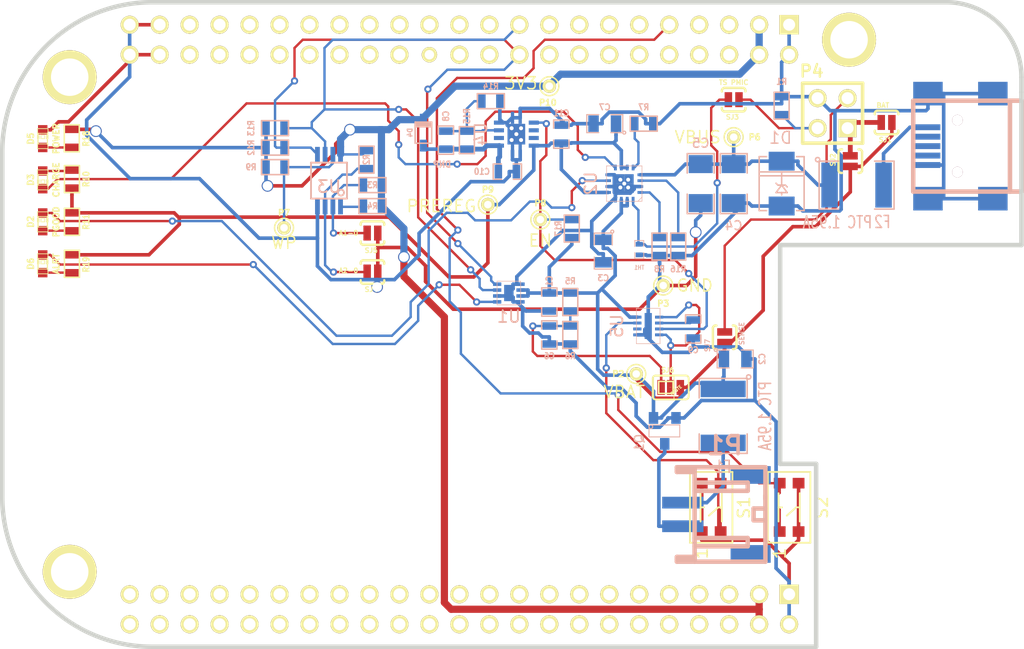
<source format=kicad_pcb>
(kicad_pcb (version 20171130) (host pcbnew "(5.1.12)-1")

  (general
    (thickness 1.6)
    (drawings 1)
    (tracks 709)
    (zones 0)
    (modules 65)
    (nets 37)
  )

  (page A3)
  (layers
    (0 F.Cu signal)
    (31 B.Cu signal)
    (32 B.Adhes user)
    (33 F.Adhes user)
    (34 B.Paste user)
    (35 F.Paste user)
    (36 B.SilkS user hide)
    (37 F.SilkS user)
    (38 B.Mask user)
    (39 F.Mask user)
    (40 Dwgs.User user)
    (41 Cmts.User user)
    (42 Eco1.User user)
    (43 Eco2.User user)
    (44 Edge.Cuts user)
  )

  (setup
    (last_trace_width 0.2032)
    (trace_clearance 0.127)
    (zone_clearance 0.508)
    (zone_45_only yes)
    (trace_min 0.2032)
    (via_size 0.6096)
    (via_drill 0.3048)
    (via_min_size 0.31)
    (via_min_drill 0.3)
    (uvia_size 0.508)
    (uvia_drill 0.127)
    (uvias_allowed no)
    (uvia_min_size 0.508)
    (uvia_min_drill 0.127)
    (edge_width 0.1)
    (segment_width 0.2)
    (pcb_text_width 0.3)
    (pcb_text_size 1.5 1.5)
    (mod_edge_width 0.15)
    (mod_text_size 1 1)
    (mod_text_width 0.15)
    (pad_size 1.524 1.524)
    (pad_drill 1.016)
    (pad_to_mask_clearance 0)
    (aux_axis_origin 0 0)
    (visible_elements 7FFFFFFF)
    (pcbplotparams
      (layerselection 0x00030_ffffffff)
      (usegerberextensions true)
      (usegerberattributes true)
      (usegerberadvancedattributes true)
      (creategerberjobfile true)
      (excludeedgelayer true)
      (linewidth 0.150000)
      (plotframeref false)
      (viasonmask false)
      (mode 1)
      (useauxorigin false)
      (hpglpennumber 1)
      (hpglpenspeed 20)
      (hpglpendiameter 15.000000)
      (psnegative false)
      (psa4output false)
      (plotreference true)
      (plotvalue true)
      (plotinvisibletext false)
      (padsonsilk false)
      (subtractmaskfromsilk false)
      (outputformat 1)
      (mirror false)
      (drillshape 0)
      (scaleselection 1)
      (outputdirectory "brainboard_batteryv0_GBR/"))
  )

  (net 0 "")
  (net 1 +3.3V)
  (net 2 +BATT)
  (net 3 /A0)
  (net 4 /A1)
  (net 5 /A2)
  (net 6 /B+)
  (net 7 /B-)
  (net 8 /BAT)
  (net 9 /BBB_TS)
  (net 10 /EN)
  (net 11 /FB)
  (net 12 /ILIM)
  (net 13 /ISET)
  (net 14 /LOWBAT)
  (net 15 /OFFT)
  (net 16 /OUT)
  (net 17 /PWR_BUT)
  (net 18 /REGOUT)
  (net 19 /SCL)
  (net 20 /SDA)
  (net 21 /SENSE)
  (net 22 /TMR)
  (net 23 /TS)
  (net 24 /VBUS)
  (net 25 /VIN)
  (net 26 /WP)
  (net 27 /~ALRT)
  (net 28 /~CHG)
  (net 29 /~KILL)
  (net 30 /~PB)
  (net 31 /~PGOOD)
  (net 32 GND)
  (net 33 N-0000018)
  (net 34 N-0000020)
  (net 35 N-000003)
  (net 36 N-000004)

  (net_class Default "This is the default net class."
    (clearance 0.127)
    (trace_width 0.2032)
    (via_dia 0.6096)
    (via_drill 0.3048)
    (uvia_dia 0.508)
    (uvia_drill 0.127)
    (add_net /A0)
    (add_net /A1)
    (add_net /A2)
    (add_net /BBB_TS)
    (add_net /EN)
    (add_net /FB)
    (add_net /ILIM)
    (add_net /ISET)
    (add_net /LOWBAT)
    (add_net /OFFT)
    (add_net /PWR_BUT)
    (add_net /SCL)
    (add_net /SDA)
    (add_net /SENSE)
    (add_net /TMR)
    (add_net /TS)
    (add_net /WP)
    (add_net /~ALRT)
    (add_net /~CHG)
    (add_net /~KILL)
    (add_net /~PB)
    (add_net /~PGOOD)
    (add_net N-0000018)
    (add_net N-0000020)
    (add_net N-000003)
    (add_net N-000004)
  )

  (net_class "High Current" ""
    (clearance 0.127)
    (trace_width 0.3048)
    (via_dia 0.9906)
    (via_drill 0.8128)
    (uvia_dia 0.508)
    (uvia_drill 0.127)
    (add_net +3.3V)
    (add_net +BATT)
    (add_net /B+)
    (add_net /B-)
    (add_net /BAT)
    (add_net /OUT)
    (add_net /REGOUT)
    (add_net /VBUS)
    (add_net /VIN)
    (add_net GND)
  )

  (module SparkFun-Passives-SJ_2S-NO (layer F.Cu) (tedit 52E6DA5E) (tstamp 52E6D9E5)
    (at 214.503 132.461 180)
    (descr "SMALL SOLDER JUMPER WITH NO PASTE LAYER SO IT WILL OPEN AFTER REFLOW.")
    (tags "SMALL SOLDER JUMPER WITH NO PASTE LAYER SO IT WILL OPEN AFTER REFLOW.")
    (path /52C77B8B)
    (attr smd)
    (fp_text reference SJ4 (at 0.10668 -1.4732 180) (layer F.SilkS)
      (effects (font (size 0.4064 0.4064) (thickness 0.0889)))
    )
    (fp_text value A2-0 (at 2.032 0.127 180) (layer F.SilkS)
      (effects (font (size 0.4064 0.4064) (thickness 0.0889)))
    )
    (fp_line (start -0.79756 -0.99822) (end 0.79756 -0.99822) (layer F.SilkS) (width 0.2032))
    (fp_line (start 0.79756 0.99822) (end -0.79756 0.99822) (layer F.SilkS) (width 0.2032))
    (fp_arc (start 0.7493 -0.7493) (end 0.79756 -0.99822) (angle 90) (layer F.SilkS) (width 0.2032))
    (fp_arc (start -0.7493 -0.7493) (end -0.99822 -0.6985) (angle 90) (layer F.SilkS) (width 0.2032))
    (fp_arc (start -0.7493 0.7493) (end -0.79756 0.99822) (angle 90) (layer F.SilkS) (width 0.2032))
    (fp_arc (start 0.7493 0.7493) (end 0.99822 0.6985) (angle 90) (layer F.SilkS) (width 0.2032))
    (pad 1 smd rect (at -0.44958 0 180) (size 0.635 1.27) (layers F.Cu F.Paste F.Mask)
      (net 32 GND))
    (pad 2 smd rect (at 0.44958 0 180) (size 0.635 1.27) (layers F.Cu F.Paste F.Mask)
      (net 5 /A2))
  )

  (module SparkFun-Passives-SJ_2S-NO (layer F.Cu) (tedit 200000) (tstamp 52D6EBDE)
    (at 258.064 119.786 180)
    (descr "SMALL SOLDER JUMPER WITH NO PASTE LAYER SO IT WILL OPEN AFTER REFLOW.")
    (tags "SMALL SOLDER JUMPER WITH NO PASTE LAYER SO IT WILL OPEN AFTER REFLOW.")
    (path /52CCC15A)
    (attr smd)
    (fp_text reference SJ1 (at 0.10668 -1.4732 180) (layer F.SilkS)
      (effects (font (size 0.4064 0.4064) (thickness 0.0889)))
    )
    (fp_text value BAT (at 0.30988 1.4478 180) (layer F.SilkS)
      (effects (font (size 0.4064 0.4064) (thickness 0.0889)))
    )
    (fp_line (start -0.79756 -0.99822) (end 0.79756 -0.99822) (layer F.SilkS) (width 0.2032))
    (fp_line (start 0.79756 0.99822) (end -0.79756 0.99822) (layer F.SilkS) (width 0.2032))
    (fp_arc (start 0.7493 -0.7493) (end 0.79756 -0.99822) (angle 90) (layer F.SilkS) (width 0.2032))
    (fp_arc (start -0.7493 -0.7493) (end -0.99822 -0.6985) (angle 90) (layer F.SilkS) (width 0.2032))
    (fp_arc (start -0.7493 0.7493) (end -0.79756 0.99822) (angle 90) (layer F.SilkS) (width 0.2032))
    (fp_arc (start 0.7493 0.7493) (end 0.99822 0.6985) (angle 90) (layer F.SilkS) (width 0.2032))
    (pad 1 smd rect (at -0.44958 0 180) (size 0.635 1.27) (layers F.Cu F.Paste F.Mask)
      (net 2 +BATT))
    (pad 2 smd rect (at 0.44958 0 180) (size 0.635 1.27) (layers F.Cu F.Paste F.Mask)
      (net 8 /BAT))
  )

  (module SparkFun-Passives-SJ_2S-NO (layer F.Cu) (tedit 52E029F4) (tstamp 52D6EBEA)
    (at 254.991 123.063 90)
    (descr "SMALL SOLDER JUMPER WITH NO PASTE LAYER SO IT WILL OPEN AFTER REFLOW.")
    (tags "SMALL SOLDER JUMPER WITH NO PASTE LAYER SO IT WILL OPEN AFTER REFLOW.")
    (path /52CCC178)
    (attr smd)
    (fp_text reference SJ2 (at 0.10668 -1.4732 90) (layer F.SilkS)
      (effects (font (size 0.4064 0.4064) (thickness 0.0889)))
    )
    (fp_text value BAT (at 0.30988 1.4478 90) (layer F.SilkS) hide
      (effects (font (size 0.4064 0.4064) (thickness 0.0889)))
    )
    (fp_line (start -0.79756 -0.99822) (end 0.79756 -0.99822) (layer F.SilkS) (width 0.2032))
    (fp_line (start 0.79756 0.99822) (end -0.79756 0.99822) (layer F.SilkS) (width 0.2032))
    (fp_arc (start 0.7493 -0.7493) (end 0.79756 -0.99822) (angle 90) (layer F.SilkS) (width 0.2032))
    (fp_arc (start -0.7493 -0.7493) (end -0.99822 -0.6985) (angle 90) (layer F.SilkS) (width 0.2032))
    (fp_arc (start -0.7493 0.7493) (end -0.79756 0.99822) (angle 90) (layer F.SilkS) (width 0.2032))
    (fp_arc (start 0.7493 0.7493) (end 0.99822 0.6985) (angle 90) (layer F.SilkS) (width 0.2032))
    (pad 1 smd rect (at -0.44958 0 90) (size 0.635 1.27) (layers F.Cu F.Paste F.Mask)
      (net 2 +BATT))
    (pad 2 smd rect (at 0.44958 0 90) (size 0.635 1.27) (layers F.Cu F.Paste F.Mask)
      (net 8 /BAT))
  )

  (module SparkFun-Passives-SJ_2S-NO (layer F.Cu) (tedit 0) (tstamp 52E2CC92)
    (at 245.11 117.856 180)
    (descr "SMALL SOLDER JUMPER WITH NO PASTE LAYER SO IT WILL OPEN AFTER REFLOW.")
    (tags "SMALL SOLDER JUMPER WITH NO PASTE LAYER SO IT WILL OPEN AFTER REFLOW.")
    (path /52D59182)
    (attr smd)
    (fp_text reference SJ3 (at 0.10668 -1.4732 180) (layer F.SilkS)
      (effects (font (size 0.4064 0.4064) (thickness 0.0889)))
    )
    (fp_text value "TS PMIC" (at 0 1.4605 180) (layer F.SilkS)
      (effects (font (size 0.4064 0.4064) (thickness 0.0889)))
    )
    (fp_line (start -0.79756 -0.99822) (end 0.79756 -0.99822) (layer F.SilkS) (width 0.2032))
    (fp_line (start 0.79756 0.99822) (end -0.79756 0.99822) (layer F.SilkS) (width 0.2032))
    (fp_arc (start 0.7493 -0.7493) (end 0.79756 -0.99822) (angle 90) (layer F.SilkS) (width 0.2032))
    (fp_arc (start -0.7493 -0.7493) (end -0.99822 -0.6985) (angle 90) (layer F.SilkS) (width 0.2032))
    (fp_arc (start -0.7493 0.7493) (end -0.79756 0.99822) (angle 90) (layer F.SilkS) (width 0.2032))
    (fp_arc (start 0.7493 0.7493) (end 0.99822 0.6985) (angle 90) (layer F.SilkS) (width 0.2032))
    (pad 1 smd rect (at -0.44958 0 180) (size 0.635 1.27) (layers F.Cu F.Paste F.Mask)
      (net 9 /BBB_TS))
    (pad 2 smd rect (at 0.44958 0 180) (size 0.635 1.27) (layers F.Cu F.Paste F.Mask)
      (net 23 /TS))
  )

  (module SOT23 (layer B.Cu) (tedit 0) (tstamp 52E2DD9D)
    (at 239.268 145.923)
    (tags SOT23)
    (path /52D6C2E1)
    (fp_text reference Q1 (at -2.159 1.016 270) (layer B.SilkS)
      (effects (font (size 0.762 0.762) (thickness 0.11938)) (justify mirror))
    )
    (fp_text value SI2312 (at 0.0635 0) (layer B.SilkS) hide
      (effects (font (size 0.50038 0.50038) (thickness 0.09906)) (justify mirror))
    )
    (fp_line (start -1.3335 0.508) (end 1.27 0.508) (layer B.SilkS) (width 0.07874))
    (fp_line (start 1.27 -0.508) (end -1.3335 -0.508) (layer B.SilkS) (width 0.07874))
    (fp_line (start -1.3335 0.508) (end -1.3335 -0.508) (layer B.SilkS) (width 0.07874))
    (fp_line (start 1.27 0.508) (end 1.27 -0.508) (layer B.SilkS) (width 0.07874))
    (fp_circle (center -1.17602 -0.35052) (end -1.30048 -0.44958) (layer B.SilkS) (width 0.07874))
    (pad 3 smd rect (at 0 1.09982) (size 0.8001 1.00076) (layers B.Cu B.Paste B.Mask)
      (net 7 /B-))
    (pad 2 smd rect (at 0.9525 -1.09982) (size 0.8001 1.00076) (layers B.Cu B.Paste B.Mask)
      (net 32 GND))
    (pad 1 smd rect (at -0.9525 -1.09982) (size 0.8001 1.00076) (layers B.Cu B.Paste B.Mask)
      (net 2 +BATT))
    (model smd\SOT23_3.wrl
      (at (xyz 0 0 0))
      (scale (xyz 0.4 0.4 0.4))
      (rotate (xyz 0 0 180))
    )
  )

  (module SM0603 (layer B.Cu) (tedit 52E29B54) (tstamp 52D6EC76)
    (at 206.248 123.571)
    (path /52C5E822)
    (attr smd)
    (fp_text reference R9 (at -2.032 0) (layer B.SilkS)
      (effects (font (size 0.508 0.4572) (thickness 0.1143)) (justify mirror))
    )
    (fp_text value 10k (at 0 0) (layer B.SilkS) hide
      (effects (font (size 0.508 0.4572) (thickness 0.1143)) (justify mirror))
    )
    (fp_line (start -1.143 -0.635) (end -1.143 0.635) (layer B.SilkS) (width 0.127))
    (fp_line (start 1.143 -0.635) (end -1.143 -0.635) (layer B.SilkS) (width 0.127))
    (fp_line (start 1.143 0.635) (end 1.143 -0.635) (layer B.SilkS) (width 0.127))
    (fp_line (start -1.143 0.635) (end 1.143 0.635) (layer B.SilkS) (width 0.127))
    (pad 1 smd rect (at -0.762 0) (size 0.635 1.143) (layers B.Cu B.Paste B.Mask)
      (net 1 +3.3V))
    (pad 2 smd rect (at 0.762 0) (size 0.635 1.143) (layers B.Cu B.Paste B.Mask)
      (net 26 /WP))
    (model smd\resistors\R0603.wrl
      (offset (xyz 0 0 0.02539999961853028))
      (scale (xyz 0.5 0.5 0.5))
      (rotate (xyz 0 0 0))
    )
  )

  (module SM0603 (layer F.Cu) (tedit 52E95E02) (tstamp 52E2BA58)
    (at 189.04 124.587 90)
    (path /52CB642B)
    (attr smd)
    (fp_text reference R10 (at 0 1.2065 90) (layer F.SilkS)
      (effects (font (size 0.508 0.4572) (thickness 0.1143)))
    )
    (fp_text value 2.2k (at 0 0 90) (layer F.SilkS) hide
      (effects (font (size 0.508 0.4572) (thickness 0.1143)))
    )
    (fp_line (start -1.143 0.635) (end -1.143 -0.635) (layer F.SilkS) (width 0.127))
    (fp_line (start 1.143 0.635) (end -1.143 0.635) (layer F.SilkS) (width 0.127))
    (fp_line (start 1.143 -0.635) (end 1.143 0.635) (layer F.SilkS) (width 0.127))
    (fp_line (start -1.143 -0.635) (end 1.143 -0.635) (layer F.SilkS) (width 0.127))
    (pad 1 smd rect (at -0.762 0 90) (size 0.635 1.143) (layers F.Cu F.Paste F.Mask)
      (net 16 /OUT))
    (pad 2 smd rect (at 0.762 0 90) (size 0.635 1.143) (layers F.Cu F.Paste F.Mask)
      (net 35 N-000003))
    (model smd\resistors\R0603.wrl
      (offset (xyz 0 0 0.02539999961853028))
      (scale (xyz 0.5 0.5 0.5))
      (rotate (xyz 0 0 0))
    )
  )

  (module SM0603 (layer F.Cu) (tedit 52E95DF6) (tstamp 52E2BA4D)
    (at 189.04 128.206 270)
    (path /52CB6431)
    (attr smd)
    (fp_text reference R11 (at 0 -1.2065 270) (layer F.SilkS)
      (effects (font (size 0.508 0.4572) (thickness 0.1143)))
    )
    (fp_text value 2.2k (at 0 0 270) (layer F.SilkS) hide
      (effects (font (size 0.508 0.4572) (thickness 0.1143)))
    )
    (fp_line (start -1.143 0.635) (end -1.143 -0.635) (layer F.SilkS) (width 0.127))
    (fp_line (start 1.143 0.635) (end -1.143 0.635) (layer F.SilkS) (width 0.127))
    (fp_line (start 1.143 -0.635) (end 1.143 0.635) (layer F.SilkS) (width 0.127))
    (fp_line (start -1.143 -0.635) (end 1.143 -0.635) (layer F.SilkS) (width 0.127))
    (pad 1 smd rect (at -0.762 0 270) (size 0.635 1.143) (layers F.Cu F.Paste F.Mask)
      (net 16 /OUT))
    (pad 2 smd rect (at 0.762 0 270) (size 0.635 1.143) (layers F.Cu F.Paste F.Mask)
      (net 36 N-000004))
    (model smd\resistors\R0603.wrl
      (offset (xyz 0 0 0.02539999961853028))
      (scale (xyz 0.5 0.5 0.5))
      (rotate (xyz 0 0 0))
    )
  )

  (module SM0603 (layer B.Cu) (tedit 52E017FA) (tstamp 52D6EC94)
    (at 206.248 120.269)
    (path /52C6E66B)
    (attr smd)
    (fp_text reference R13 (at -2.032 0 270) (layer B.SilkS)
      (effects (font (size 0.508 0.4572) (thickness 0.1143)) (justify mirror))
    )
    (fp_text value 5.6k (at 0 0) (layer B.SilkS) hide
      (effects (font (size 0.508 0.4572) (thickness 0.1143)) (justify mirror))
    )
    (fp_line (start -1.143 -0.635) (end -1.143 0.635) (layer B.SilkS) (width 0.127))
    (fp_line (start 1.143 -0.635) (end -1.143 -0.635) (layer B.SilkS) (width 0.127))
    (fp_line (start 1.143 0.635) (end 1.143 -0.635) (layer B.SilkS) (width 0.127))
    (fp_line (start -1.143 0.635) (end 1.143 0.635) (layer B.SilkS) (width 0.127))
    (pad 1 smd rect (at -0.762 0) (size 0.635 1.143) (layers B.Cu B.Paste B.Mask)
      (net 1 +3.3V))
    (pad 2 smd rect (at 0.762 0) (size 0.635 1.143) (layers B.Cu B.Paste B.Mask)
      (net 19 /SCL))
    (model smd\resistors\R0603.wrl
      (offset (xyz 0 0 0.02539999961853028))
      (scale (xyz 0.5 0.5 0.5))
      (rotate (xyz 0 0 0))
    )
  )

  (module SM0603 (layer B.Cu) (tedit 52E6AE09) (tstamp 52E6ABEA)
    (at 231.394 128.778 90)
    (path /52D02E89)
    (attr smd)
    (fp_text reference R17 (at 0 -1.143 90) (layer B.SilkS)
      (effects (font (size 0.508 0.4572) (thickness 0.1143)) (justify mirror))
    )
    (fp_text value 806k (at 0 0 90) (layer B.SilkS) hide
      (effects (font (size 0.508 0.4572) (thickness 0.1143)) (justify mirror))
    )
    (fp_line (start -1.143 -0.635) (end -1.143 0.635) (layer B.SilkS) (width 0.127))
    (fp_line (start 1.143 -0.635) (end -1.143 -0.635) (layer B.SilkS) (width 0.127))
    (fp_line (start 1.143 0.635) (end 1.143 -0.635) (layer B.SilkS) (width 0.127))
    (fp_line (start -1.143 0.635) (end 1.143 0.635) (layer B.SilkS) (width 0.127))
    (pad 1 smd rect (at -0.762 0 90) (size 0.635 1.143) (layers B.Cu B.Paste B.Mask)
      (net 2 +BATT))
    (pad 2 smd rect (at 0.762 0 90) (size 0.635 1.143) (layers B.Cu B.Paste B.Mask)
      (net 10 /EN))
    (model smd\resistors\R0603.wrl
      (offset (xyz 0 0 0.02539999961853028))
      (scale (xyz 0.5 0.5 0.5))
      (rotate (xyz 0 0 0))
    )
  )

  (module SM0603 (layer B.Cu) (tedit 0) (tstamp 52DEA92C)
    (at 206.248 121.92)
    (path /52C6E665)
    (attr smd)
    (fp_text reference R12 (at -2.032 0 270) (layer B.SilkS)
      (effects (font (size 0.508 0.4572) (thickness 0.1143)) (justify mirror))
    )
    (fp_text value 5.6k (at 0 0) (layer B.SilkS) hide
      (effects (font (size 0.508 0.4572) (thickness 0.1143)) (justify mirror))
    )
    (fp_line (start -1.143 -0.635) (end -1.143 0.635) (layer B.SilkS) (width 0.127))
    (fp_line (start 1.143 -0.635) (end -1.143 -0.635) (layer B.SilkS) (width 0.127))
    (fp_line (start 1.143 0.635) (end 1.143 -0.635) (layer B.SilkS) (width 0.127))
    (fp_line (start -1.143 0.635) (end 1.143 0.635) (layer B.SilkS) (width 0.127))
    (pad 1 smd rect (at -0.762 0) (size 0.635 1.143) (layers B.Cu B.Paste B.Mask)
      (net 1 +3.3V))
    (pad 2 smd rect (at 0.762 0) (size 0.635 1.143) (layers B.Cu B.Paste B.Mask)
      (net 20 /SDA))
    (model smd\resistors\R0603.wrl
      (offset (xyz 0 0 0.02539999961853028))
      (scale (xyz 0.5 0.5 0.5))
      (rotate (xyz 0 0 0))
    )
  )

  (module SM0603 (layer B.Cu) (tedit 52E019EB) (tstamp 52D6ED02)
    (at 231.267 137.795 270)
    (path /52D03A42)
    (attr smd)
    (fp_text reference R6 (at 1.778 0 180) (layer B.SilkS)
      (effects (font (size 0.508 0.4572) (thickness 0.1143)) (justify mirror))
    )
    (fp_text value 191k (at 0 0 270) (layer B.SilkS) hide
      (effects (font (size 0.508 0.4572) (thickness 0.1143)) (justify mirror))
    )
    (fp_line (start -1.143 -0.635) (end -1.143 0.635) (layer B.SilkS) (width 0.127))
    (fp_line (start 1.143 -0.635) (end -1.143 -0.635) (layer B.SilkS) (width 0.127))
    (fp_line (start 1.143 0.635) (end 1.143 -0.635) (layer B.SilkS) (width 0.127))
    (fp_line (start -1.143 0.635) (end 1.143 0.635) (layer B.SilkS) (width 0.127))
    (pad 1 smd rect (at -0.762 0 270) (size 0.635 1.143) (layers B.Cu B.Paste B.Mask)
      (net 14 /LOWBAT))
    (pad 2 smd rect (at 0.762 0 270) (size 0.635 1.143) (layers B.Cu B.Paste B.Mask)
      (net 32 GND))
    (model smd\resistors\R0603.wrl
      (offset (xyz 0 0 0.02539999961853028))
      (scale (xyz 0.5 0.5 0.5))
      (rotate (xyz 0 0 0))
    )
  )

  (module SM0603 (layer B.Cu) (tedit 52E01A57) (tstamp 52D6ED0C)
    (at 231.267 135.001 270)
    (path /52D03A3C)
    (attr smd)
    (fp_text reference R5 (at -1.778 0 180) (layer B.SilkS)
      (effects (font (size 0.508 0.4572) (thickness 0.1143)) (justify mirror))
    )
    (fp_text value 806k (at 0 0 270) (layer B.SilkS) hide
      (effects (font (size 0.508 0.4572) (thickness 0.1143)) (justify mirror))
    )
    (fp_line (start -1.143 -0.635) (end -1.143 0.635) (layer B.SilkS) (width 0.127))
    (fp_line (start 1.143 -0.635) (end -1.143 -0.635) (layer B.SilkS) (width 0.127))
    (fp_line (start 1.143 0.635) (end 1.143 -0.635) (layer B.SilkS) (width 0.127))
    (fp_line (start -1.143 0.635) (end 1.143 0.635) (layer B.SilkS) (width 0.127))
    (pad 1 smd rect (at -0.762 0 270) (size 0.635 1.143) (layers B.Cu B.Paste B.Mask)
      (net 2 +BATT))
    (pad 2 smd rect (at 0.762 0 270) (size 0.635 1.143) (layers B.Cu B.Paste B.Mask)
      (net 14 /LOWBAT))
    (model smd\resistors\R0603.wrl
      (offset (xyz 0 0 0.02539999961853028))
      (scale (xyz 0.5 0.5 0.5))
      (rotate (xyz 0 0 0))
    )
  )

  (module SM0603 (layer B.Cu) (tedit 4E43A3D1) (tstamp 52D6ED16)
    (at 214.503 126.873 180)
    (path /52C5E8EA)
    (attr smd)
    (fp_text reference R4 (at 0 0 180) (layer B.SilkS)
      (effects (font (size 0.508 0.4572) (thickness 0.1143)) (justify mirror))
    )
    (fp_text value 4.7k (at 0 0 180) (layer B.SilkS) hide
      (effects (font (size 0.508 0.4572) (thickness 0.1143)) (justify mirror))
    )
    (fp_line (start -1.143 -0.635) (end -1.143 0.635) (layer B.SilkS) (width 0.127))
    (fp_line (start 1.143 -0.635) (end -1.143 -0.635) (layer B.SilkS) (width 0.127))
    (fp_line (start 1.143 0.635) (end 1.143 -0.635) (layer B.SilkS) (width 0.127))
    (fp_line (start -1.143 0.635) (end 1.143 0.635) (layer B.SilkS) (width 0.127))
    (pad 1 smd rect (at -0.762 0 180) (size 0.635 1.143) (layers B.Cu B.Paste B.Mask)
      (net 1 +3.3V))
    (pad 2 smd rect (at 0.762 0 180) (size 0.635 1.143) (layers B.Cu B.Paste B.Mask)
      (net 3 /A0))
    (model smd\resistors\R0603.wrl
      (offset (xyz 0 0 0.02539999961853028))
      (scale (xyz 0.5 0.5 0.5))
      (rotate (xyz 0 0 0))
    )
  )

  (module SM0603 (layer B.Cu) (tedit 4E43A3D1) (tstamp 52D6ED20)
    (at 214.503 125.095 180)
    (path /52C5E908)
    (attr smd)
    (fp_text reference R3 (at 0 0 180) (layer B.SilkS)
      (effects (font (size 0.508 0.4572) (thickness 0.1143)) (justify mirror))
    )
    (fp_text value 4.7k (at 0 0 180) (layer B.SilkS) hide
      (effects (font (size 0.508 0.4572) (thickness 0.1143)) (justify mirror))
    )
    (fp_line (start -1.143 -0.635) (end -1.143 0.635) (layer B.SilkS) (width 0.127))
    (fp_line (start 1.143 -0.635) (end -1.143 -0.635) (layer B.SilkS) (width 0.127))
    (fp_line (start 1.143 0.635) (end 1.143 -0.635) (layer B.SilkS) (width 0.127))
    (fp_line (start -1.143 0.635) (end 1.143 0.635) (layer B.SilkS) (width 0.127))
    (pad 1 smd rect (at -0.762 0 180) (size 0.635 1.143) (layers B.Cu B.Paste B.Mask)
      (net 1 +3.3V))
    (pad 2 smd rect (at 0.762 0 180) (size 0.635 1.143) (layers B.Cu B.Paste B.Mask)
      (net 4 /A1))
    (model smd\resistors\R0603.wrl
      (offset (xyz 0 0 0.02539999961853028))
      (scale (xyz 0.5 0.5 0.5))
      (rotate (xyz 0 0 0))
    )
  )

  (module SM0603 (layer B.Cu) (tedit 52E021FD) (tstamp 52D6ED2A)
    (at 249.174 118.364 90)
    (path /52C734B9)
    (attr smd)
    (fp_text reference R1 (at 2.032 0) (layer B.SilkS)
      (effects (font (size 0.508 0.4572) (thickness 0.1143)) (justify mirror))
    )
    (fp_text value 75k (at 0 0 90) (layer B.SilkS) hide
      (effects (font (size 0.508 0.4572) (thickness 0.1143)) (justify mirror))
    )
    (fp_line (start -1.143 -0.635) (end -1.143 0.635) (layer B.SilkS) (width 0.127))
    (fp_line (start 1.143 -0.635) (end -1.143 -0.635) (layer B.SilkS) (width 0.127))
    (fp_line (start 1.143 0.635) (end 1.143 -0.635) (layer B.SilkS) (width 0.127))
    (fp_line (start -1.143 0.635) (end 1.143 0.635) (layer B.SilkS) (width 0.127))
    (pad 1 smd rect (at -0.762 0 90) (size 0.635 1.143) (layers B.Cu B.Paste B.Mask)
      (net 9 /BBB_TS))
    (pad 2 smd rect (at 0.762 0 90) (size 0.635 1.143) (layers B.Cu B.Paste B.Mask)
      (net 32 GND))
    (model smd\resistors\R0603.wrl
      (offset (xyz 0 0 0.02539999961853028))
      (scale (xyz 0.5 0.5 0.5))
      (rotate (xyz 0 0 0))
    )
  )

  (module SM0603 (layer B.Cu) (tedit 52E0150D) (tstamp 52D6ED48)
    (at 224.536 117.983 180)
    (path /52D5C50B)
    (attr smd)
    (fp_text reference R14 (at 0 1.27 180) (layer B.SilkS)
      (effects (font (size 0.508 0.4572) (thickness 0.1143)) (justify mirror))
    )
    (fp_text value 30.1k (at 0 0 180) (layer B.SilkS) hide
      (effects (font (size 0.508 0.4572) (thickness 0.1143)) (justify mirror))
    )
    (fp_line (start -1.143 -0.635) (end -1.143 0.635) (layer B.SilkS) (width 0.127))
    (fp_line (start 1.143 -0.635) (end -1.143 -0.635) (layer B.SilkS) (width 0.127))
    (fp_line (start 1.143 0.635) (end 1.143 -0.635) (layer B.SilkS) (width 0.127))
    (fp_line (start -1.143 0.635) (end 1.143 0.635) (layer B.SilkS) (width 0.127))
    (pad 1 smd rect (at -0.762 0 180) (size 0.635 1.143) (layers B.Cu B.Paste B.Mask)
      (net 32 GND))
    (pad 2 smd rect (at 0.762 0 180) (size 0.635 1.143) (layers B.Cu B.Paste B.Mask)
      (net 11 /FB))
    (model smd\resistors\R0603.wrl
      (offset (xyz 0 0 0.02539999961853028))
      (scale (xyz 0.5 0.5 0.5))
      (rotate (xyz 0 0 0))
    )
  )

  (module SM0603 (layer B.Cu) (tedit 52E014FD) (tstamp 52D6ED52)
    (at 222.504 121.285 90)
    (path /52D5C505)
    (attr smd)
    (fp_text reference R15 (at 2.032 0 90) (layer B.SilkS)
      (effects (font (size 0.508 0.4572) (thickness 0.1143)) (justify mirror))
    )
    (fp_text value 52.3k (at 0 0 90) (layer B.SilkS) hide
      (effects (font (size 0.508 0.4572) (thickness 0.1143)) (justify mirror))
    )
    (fp_line (start -1.143 -0.635) (end -1.143 0.635) (layer B.SilkS) (width 0.127))
    (fp_line (start 1.143 -0.635) (end -1.143 -0.635) (layer B.SilkS) (width 0.127))
    (fp_line (start 1.143 0.635) (end 1.143 -0.635) (layer B.SilkS) (width 0.127))
    (fp_line (start -1.143 0.635) (end 1.143 0.635) (layer B.SilkS) (width 0.127))
    (pad 1 smd rect (at -0.762 0 90) (size 0.635 1.143) (layers B.Cu B.Paste B.Mask)
      (net 18 /REGOUT))
    (pad 2 smd rect (at 0.762 0 90) (size 0.635 1.143) (layers B.Cu B.Paste B.Mask)
      (net 11 /FB))
    (model smd\resistors\R0603.wrl
      (offset (xyz 0 0 0.02539999961853028))
      (scale (xyz 0.5 0.5 0.5))
      (rotate (xyz 0 0 0))
    )
  )

  (module SM0603 (layer B.Cu) (tedit 4E43A3D1) (tstamp 52D6ED5C)
    (at 213.995 122.936 270)
    (path /52C5E90E)
    (attr smd)
    (fp_text reference R2 (at 0 0 270) (layer B.SilkS)
      (effects (font (size 0.508 0.4572) (thickness 0.1143)) (justify mirror))
    )
    (fp_text value 4.7k (at 0 0 270) (layer B.SilkS) hide
      (effects (font (size 0.508 0.4572) (thickness 0.1143)) (justify mirror))
    )
    (fp_line (start -1.143 -0.635) (end -1.143 0.635) (layer B.SilkS) (width 0.127))
    (fp_line (start 1.143 -0.635) (end -1.143 -0.635) (layer B.SilkS) (width 0.127))
    (fp_line (start 1.143 0.635) (end 1.143 -0.635) (layer B.SilkS) (width 0.127))
    (fp_line (start -1.143 0.635) (end 1.143 0.635) (layer B.SilkS) (width 0.127))
    (pad 1 smd rect (at -0.762 0 270) (size 0.635 1.143) (layers B.Cu B.Paste B.Mask)
      (net 1 +3.3V))
    (pad 2 smd rect (at 0.762 0 270) (size 0.635 1.143) (layers B.Cu B.Paste B.Mask)
      (net 5 /A2))
    (model smd\resistors\R0603.wrl
      (offset (xyz 0 0 0.02539999961853028))
      (scale (xyz 0.5 0.5 0.5))
      (rotate (xyz 0 0 0))
    )
  )

  (module s2b-ph-sm4-tb (layer B.Cu) (tedit 52E01CF2) (tstamp 52D6ED78)
    (at 240.8 153 270)
    (descr "JST PH series connector, S2B-PH-SM4-TB")
    (path /52C31B75)
    (fp_text reference P1 (at -5.842 -3.556 180) (layer B.SilkS)
      (effects (font (size 1.524 1.524) (thickness 0.3048)) (justify mirror))
    )
    (fp_text value JST (at 0 -3.556 270) (layer B.SilkS) hide
      (effects (font (size 1.524 1.524) (thickness 0.3048)) (justify mirror))
    )
    (fp_line (start -1.30048 -7.00024) (end -1.6002 -7.00024) (layer B.SilkS) (width 0.381))
    (fp_line (start 4.0005 -1.00076) (end -4.0005 -1.00076) (layer B.SilkS) (width 0.381))
    (fp_line (start -4.0005 -7.00024) (end 4.0005 -7.00024) (layer B.SilkS) (width 0.381))
    (fp_line (start 2.70002 -5.4991) (end 2.70002 -1.00076) (layer B.SilkS) (width 0.381))
    (fp_line (start 1.99898 -5.4991) (end 2.70002 -5.4991) (layer B.SilkS) (width 0.381))
    (fp_line (start 1.99898 -1.00076) (end 1.99898 -5.4991) (layer B.SilkS) (width 0.381))
    (fp_line (start -2.70002 -5.4991) (end -2.70002 -1.00076) (layer B.SilkS) (width 0.381))
    (fp_line (start -1.99898 -5.4991) (end -2.70002 -5.4991) (layer B.SilkS) (width 0.381))
    (fp_line (start -1.99898 -1.00076) (end -1.99898 -5.4991) (layer B.SilkS) (width 0.381))
    (fp_line (start 0.50038 -5.99948) (end 0.50038 -7.00024) (layer B.SilkS) (width 0.381))
    (fp_line (start -0.50038 -5.99948) (end 0.50038 -5.99948) (layer B.SilkS) (width 0.381))
    (fp_line (start -0.50038 -7.00024) (end -0.50038 -5.99948) (layer B.SilkS) (width 0.381))
    (fp_line (start -3.59918 0.50038) (end -4.0005 0.50038) (layer B.SilkS) (width 0.381))
    (fp_line (start -3.59918 -1.00076) (end -3.59918 0.50038) (layer B.SilkS) (width 0.381))
    (fp_line (start -3.79984 0.50038) (end -3.79984 -1.00076) (layer B.SilkS) (width 0.381))
    (fp_line (start 3.59918 0.50038) (end 3.59918 -1.00076) (layer B.SilkS) (width 0.381))
    (fp_line (start 3.79984 -1.00076) (end 3.79984 0.50038) (layer B.SilkS) (width 0.381))
    (fp_line (start 4.0005 0.50038) (end 3.59918 0.50038) (layer B.SilkS) (width 0.381))
    (fp_line (start 4.0005 0.50038) (end 4.0005 -7.00024) (layer B.SilkS) (width 0.381))
    (fp_line (start -4.0005 -7.00024) (end -4.0005 0.50038) (layer B.SilkS) (width 0.381))
    (pad 1 smd rect (at -1.00076 0 270) (size 0.99568 3.49758) (layers B.Cu B.Paste B.Mask)
      (net 6 /B+))
    (pad 2 smd rect (at 1.00076 0 270) (size 0.99822 3.49758) (layers B.Cu B.Paste B.Mask)
      (net 7 /B-))
    (pad "" smd rect (at -3.34518 -5.74802 270) (size 1.4986 3.39852) (layers B.Cu B.Paste B.Mask))
    (pad "" smd rect (at 3.34772 -5.74802 270) (size 1.4986 3.39598) (layers B.Cu B.Paste B.Mask))
    (model walter/conn_jst-ph/s2b-ph-sm4-tb.wrl
      (at (xyz 0 0 0))
      (scale (xyz 1 1 1))
      (rotate (xyz 0 0 0))
    )
  )

  (module PINTST (layer F.Cu) (tedit 52D6F1EB) (tstamp 52E94A15)
    (at 207.01 128.714)
    (descr "module 1 pin (ou trou mecanique de percage)")
    (tags DEV)
    (path /52C5E7B4)
    (fp_text reference P7 (at 0 -1.26746) (layer F.SilkS)
      (effects (font (size 0.508 0.508) (thickness 0.127)))
    )
    (fp_text value WP (at 0 1.27) (layer F.SilkS)
      (effects (font (size 1.016 1.016) (thickness 0.127)))
    )
    (fp_circle (center 0 0) (end -0.254 -0.762) (layer F.SilkS) (width 0.127))
    (pad 1 thru_hole circle (at 0 0) (size 1.143 1.143) (drill 0.635) (layers *.Cu *.Mask F.SilkS)
      (net 26 /WP))
    (model pin_array/pin_array_1x1.wrl
      (at (xyz 0 0 0))
      (scale (xyz 1 1 1))
      (rotate (xyz 0 0 0))
    )
  )

  (module PINTST (layer F.Cu) (tedit 52E6DCAB) (tstamp 52D6F90E)
    (at 245.11 121.031)
    (descr "module 1 pin (ou trou mecanique de percage)")
    (tags DEV)
    (path /52CC47AA)
    (fp_text reference P6 (at 1.778 0) (layer F.SilkS)
      (effects (font (size 0.508 0.508) (thickness 0.127)))
    )
    (fp_text value VBUS (at -3.048 0) (layer F.SilkS)
      (effects (font (size 1.016 1.016) (thickness 0.127)))
    )
    (fp_circle (center 0 0) (end -0.254 -0.762) (layer F.SilkS) (width 0.127))
    (pad 1 thru_hole circle (at 0 0) (size 1.143 1.143) (drill 0.635) (layers *.Cu *.Mask F.SilkS)
      (net 24 /VBUS))
    (model pin_array/pin_array_1x1.wrl
      (at (xyz 0 0 0))
      (scale (xyz 1 1 1))
      (rotate (xyz 0 0 0))
    )
  )

  (module PINTST (layer F.Cu) (tedit 52E96D81) (tstamp 52D6EDCC)
    (at 229.489 116.713)
    (descr "module 1 pin (ou trou mecanique de percage)")
    (tags DEV)
    (path /52CC45FF)
    (fp_text reference P10 (at -0.127 1.397) (layer F.SilkS)
      (effects (font (size 0.508 0.508) (thickness 0.127)))
    )
    (fp_text value 3V3 (at -2.413 -0.254) (layer F.SilkS)
      (effects (font (size 1.016 1.016) (thickness 0.127)))
    )
    (fp_circle (center 0 0) (end -0.254 -0.762) (layer F.SilkS) (width 0.127))
    (pad 1 thru_hole circle (at 0 0) (size 1.143 1.143) (drill 0.635) (layers *.Cu *.Mask F.SilkS)
      (net 1 +3.3V))
    (model pin_array/pin_array_1x1.wrl
      (at (xyz 0 0 0))
      (scale (xyz 1 1 1))
      (rotate (xyz 0 0 0))
    )
  )

  (module PINTST (layer F.Cu) (tedit 52E6DD39) (tstamp 52E67D56)
    (at 228.727 128.016)
    (descr "module 1 pin (ou trou mecanique de percage)")
    (tags DEV)
    (path /52D47B78)
    (fp_text reference P8 (at 0 -1.397) (layer F.SilkS)
      (effects (font (size 0.508 0.508) (thickness 0.127)))
    )
    (fp_text value EN (at 0 1.778) (layer F.SilkS)
      (effects (font (size 1.016 1.016) (thickness 0.127)))
    )
    (fp_circle (center 0 0) (end -0.254 -0.762) (layer F.SilkS) (width 0.127))
    (pad 1 thru_hole circle (at 0 0) (size 1.143 1.143) (drill 0.635) (layers *.Cu *.Mask F.SilkS)
      (net 10 /EN))
    (model pin_array/pin_array_1x1.wrl
      (at (xyz 0 0 0))
      (scale (xyz 1 1 1))
      (rotate (xyz 0 0 0))
    )
  )

  (module PINTST (layer F.Cu) (tedit 52E6DD42) (tstamp 52D6EDD8)
    (at 224.282 126.746)
    (descr "module 1 pin (ou trou mecanique de percage)")
    (tags DEV)
    (path /52CC45ED)
    (fp_text reference P9 (at 0 -1.26746) (layer F.SilkS)
      (effects (font (size 0.508 0.508) (thickness 0.127)))
    )
    (fp_text value PREREG (at -3.937 0.127) (layer F.SilkS)
      (effects (font (size 1.016 1.016) (thickness 0.127)))
    )
    (fp_circle (center 0 0) (end -0.254 -0.762) (layer F.SilkS) (width 0.127))
    (pad 1 thru_hole circle (at 0 0) (size 1.143 1.143) (drill 0.635) (layers *.Cu *.Mask F.SilkS)
      (net 16 /OUT))
    (model pin_array/pin_array_1x1.wrl
      (at (xyz 0 0 0))
      (scale (xyz 1 1 1))
      (rotate (xyz 0 0 0))
    )
  )

  (module PINTST (layer F.Cu) (tedit 52DC4EEE) (tstamp 52D6EDE4)
    (at 239.141 133.604)
    (descr "module 1 pin (ou trou mecanique de percage)")
    (tags DEV)
    (path /52CC4AFA)
    (fp_text reference P3 (at 0 1.524) (layer F.SilkS)
      (effects (font (size 0.508 0.508) (thickness 0.127)))
    )
    (fp_text value GND (at 2.667 0) (layer F.SilkS)
      (effects (font (size 1.016 1.016) (thickness 0.127)))
    )
    (fp_circle (center 0 0) (end -0.254 -0.762) (layer F.SilkS) (width 0.127))
    (pad 1 thru_hole circle (at 0 0) (size 1.143 1.143) (drill 0.635) (layers *.Cu *.Mask F.SilkS)
      (net 32 GND))
    (model pin_array/pin_array_1x1.wrl
      (at (xyz 0 0 0))
      (scale (xyz 1 1 1))
      (rotate (xyz 0 0 0))
    )
  )

  (module PINTST (layer F.Cu) (tedit 52E7E2D9) (tstamp 52D6EDEA)
    (at 236.855 141.097)
    (descr "module 1 pin (ou trou mecanique de percage)")
    (tags DEV)
    (path /52CC47BE)
    (fp_text reference P2 (at -1.524 0) (layer F.SilkS)
      (effects (font (size 0.508 0.508) (thickness 0.127)))
    )
    (fp_text value VBAT (at -1.016 1.524) (layer F.SilkS)
      (effects (font (size 1.016 1.016) (thickness 0.127)))
    )
    (fp_circle (center 0 0) (end -0.254 -0.762) (layer F.SilkS) (width 0.127))
    (pad 1 thru_hole circle (at 0 0) (size 1.143 1.143) (drill 0.635) (layers *.Cu *.Mask F.SilkS)
      (net 2 +BATT))
    (model pin_array/pin_array_1x1.wrl
      (at (xyz 0 0 0))
      (scale (xyz 1 1 1))
      (rotate (xyz 0 0 0))
    )
  )

  (module PIN_ARRAY_2X2 (layer F.Cu) (tedit 52D9AE55) (tstamp 52D6EDF6)
    (at 253.492 118.999 90)
    (descr "Double rangee de contacts 2 x 2 pins")
    (tags CONN)
    (path /52C31F04)
    (fp_text reference P4 (at 3.556 -1.778 180) (layer F.SilkS)
      (effects (font (size 1.016 1.016) (thickness 0.2032)))
    )
    (fp_text value BBB_PMIC (at 0 3.048 90) (layer F.SilkS) hide
      (effects (font (size 1.016 1.016) (thickness 0.2032)))
    )
    (fp_line (start -2.54 2.54) (end -2.54 -2.54) (layer F.SilkS) (width 0.3048))
    (fp_line (start 2.54 2.54) (end -2.54 2.54) (layer F.SilkS) (width 0.3048))
    (fp_line (start 2.54 -2.54) (end 2.54 2.54) (layer F.SilkS) (width 0.3048))
    (fp_line (start -2.54 -2.54) (end 2.54 -2.54) (layer F.SilkS) (width 0.3048))
    (pad 1 thru_hole rect (at -1.27 1.27 90) (size 1.524 1.524) (drill 1.016) (layers *.Cu *.Mask F.SilkS)
      (net 8 /BAT))
    (pad 2 thru_hole circle (at -1.27 -1.27 90) (size 1.524 1.524) (drill 1.016) (layers *.Cu *.Mask F.SilkS)
      (net 9 /BBB_TS))
    (pad 3 thru_hole circle (at 1.27 1.27 90) (size 1.524 1.524) (drill 1.016) (layers *.Cu *.Mask F.SilkS)
      (net 21 /SENSE))
    (pad 4 thru_hole circle (at 1.27 -1.27 90) (size 1.524 1.524) (drill 1.016) (layers *.Cu *.Mask F.SilkS)
      (net 32 GND))
    (model pin_array/pins_array_2x2.wrl
      (at (xyz 0 0 0))
      (scale (xyz 1 1 1))
      (rotate (xyz 0 0 0))
    )
  )

  (module SparkFun-Passives-SJ_2S-NO (layer F.Cu) (tedit 52E6DA62) (tstamp 52D6EBC6)
    (at 214.503 129.159 180)
    (descr "SMALL SOLDER JUMPER WITH NO PASTE LAYER SO IT WILL OPEN AFTER REFLOW.")
    (tags "SMALL SOLDER JUMPER WITH NO PASTE LAYER SO IT WILL OPEN AFTER REFLOW.")
    (path /52C77B9D)
    (attr smd)
    (fp_text reference SJ5 (at 0.10668 -1.4732 180) (layer F.SilkS)
      (effects (font (size 0.4064 0.4064) (thickness 0.0889)))
    )
    (fp_text value A1-0 (at 2.032 0 180) (layer F.SilkS)
      (effects (font (size 0.4064 0.4064) (thickness 0.0889)))
    )
    (fp_line (start -0.79756 -0.99822) (end 0.79756 -0.99822) (layer F.SilkS) (width 0.2032))
    (fp_line (start 0.79756 0.99822) (end -0.79756 0.99822) (layer F.SilkS) (width 0.2032))
    (fp_arc (start 0.7493 -0.7493) (end 0.79756 -0.99822) (angle 90) (layer F.SilkS) (width 0.2032))
    (fp_arc (start -0.7493 -0.7493) (end -0.99822 -0.6985) (angle 90) (layer F.SilkS) (width 0.2032))
    (fp_arc (start -0.7493 0.7493) (end -0.79756 0.99822) (angle 90) (layer F.SilkS) (width 0.2032))
    (fp_arc (start 0.7493 0.7493) (end 0.99822 0.6985) (angle 90) (layer F.SilkS) (width 0.2032))
    (pad 1 smd rect (at -0.44958 0 180) (size 0.635 1.27) (layers F.Cu F.Paste F.Mask)
      (net 32 GND))
    (pad 2 smd rect (at 0.44958 0 180) (size 0.635 1.27) (layers F.Cu F.Paste F.Mask)
      (net 4 /A1))
  )

  (module SparkFun-Passives-SJ_3_PASTE1&2 (layer F.Cu) (tedit 52E01A79) (tstamp 52D6EC08)
    (at 239.776 142.24)
    (path /52DF0A65)
    (attr smd)
    (fp_text reference SJ6 (at -0.254 -1.4732) (layer F.SilkS)
      (effects (font (size 0.4064 0.4064) (thickness 0.0889)))
    )
    (fp_text value LOWBAT_DIS (at -0.0381 -0.00762) (layer F.SilkS)
      (effects (font (size 0.01778 0.01778) (thickness 0.0889)))
    )
    (fp_line (start 0.1905 0.508) (end 0.1905 -0.508) (layer F.SilkS) (width 0.127))
    (fp_line (start -1.016 0.508) (end 0.1905 0.508) (layer F.SilkS) (width 0.127))
    (fp_line (start -1.016 -0.508) (end -1.016 0.508) (layer F.SilkS) (width 0.127))
    (fp_line (start 0.1905 -0.508) (end -1.016 -0.508) (layer F.SilkS) (width 0.127))
    (fp_line (start -1.27 -1.016) (end 1.27 -1.016) (layer F.SilkS) (width 0.1524))
    (fp_line (start -1.524 0.762) (end -1.524 -0.762) (layer F.SilkS) (width 0.1524))
    (fp_line (start 1.524 0.762) (end 1.524 -0.762) (layer F.SilkS) (width 0.1524))
    (fp_line (start 1.27 1.016) (end -1.27 1.016) (layer F.SilkS) (width 0.1524))
    (fp_line (start -1.4478 1.016) (end -1.4478 -0.9398) (layer F.SilkS) (width 0.06604))
    (fp_line (start -1.4478 -0.9398) (end 0.2794 -0.9398) (layer F.SilkS) (width 0.06604))
    (fp_line (start 0.2794 1.016) (end 0.2794 -0.9398) (layer F.SilkS) (width 0.06604))
    (fp_line (start -1.4478 1.016) (end 0.2794 1.016) (layer F.SilkS) (width 0.06604))
    (fp_text user >VALUE (at -0.0508 1.7018) (layer F.SilkS) hide
      (effects (font (size 0.4064 0.4064) (thickness 0.0889)))
    )
    (fp_text user PASTE (at 0.4572 0.2413 40) (layer F.SilkS)
      (effects (font (size 0.254 0.254) (thickness 0.0889)))
    )
    (fp_arc (start 1.27 -0.762) (end 1.27 -1.016) (angle 90) (layer F.SilkS) (width 0.1524))
    (fp_arc (start -1.27 -0.762) (end -1.524 -0.762) (angle 90) (layer F.SilkS) (width 0.1524))
    (fp_arc (start -1.27 0.762) (end -1.27 1.016) (angle 90) (layer F.SilkS) (width 0.1524))
    (fp_arc (start 1.27 0.762) (end 1.524 0.762) (angle 90) (layer F.SilkS) (width 0.1524))
    (pad 1 smd rect (at -0.8128 0) (size 0.635 1.27) (layers F.Cu F.Paste F.Mask)
      (net 14 /LOWBAT))
    (pad 2 smd rect (at 0 0) (size 0.635 1.27) (layers F.Cu F.Paste F.Mask)
      (net 29 /~KILL))
    (pad 3 smd rect (at 0.8128 0) (size 0.635 1.27) (layers F.Cu F.Paste F.Mask)
      (net 2 +BATT))
  )

  (module SM0603_Capa (layer B.Cu) (tedit 52E01B65) (tstamp 52D6ECEE)
    (at 241.681 137.287 270)
    (path /52D02621)
    (attr smd)
    (fp_text reference C9 (at 1.778 0 180) (layer B.SilkS)
      (effects (font (size 0.508 0.4572) (thickness 0.1143)) (justify mirror))
    )
    (fp_text value 0.47uF (at 0 0 270) (layer B.SilkS) hide
      (effects (font (size 0.508 0.4572) (thickness 0.1143)) (justify mirror))
    )
    (fp_line (start -1.19888 -0.635) (end -1.19888 0.635) (layer B.SilkS) (width 0.11938))
    (fp_line (start 1.19888 0.635) (end 1.19888 -0.635) (layer B.SilkS) (width 0.11938))
    (fp_line (start -1.19888 0.65024) (end -0.50038 0.65024) (layer B.SilkS) (width 0.11938))
    (fp_line (start 0.50038 0.65024) (end 1.19888 0.65024) (layer B.SilkS) (width 0.11938))
    (fp_line (start -0.50038 -0.65024) (end -1.19888 -0.65024) (layer B.SilkS) (width 0.11938))
    (fp_line (start 0.50038 -0.65024) (end 1.19888 -0.65024) (layer B.SilkS) (width 0.11938))
    (pad 1 smd rect (at -0.762 0 270) (size 0.635 1.143) (layers B.Cu B.Paste B.Mask)
      (net 15 /OFFT))
    (pad 2 smd rect (at 0.762 0 270) (size 0.635 1.143) (layers B.Cu B.Paste B.Mask)
      (net 32 GND))
    (model smd\capacitors\C0603.wrl
      (offset (xyz 0 0 0.02539999961853028))
      (scale (xyz 0.5 0.5 0.5))
      (rotate (xyz 0 0 0))
    )
  )

  (module SM0603_Capa (layer B.Cu) (tedit 52E0257E) (tstamp 52D6ED3E)
    (at 229.489 135.001 270)
    (path /52C6E0F9)
    (attr smd)
    (fp_text reference C1 (at -1.778 0 270) (layer B.SilkS)
      (effects (font (size 0.508 0.4572) (thickness 0.1143)) (justify mirror))
    )
    (fp_text value 0.1uF (at 0 0 270) (layer B.SilkS) hide
      (effects (font (size 0.508 0.4572) (thickness 0.1143)) (justify mirror))
    )
    (fp_line (start -1.19888 -0.635) (end -1.19888 0.635) (layer B.SilkS) (width 0.11938))
    (fp_line (start 1.19888 0.635) (end 1.19888 -0.635) (layer B.SilkS) (width 0.11938))
    (fp_line (start -1.19888 0.65024) (end -0.50038 0.65024) (layer B.SilkS) (width 0.11938))
    (fp_line (start 0.50038 0.65024) (end 1.19888 0.65024) (layer B.SilkS) (width 0.11938))
    (fp_line (start -0.50038 -0.65024) (end -1.19888 -0.65024) (layer B.SilkS) (width 0.11938))
    (fp_line (start 0.50038 -0.65024) (end 1.19888 -0.65024) (layer B.SilkS) (width 0.11938))
    (pad 1 smd rect (at -0.762 0 270) (size 0.635 1.143) (layers B.Cu B.Paste B.Mask)
      (net 2 +BATT))
    (pad 2 smd rect (at 0.762 0 270) (size 0.635 1.143) (layers B.Cu B.Paste B.Mask)
      (net 32 GND))
    (model smd\capacitors\C0603.wrl
      (offset (xyz 0 0 0.02539999961853028))
      (scale (xyz 0.5 0.5 0.5))
      (rotate (xyz 0 0 0))
    )
  )

  (module USB_MINI_B (layer B.Cu) (tedit 52EAA713) (tstamp 52D70C79)
    (at 264.922 121.793 180)
    (descr "USB Mini-B 5-pin SMD connector")
    (tags "USB, Mini-B, connector")
    (path /52C3190B)
    (fp_text reference CON1 (at 0 -6.90118 180) (layer B.SilkS) hide
      (effects (font (size 1.016 1.016) (thickness 0.2032)) (justify mirror))
    )
    (fp_text value USB-MINI-B (at 1.4986 6.9596 180) (layer B.SilkS) hide
      (effects (font (size 1.016 1.016) (thickness 0.2032)) (justify mirror))
    )
    (fp_line (start 4.59994 3.85064) (end -4.59994 3.85064) (layer B.SilkS) (width 0.381))
    (fp_line (start 4.59994 -3.85064) (end 4.59994 3.85064) (layer B.SilkS) (width 0.381))
    (fp_line (start -4.59994 -3.85064) (end 4.59994 -3.85064) (layer B.SilkS) (width 0.381))
    (fp_line (start -4.59994 3.85064) (end -4.59994 -3.85064) (layer B.SilkS) (width 0.381))
    (fp_line (start -3.59918 3.85064) (end -3.59918 -3.85064) (layer B.SilkS) (width 0.381))
    (pad 1 smd rect (at 3.44932 1.6002 180) (size 2.30124 0.50038) (layers B.Cu B.Paste B.Mask)
      (net 25 /VIN))
    (pad 2 smd rect (at 3.44932 0.8001 180) (size 2.30124 0.50038) (layers B.Cu B.Paste B.Mask))
    (pad 3 smd rect (at 3.44932 0 180) (size 2.30124 0.50038) (layers B.Cu B.Paste B.Mask))
    (pad 4 smd rect (at 3.44932 -0.8001 180) (size 2.30124 0.50038) (layers B.Cu B.Paste B.Mask))
    (pad 5 smd rect (at 3.44932 -1.6002 180) (size 2.30124 0.50038) (layers B.Cu B.Paste B.Mask)
      (net 32 GND))
    (pad 6 smd rect (at 3.35026 4.45008 180) (size 2.49936 1.99898) (layers B.Cu B.Paste B.Mask)
      (net 32 GND))
    (pad 7 smd rect (at -2.14884 4.45008 180) (size 2.49936 1.99898) (layers B.Cu B.Paste B.Mask)
      (net 32 GND))
    (pad 8 smd rect (at 3.35026 -4.45008 180) (size 2.49936 1.99898) (layers B.Cu B.Paste B.Mask)
      (net 32 GND))
    (pad 9 smd rect (at -2.14884 -4.45008 180) (size 2.49936 1.99898) (layers B.Cu B.Paste B.Mask)
      (net 32 GND))
    (pad "" thru_hole circle (at 0.8509 2.19964 180) (size 0.89916 0.89916) (drill 0.89916) (layers *.Cu *.Mask B.SilkS))
    (pad "" thru_hole circle (at 0.8509 -2.19964 180) (size 0.89916 0.89916) (drill 0.89916) (layers *.Cu *.Mask B.SilkS))
  )

  (module SM0603_Capa (layer B.Cu) (tedit 52E014E6) (tstamp 52D70C85)
    (at 220.726 121.285 90)
    (path /52C3294E)
    (attr smd)
    (fp_text reference C8 (at 2.032 0 90) (layer B.SilkS)
      (effects (font (size 0.508 0.4572) (thickness 0.1143)) (justify mirror))
    )
    (fp_text value 0.01uF (at 0 0 90) (layer B.SilkS) hide
      (effects (font (size 0.508 0.4572) (thickness 0.1143)) (justify mirror))
    )
    (fp_line (start -1.19888 -0.635) (end -1.19888 0.635) (layer B.SilkS) (width 0.11938))
    (fp_line (start 1.19888 0.635) (end 1.19888 -0.635) (layer B.SilkS) (width 0.11938))
    (fp_line (start -1.19888 0.65024) (end -0.50038 0.65024) (layer B.SilkS) (width 0.11938))
    (fp_line (start 0.50038 0.65024) (end 1.19888 0.65024) (layer B.SilkS) (width 0.11938))
    (fp_line (start -0.50038 -0.65024) (end -1.19888 -0.65024) (layer B.SilkS) (width 0.11938))
    (fp_line (start 0.50038 -0.65024) (end 1.19888 -0.65024) (layer B.SilkS) (width 0.11938))
    (pad 1 smd rect (at -0.762 0 90) (size 0.635 1.143) (layers B.Cu B.Paste B.Mask)
      (net 18 /REGOUT))
    (pad 2 smd rect (at 0.762 0 90) (size 0.635 1.143) (layers B.Cu B.Paste B.Mask)
      (net 11 /FB))
    (model smd\capacitors\C0603.wrl
      (offset (xyz 0 0 0.02539999961853028))
      (scale (xyz 0.5 0.5 0.5))
      (rotate (xyz 0 0 0))
    )
  )

  (module LED-0603 (layer F.Cu) (tedit 532C88B6) (tstamp 52E2BB6D)
    (at 186.563 128.206 90)
    (descr "LED 0603 smd package")
    (tags "LED led 0603 SMD smd SMT smt smdled SMDLED smtled SMTLED")
    (path /52CB5AEB)
    (attr smd)
    (fp_text reference D2 (at 0 -1.016 90) (layer F.SilkS)
      (effects (font (size 0.508 0.508) (thickness 0.127)))
    )
    (fp_text value PGOOD (at 0 1.143 90) (layer F.SilkS)
      (effects (font (size 0.508 0.508) (thickness 0.127)))
    )
    (fp_line (start 0.44958 0.39878) (end -0.44958 0.39878) (layer F.SilkS) (width 0.1016))
    (fp_line (start 0.44958 -0.39878) (end -0.44958 -0.39878) (layer F.SilkS) (width 0.1016))
    (fp_line (start 0 -0.14986) (end 0.29972 -0.14986) (layer F.SilkS) (width 0.06604))
    (fp_line (start 0.29972 -0.14986) (end 0.29972 0.14986) (layer F.SilkS) (width 0.06604))
    (fp_line (start 0 0.14986) (end 0.29972 0.14986) (layer F.SilkS) (width 0.06604))
    (fp_line (start 0 -0.14986) (end 0 0.14986) (layer F.SilkS) (width 0.06604))
    (fp_line (start 0 0.29972) (end 0.29972 0.29972) (layer F.SilkS) (width 0.06604))
    (fp_line (start 0.29972 0.29972) (end 0.29972 0.44958) (layer F.SilkS) (width 0.06604))
    (fp_line (start 0 0.44958) (end 0.29972 0.44958) (layer F.SilkS) (width 0.06604))
    (fp_line (start 0 0.29972) (end 0 0.44958) (layer F.SilkS) (width 0.06604))
    (fp_line (start 0 -0.44958) (end 0.29972 -0.44958) (layer F.SilkS) (width 0.06604))
    (fp_line (start 0.29972 -0.44958) (end 0.29972 -0.29972) (layer F.SilkS) (width 0.06604))
    (fp_line (start 0 -0.29972) (end 0.29972 -0.29972) (layer F.SilkS) (width 0.06604))
    (fp_line (start 0 -0.44958) (end 0 -0.29972) (layer F.SilkS) (width 0.06604))
    (fp_line (start -0.84836 -0.44958) (end -0.44958 -0.44958) (layer F.SilkS) (width 0.06604))
    (fp_line (start -0.44958 -0.44958) (end -0.44958 0.44958) (layer F.SilkS) (width 0.06604))
    (fp_line (start -0.84836 0.44958) (end -0.44958 0.44958) (layer F.SilkS) (width 0.06604))
    (fp_line (start -0.84836 -0.44958) (end -0.84836 0.44958) (layer F.SilkS) (width 0.06604))
    (fp_line (start 0.44958 -0.44958) (end 0.84836 -0.44958) (layer F.SilkS) (width 0.06604))
    (fp_line (start 0.84836 -0.44958) (end 0.84836 0.44958) (layer F.SilkS) (width 0.06604))
    (fp_line (start 0.44958 0.44958) (end 0.84836 0.44958) (layer F.SilkS) (width 0.06604))
    (fp_line (start 0.44958 -0.44958) (end 0.44958 0.44958) (layer F.SilkS) (width 0.06604))
    (pad 1 smd rect (at -0.7493 0 90) (size 0.79756 0.79756) (layers F.Cu F.Paste F.Mask)
      (net 36 N-000004))
    (pad 2 smd rect (at 0.7493 0 90) (size 0.79756 0.79756) (layers F.Cu F.Paste F.Mask)
      (net 31 /~PGOOD))
  )

  (module SM1812 (layer B.Cu) (tedit 52EA9990) (tstamp 52D988CD)
    (at 255.524 125.095)
    (tags "CMS SM")
    (path /52D95AC2)
    (attr smd)
    (fp_text reference F2 (at 2.1844 3.1242) (layer B.SilkS)
      (effects (font (size 1.016 0.762) (thickness 0.127)) (justify mirror))
    )
    (fp_text value "PTC 1.95A" (at -1.6256 3.1496) (layer B.SilkS)
      (effects (font (size 1.016 0.762) (thickness 0.127)) (justify mirror))
    )
    (fp_line (start -3.175 -2.032) (end -1.524 -2.032) (layer B.SilkS) (width 0.127))
    (fp_line (start -3.175 2.032) (end -3.175 -2.032) (layer B.SilkS) (width 0.127))
    (fp_line (start -1.524 2.032) (end -3.175 2.032) (layer B.SilkS) (width 0.127))
    (fp_line (start 3.175 2.032) (end 1.524 2.032) (layer B.SilkS) (width 0.127))
    (fp_line (start 3.175 -2.032) (end 3.175 2.032) (layer B.SilkS) (width 0.127))
    (fp_line (start 1.524 -2.032) (end 3.175 -2.032) (layer B.SilkS) (width 0.127))
    (fp_circle (center -3.302 -2.159) (end -3.175 -2.032) (layer B.SilkS) (width 0.127))
    (pad 1 smd rect (at -2.286 0) (size 1.397 3.81) (layers B.Cu B.Paste B.Mask)
      (net 24 /VBUS))
    (pad 2 smd rect (at 2.286 0) (size 1.397 3.81) (layers B.Cu B.Paste B.Mask)
      (net 25 /VIN))
    (model smd/chip_cms.wrl
      (at (xyz 0 0 0))
      (scale (xyz 0.21 0.3 0.2))
      (rotate (xyz 0 0 0))
    )
  )

  (module SM1812 (layer B.Cu) (tedit 52E2E45B) (tstamp 52D6ED94)
    (at 244.221 144.653 270)
    (tags "CMS SM")
    (path /52D6F53A)
    (attr smd)
    (fp_text reference F1 (at 4.318 0 180) (layer B.SilkS)
      (effects (font (size 1.016 0.762) (thickness 0.127)) (justify mirror))
    )
    (fp_text value "PTC 1.95A" (at 0 -3.556 270) (layer B.SilkS)
      (effects (font (size 1.016 0.762) (thickness 0.127)) (justify mirror))
    )
    (fp_line (start -3.175 -2.032) (end -1.524 -2.032) (layer B.SilkS) (width 0.127))
    (fp_line (start -3.175 2.032) (end -3.175 -2.032) (layer B.SilkS) (width 0.127))
    (fp_line (start -1.524 2.032) (end -3.175 2.032) (layer B.SilkS) (width 0.127))
    (fp_line (start 3.175 2.032) (end 1.524 2.032) (layer B.SilkS) (width 0.127))
    (fp_line (start 3.175 -2.032) (end 3.175 2.032) (layer B.SilkS) (width 0.127))
    (fp_line (start 1.524 -2.032) (end 3.175 -2.032) (layer B.SilkS) (width 0.127))
    (fp_circle (center -3.302 -2.159) (end -3.175 -2.032) (layer B.SilkS) (width 0.127))
    (pad 1 smd rect (at -2.286 0 270) (size 1.397 3.81) (layers B.Cu B.Paste B.Mask)
      (net 2 +BATT) (zone_connect 2))
    (pad 2 smd rect (at 2.286 0 270) (size 1.397 3.81) (layers B.Cu B.Paste B.Mask)
      (net 6 /B+))
    (model smd/chip_cms.wrl
      (at (xyz 0 0 0))
      (scale (xyz 0.21 0.3 0.2))
      (rotate (xyz 0 0 0))
    )
  )

  (module SM1206 (layer B.Cu) (tedit 52D9AE6B) (tstamp 52D6ECB2)
    (at 245.11 124.968 270)
    (path /52DC4B98)
    (attr smd)
    (fp_text reference C4 (at 3.556 0 180) (layer B.SilkS)
      (effects (font (size 0.762 0.762) (thickness 0.127)) (justify mirror))
    )
    (fp_text value 10uF (at 0 0 270) (layer B.SilkS) hide
      (effects (font (size 0.762 0.762) (thickness 0.127)) (justify mirror))
    )
    (fp_line (start -0.889 1.143) (end -2.54 1.143) (layer B.SilkS) (width 0.127))
    (fp_line (start 2.54 -1.143) (end 0.889 -1.143) (layer B.SilkS) (width 0.127))
    (fp_line (start 2.54 1.143) (end 2.54 -1.143) (layer B.SilkS) (width 0.127))
    (fp_line (start 0.889 1.143) (end 2.54 1.143) (layer B.SilkS) (width 0.127))
    (fp_line (start -2.54 -1.143) (end -0.889 -1.143) (layer B.SilkS) (width 0.127))
    (fp_line (start -2.54 1.143) (end -2.54 -1.143) (layer B.SilkS) (width 0.127))
    (pad 1 smd rect (at -1.651 0 270) (size 1.524 2.032) (layers B.Cu B.Paste B.Mask)
      (net 24 /VBUS))
    (pad 2 smd rect (at 1.651 0 270) (size 1.524 2.032) (layers B.Cu B.Paste B.Mask)
      (net 32 GND))
    (model smd/chip_cms.wrl
      (at (xyz 0 0 0))
      (scale (xyz 0.17 0.16 0.16))
      (rotate (xyz 0 0 0))
    )
  )

  (module SM0805 (layer B.Cu) (tedit 52E01F68) (tstamp 52D6EC54)
    (at 234.061 130.683 270)
    (path /52DC536C)
    (attr smd)
    (fp_text reference C3 (at 2.286 0 180) (layer B.SilkS)
      (effects (font (size 0.50038 0.50038) (thickness 0.10922)) (justify mirror))
    )
    (fp_text value 10uF (at 0 -0.381 270) (layer B.SilkS) hide
      (effects (font (size 0.50038 0.50038) (thickness 0.10922)) (justify mirror))
    )
    (fp_line (start 1.524 -0.762) (end 0.508 -0.762) (layer B.SilkS) (width 0.09906))
    (fp_line (start 1.524 0.762) (end 1.524 -0.762) (layer B.SilkS) (width 0.09906))
    (fp_line (start 0.508 0.762) (end 1.524 0.762) (layer B.SilkS) (width 0.09906))
    (fp_line (start -1.524 0.762) (end -0.508 0.762) (layer B.SilkS) (width 0.09906))
    (fp_line (start -1.524 -0.762) (end -1.524 0.762) (layer B.SilkS) (width 0.09906))
    (fp_line (start -0.508 -0.762) (end -1.524 -0.762) (layer B.SilkS) (width 0.09906))
    (fp_circle (center -1.651 -0.762) (end -1.651 -0.635) (layer B.SilkS) (width 0.09906))
    (pad 1 smd rect (at -0.9525 0 270) (size 0.889 1.397) (layers B.Cu B.Paste B.Mask)
      (net 2 +BATT))
    (pad 2 smd rect (at 0.9525 0 270) (size 0.889 1.397) (layers B.Cu B.Paste B.Mask)
      (net 32 GND))
    (model smd/chip_cms.wrl
      (at (xyz 0 0 0))
      (scale (xyz 0.1 0.1 0.1))
      (rotate (xyz 0 0 0))
    )
  )

  (module SM0603 (layer B.Cu) (tedit 52E29F9C) (tstamp 52D6EC2F)
    (at 238.824 130.302 270)
    (path /52CB46BA)
    (attr smd)
    (fp_text reference R8 (at 1.905 0) (layer B.SilkS)
      (effects (font (size 0.508 0.4572) (thickness 0.1143)) (justify mirror))
    )
    (fp_text value 2.2k (at 0 0 270) (layer B.SilkS) hide
      (effects (font (size 0.508 0.4572) (thickness 0.1143)) (justify mirror))
    )
    (fp_line (start -1.143 -0.635) (end -1.143 0.635) (layer B.SilkS) (width 0.127))
    (fp_line (start 1.143 -0.635) (end -1.143 -0.635) (layer B.SilkS) (width 0.127))
    (fp_line (start 1.143 0.635) (end 1.143 -0.635) (layer B.SilkS) (width 0.127))
    (fp_line (start -1.143 0.635) (end 1.143 0.635) (layer B.SilkS) (width 0.127))
    (pad 1 smd rect (at -0.762 0 270) (size 0.635 1.143) (layers B.Cu B.Paste B.Mask)
      (net 13 /ISET))
    (pad 2 smd rect (at 0.762 0 270) (size 0.635 1.143) (layers B.Cu B.Paste B.Mask)
      (net 32 GND))
    (model smd\resistors\R0603.wrl
      (offset (xyz 0 0 0.02539999961853028))
      (scale (xyz 0.5 0.5 0.5))
      (rotate (xyz 0 0 0))
    )
  )

  (module SM0603 (layer B.Cu) (tedit 0) (tstamp 52D6EC3B)
    (at 237.49 119.888 180)
    (path /52CB40C7)
    (attr smd)
    (fp_text reference R7 (at 0 1.397 180) (layer B.SilkS)
      (effects (font (size 0.508 0.4572) (thickness 0.1143)) (justify mirror))
    )
    (fp_text value 1.18k (at 0 0 180) (layer B.SilkS) hide
      (effects (font (size 0.508 0.4572) (thickness 0.1143)) (justify mirror))
    )
    (fp_line (start -1.143 -0.635) (end -1.143 0.635) (layer B.SilkS) (width 0.127))
    (fp_line (start 1.143 -0.635) (end -1.143 -0.635) (layer B.SilkS) (width 0.127))
    (fp_line (start 1.143 0.635) (end 1.143 -0.635) (layer B.SilkS) (width 0.127))
    (fp_line (start -1.143 0.635) (end 1.143 0.635) (layer B.SilkS) (width 0.127))
    (pad 1 smd rect (at -0.762 0 180) (size 0.635 1.143) (layers B.Cu B.Paste B.Mask)
      (net 32 GND))
    (pad 2 smd rect (at 0.762 0 180) (size 0.635 1.143) (layers B.Cu B.Paste B.Mask)
      (net 12 /ILIM))
    (model smd\resistors\R0603.wrl
      (offset (xyz 0 0 0.02539999961853028))
      (scale (xyz 0.5 0.5 0.5))
      (rotate (xyz 0 0 0))
    )
  )

  (module SM1206 (layer B.Cu) (tedit 52EA99AB) (tstamp 52D6ECA8)
    (at 242.316 124.968 270)
    (path /52C31A93)
    (attr smd)
    (fp_text reference C5 (at -3.429 0 180) (layer B.SilkS)
      (effects (font (size 0.762 0.762) (thickness 0.127)) (justify mirror))
    )
    (fp_text value 10uF (at 0 0 270) (layer B.SilkS) hide
      (effects (font (size 0.762 0.762) (thickness 0.127)) (justify mirror))
    )
    (fp_line (start -0.889 1.143) (end -2.54 1.143) (layer B.SilkS) (width 0.127))
    (fp_line (start 2.54 -1.143) (end 0.889 -1.143) (layer B.SilkS) (width 0.127))
    (fp_line (start 2.54 1.143) (end 2.54 -1.143) (layer B.SilkS) (width 0.127))
    (fp_line (start 0.889 1.143) (end 2.54 1.143) (layer B.SilkS) (width 0.127))
    (fp_line (start -2.54 -1.143) (end -0.889 -1.143) (layer B.SilkS) (width 0.127))
    (fp_line (start -2.54 1.143) (end -2.54 -1.143) (layer B.SilkS) (width 0.127))
    (pad 1 smd rect (at -1.651 0 270) (size 1.524 2.032) (layers B.Cu B.Paste B.Mask)
      (net 24 /VBUS))
    (pad 2 smd rect (at 1.651 0 270) (size 1.524 2.032) (layers B.Cu B.Paste B.Mask)
      (net 32 GND))
    (model smd/chip_cms.wrl
      (at (xyz 0 0 0))
      (scale (xyz 0.17 0.16 0.16))
      (rotate (xyz 0 0 0))
    )
  )

  (module SM0805 (layer B.Cu) (tedit 52E01F61) (tstamp 52D6ED34)
    (at 245.237 139.827)
    (path /52D40D90)
    (attr smd)
    (fp_text reference C2 (at 2.286 0 270) (layer B.SilkS)
      (effects (font (size 0.50038 0.50038) (thickness 0.10922)) (justify mirror))
    )
    (fp_text value 10uF (at 0 -0.381) (layer B.SilkS) hide
      (effects (font (size 0.50038 0.50038) (thickness 0.10922)) (justify mirror))
    )
    (fp_line (start 1.524 -0.762) (end 0.508 -0.762) (layer B.SilkS) (width 0.09906))
    (fp_line (start 1.524 0.762) (end 1.524 -0.762) (layer B.SilkS) (width 0.09906))
    (fp_line (start 0.508 0.762) (end 1.524 0.762) (layer B.SilkS) (width 0.09906))
    (fp_line (start -1.524 0.762) (end -0.508 0.762) (layer B.SilkS) (width 0.09906))
    (fp_line (start -1.524 -0.762) (end -1.524 0.762) (layer B.SilkS) (width 0.09906))
    (fp_line (start -0.508 -0.762) (end -1.524 -0.762) (layer B.SilkS) (width 0.09906))
    (fp_circle (center -1.651 -0.762) (end -1.651 -0.635) (layer B.SilkS) (width 0.09906))
    (pad 1 smd rect (at -0.9525 0) (size 0.889 1.397) (layers B.Cu B.Paste B.Mask)
      (net 2 +BATT))
    (pad 2 smd rect (at 0.9525 0) (size 0.889 1.397) (layers B.Cu B.Paste B.Mask)
      (net 32 GND))
    (model smd/chip_cms.wrl
      (at (xyz 0 0 0))
      (scale (xyz 0.1 0.1 0.1))
      (rotate (xyz 0 0 0))
    )
  )

  (module SM0805 (layer B.Cu) (tedit 0) (tstamp 52E2A1A6)
    (at 234.188 119.888 180)
    (path /52CB2111)
    (attr smd)
    (fp_text reference C7 (at 0 1.397 180) (layer B.SilkS)
      (effects (font (size 0.50038 0.50038) (thickness 0.10922)) (justify mirror))
    )
    (fp_text value 10uF (at 0 -0.381 180) (layer B.SilkS) hide
      (effects (font (size 0.50038 0.50038) (thickness 0.10922)) (justify mirror))
    )
    (fp_line (start 1.524 -0.762) (end 0.508 -0.762) (layer B.SilkS) (width 0.09906))
    (fp_line (start 1.524 0.762) (end 1.524 -0.762) (layer B.SilkS) (width 0.09906))
    (fp_line (start 0.508 0.762) (end 1.524 0.762) (layer B.SilkS) (width 0.09906))
    (fp_line (start -1.524 0.762) (end -0.508 0.762) (layer B.SilkS) (width 0.09906))
    (fp_line (start -1.524 -0.762) (end -1.524 0.762) (layer B.SilkS) (width 0.09906))
    (fp_line (start -0.508 -0.762) (end -1.524 -0.762) (layer B.SilkS) (width 0.09906))
    (fp_circle (center -1.651 -0.762) (end -1.651 -0.635) (layer B.SilkS) (width 0.09906))
    (pad 1 smd rect (at -0.9525 0 180) (size 0.889 1.397) (layers B.Cu B.Paste B.Mask)
      (net 16 /OUT))
    (pad 2 smd rect (at 0.9525 0 180) (size 0.889 1.397) (layers B.Cu B.Paste B.Mask)
      (net 32 GND))
    (model smd/chip_cms.wrl
      (at (xyz 0 0 0))
      (scale (xyz 0.1 0.1 0.1))
      (rotate (xyz 0 0 0))
    )
  )

  (module SSOP8 (layer B.Cu) (tedit 46ADEAE0) (tstamp 52D6EBAD)
    (at 210.82 124.714 180)
    (path /52C5E67F)
    (attr smd)
    (fp_text reference U3 (at 0 -0.508 180) (layer B.SilkS)
      (effects (font (size 1.016 1.016) (thickness 0.1524)) (justify mirror))
    )
    (fp_text value 24C256 (at 0 0.762 180) (layer B.SilkS) hide
      (effects (font (size 0.762 0.508) (thickness 0.1524)) (justify mirror))
    )
    (fp_line (start 1.524 1.524) (end 1.524 -1.524) (layer B.SilkS) (width 0.1524))
    (fp_line (start -1.524 1.524) (end 1.524 1.524) (layer B.SilkS) (width 0.1524))
    (fp_line (start -1.524 -1.524) (end -1.524 1.524) (layer B.SilkS) (width 0.1524))
    (fp_line (start 1.524 -1.524) (end -1.524 -1.524) (layer B.SilkS) (width 0.1524))
    (fp_circle (center -1.016 -1.016) (end -1.016 -0.762) (layer B.SilkS) (width 0.1524))
    (pad 1 smd rect (at -0.9779 -2.2225 180) (size 0.4064 1.27) (layers B.Cu B.Paste B.Mask)
      (net 3 /A0))
    (pad 2 smd rect (at -0.3302 -2.2225 180) (size 0.4064 1.27) (layers B.Cu B.Paste B.Mask)
      (net 4 /A1))
    (pad 3 smd rect (at 0.3302 -2.2225 180) (size 0.4064 1.27) (layers B.Cu B.Paste B.Mask)
      (net 5 /A2))
    (pad 4 smd rect (at 0.9779 -2.2225 180) (size 0.4064 1.27) (layers B.Cu B.Paste B.Mask)
      (net 32 GND))
    (pad 5 smd rect (at 0.9779 2.2225 180) (size 0.4064 1.27) (layers B.Cu B.Paste B.Mask)
      (net 20 /SDA))
    (pad 6 smd rect (at 0.3302 2.2225 180) (size 0.4064 1.27) (layers B.Cu B.Paste B.Mask)
      (net 19 /SCL))
    (pad 7 smd rect (at -0.3302 2.2225 180) (size 0.4064 1.27) (layers B.Cu B.Paste B.Mask)
      (net 26 /WP))
    (pad 8 smd rect (at -0.9779 2.2225 180) (size 0.4064 1.27) (layers B.Cu B.Paste B.Mask)
      (net 1 +3.3V))
    (model smd/cms_so8.wrl
      (at (xyz 0 0 0))
      (scale (xyz 0.25 0.25 0.25))
      (rotate (xyz 0 0 0))
    )
  )

  (module "DO-214AC(SMA)" (layer B.Cu) (tedit 52EA99B1) (tstamp 52D6EC6C)
    (at 249.174 124.968 90)
    (descr "DO-214AC (SMA)  PACKAGE.")
    (tags "DO-214AC SMA")
    (path /52D95AD0)
    (attr smd)
    (fp_text reference D1 (at 3.8862 -0.1016) (layer B.SilkS)
      (effects (font (size 1.00076 1.00076) (thickness 0.11938)) (justify mirror))
    )
    (fp_text value SMAJ7.0A (at 0 -2.79908 90) (layer B.SilkS) hide
      (effects (font (size 1.00076 1.00076) (thickness 0.11938)) (justify mirror))
    )
    (fp_line (start -0.127 0) (end 0.98298 0) (layer B.SilkS) (width 0.127))
    (fp_line (start -0.127 -0.3175) (end 0.03048 -0.47498) (layer B.SilkS) (width 0.127))
    (fp_line (start -0.127 0) (end -0.127 -0.3175) (layer B.SilkS) (width 0.127))
    (fp_line (start -0.127 0.3175) (end -0.28448 0.47498) (layer B.SilkS) (width 0.127))
    (fp_line (start -0.127 0) (end -0.127 0.3175) (layer B.SilkS) (width 0.127))
    (fp_line (start -0.762 -0.47498) (end -0.127 0) (layer B.SilkS) (width 0.127))
    (fp_line (start -0.762 0) (end -0.762 -0.47498) (layer B.SilkS) (width 0.127))
    (fp_line (start -0.762 0.47498) (end -0.762 0) (layer B.SilkS) (width 0.127))
    (fp_line (start -0.127 0) (end -0.762 0.47498) (layer B.SilkS) (width 0.127))
    (fp_line (start -2.286 1.27) (end -2.286 1.905) (layer B.SilkS) (width 0.127))
    (fp_line (start 2.286 -1.905) (end 2.286 -1.27) (layer B.SilkS) (width 0.127))
    (fp_line (start -2.286 -1.905) (end 2.286 -1.905) (layer B.SilkS) (width 0.127))
    (fp_line (start -2.286 -1.27) (end -2.286 -1.905) (layer B.SilkS) (width 0.127))
    (fp_line (start 0.9906 -1.905) (end 0.9906 1.905) (layer B.SilkS) (width 0.127))
    (fp_line (start 0.6604 -1.905) (end 0.6604 1.905) (layer B.SilkS) (width 0.127))
    (fp_line (start 2.286 1.905) (end 2.286 1.27) (layer B.SilkS) (width 0.127))
    (fp_line (start -2.286 1.905) (end 2.286 1.905) (layer B.SilkS) (width 0.127))
    (fp_line (start -0.762 0) (end -0.9652 0) (layer B.SilkS) (width 0.127))
    (pad 1 smd rect (at -1.89992 0 90) (size 1.6002 2.19964) (layers B.Cu B.Paste B.Mask)
      (net 32 GND))
    (pad 2 smd rect (at 1.89992 0 90) (size 1.6002 2.19964) (layers B.Cu B.Paste B.Mask)
      (net 24 /VBUS))
    (model smd/do214.wrl
      (at (xyz 0 0 0))
      (scale (xyz 0.95 0.95 0.95))
      (rotate (xyz 0 0 0))
    )
  )

  (module sod323 (layer B.Cu) (tedit 52E29DE8) (tstamp 52D988E5)
    (at 218.821 120.65 90)
    (descr SOD323)
    (path /52C32210)
    (fp_text reference D4 (at 0 -1.143 90) (layer B.SilkS)
      (effects (font (size 0.39878 0.39878) (thickness 0.09906)) (justify mirror))
    )
    (fp_text value PMEG2005AEA (at 0 0 90) (layer B.SilkS) hide
      (effects (font (size 0.39878 0.39878) (thickness 0.09906)) (justify mirror))
    )
    (fp_line (start 0.89916 -0.70104) (end 0.89916 0.70104) (layer B.SilkS) (width 0.127))
    (fp_line (start -0.89916 -0.70104) (end 0.89916 -0.70104) (layer B.SilkS) (width 0.127))
    (fp_line (start -0.89916 0.70104) (end -0.89916 -0.70104) (layer B.SilkS) (width 0.127))
    (fp_line (start 0.89916 0.70104) (end -0.89916 0.70104) (layer B.SilkS) (width 0.127))
    (fp_line (start 0.50038 0.70104) (end 0.50038 -0.70104) (layer B.SilkS) (width 0.127))
    (fp_line (start 0.59944 0.70104) (end 0.59944 -0.70104) (layer B.SilkS) (width 0.127))
    (fp_line (start 0.70104 -0.70104) (end 0.70104 0.70104) (layer B.SilkS) (width 0.127))
    (fp_line (start 0.8001 0.70104) (end 0.8001 -0.70104) (layer B.SilkS) (width 0.127))
    (pad 2 smd rect (at 1.09982 0 90) (size 1.00076 0.59944) (layers B.Cu B.Paste B.Mask)
      (net 1 +3.3V))
    (pad 1 smd rect (at -1.09982 0 90) (size 1.00076 0.59944) (layers B.Cu B.Paste B.Mask)
      (net 18 /REGOUT))
    (model walter/smd_diode/sod323.wrl
      (at (xyz 0 0 0))
      (scale (xyz 1 1 1))
      (rotate (xyz 0 0 0))
    )
  )

  (module SM0603_Capa (layer B.Cu) (tedit 52E01A4F) (tstamp 52D6ECD0)
    (at 229.489 137.795 270)
    (path /52D03F0A)
    (attr smd)
    (fp_text reference C6 (at 1.778 0 180) (layer B.SilkS)
      (effects (font (size 0.508 0.4572) (thickness 0.1143)) (justify mirror))
    )
    (fp_text value 0.01uF (at 0 0 270) (layer B.SilkS) hide
      (effects (font (size 0.508 0.4572) (thickness 0.1143)) (justify mirror))
    )
    (fp_line (start -1.19888 -0.635) (end -1.19888 0.635) (layer B.SilkS) (width 0.11938))
    (fp_line (start 1.19888 0.635) (end 1.19888 -0.635) (layer B.SilkS) (width 0.11938))
    (fp_line (start -1.19888 0.65024) (end -0.50038 0.65024) (layer B.SilkS) (width 0.11938))
    (fp_line (start 0.50038 0.65024) (end 1.19888 0.65024) (layer B.SilkS) (width 0.11938))
    (fp_line (start -0.50038 -0.65024) (end -1.19888 -0.65024) (layer B.SilkS) (width 0.11938))
    (fp_line (start 0.50038 -0.65024) (end 1.19888 -0.65024) (layer B.SilkS) (width 0.11938))
    (pad 1 smd rect (at -0.762 0 270) (size 0.635 1.143) (layers B.Cu B.Paste B.Mask)
      (net 14 /LOWBAT))
    (pad 2 smd rect (at 0.762 0 270) (size 0.635 1.143) (layers B.Cu B.Paste B.Mask)
      (net 32 GND))
    (model smd\capacitors\C0603.wrl
      (offset (xyz 0 0 0.02539999961853028))
      (scale (xyz 0.5 0.5 0.5))
      (rotate (xyz 0 0 0))
    )
  )

  (module SM0603_Capa (layer B.Cu) (tedit 52E29DC2) (tstamp 52DC4B97)
    (at 225.933 123.952)
    (path /52C328D8)
    (attr smd)
    (fp_text reference C10 (at -2.159 0) (layer B.SilkS)
      (effects (font (size 0.508 0.4572) (thickness 0.1143)) (justify mirror))
    )
    (fp_text value 2.2uF (at 0 0) (layer B.SilkS) hide
      (effects (font (size 0.508 0.4572) (thickness 0.1143)) (justify mirror))
    )
    (fp_line (start -1.19888 -0.635) (end -1.19888 0.635) (layer B.SilkS) (width 0.11938))
    (fp_line (start 1.19888 0.635) (end 1.19888 -0.635) (layer B.SilkS) (width 0.11938))
    (fp_line (start -1.19888 0.65024) (end -0.50038 0.65024) (layer B.SilkS) (width 0.11938))
    (fp_line (start 0.50038 0.65024) (end 1.19888 0.65024) (layer B.SilkS) (width 0.11938))
    (fp_line (start -0.50038 -0.65024) (end -1.19888 -0.65024) (layer B.SilkS) (width 0.11938))
    (fp_line (start 0.50038 -0.65024) (end 1.19888 -0.65024) (layer B.SilkS) (width 0.11938))
    (pad 1 smd rect (at -0.762 0) (size 0.635 1.143) (layers B.Cu B.Paste B.Mask)
      (net 18 /REGOUT))
    (pad 2 smd rect (at 0.762 0) (size 0.635 1.143) (layers B.Cu B.Paste B.Mask)
      (net 32 GND))
    (model smd\capacitors\C0603.wrl
      (offset (xyz 0 0 0.02539999961853028))
      (scale (xyz 0.5 0.5 0.5))
      (rotate (xyz 0 0 0))
    )
  )

  (module LED-0603 (layer F.Cu) (tedit 532C88AC) (tstamp 52D6EE12)
    (at 186.563 124.65 270)
    (descr "LED 0603 smd package")
    (tags "LED led 0603 SMD smd SMT smt smdled SMDLED smtled SMTLED")
    (path /52C334C9)
    (attr smd)
    (fp_text reference D3 (at 0 1.016 270) (layer F.SilkS)
      (effects (font (size 0.508 0.508) (thickness 0.127)))
    )
    (fp_text value CHARGE (at 0 -1.143 270) (layer F.SilkS)
      (effects (font (size 0.508 0.508) (thickness 0.127)))
    )
    (fp_line (start 0.44958 0.39878) (end -0.44958 0.39878) (layer F.SilkS) (width 0.1016))
    (fp_line (start 0.44958 -0.39878) (end -0.44958 -0.39878) (layer F.SilkS) (width 0.1016))
    (fp_line (start 0 -0.14986) (end 0.29972 -0.14986) (layer F.SilkS) (width 0.06604))
    (fp_line (start 0.29972 -0.14986) (end 0.29972 0.14986) (layer F.SilkS) (width 0.06604))
    (fp_line (start 0 0.14986) (end 0.29972 0.14986) (layer F.SilkS) (width 0.06604))
    (fp_line (start 0 -0.14986) (end 0 0.14986) (layer F.SilkS) (width 0.06604))
    (fp_line (start 0 0.29972) (end 0.29972 0.29972) (layer F.SilkS) (width 0.06604))
    (fp_line (start 0.29972 0.29972) (end 0.29972 0.44958) (layer F.SilkS) (width 0.06604))
    (fp_line (start 0 0.44958) (end 0.29972 0.44958) (layer F.SilkS) (width 0.06604))
    (fp_line (start 0 0.29972) (end 0 0.44958) (layer F.SilkS) (width 0.06604))
    (fp_line (start 0 -0.44958) (end 0.29972 -0.44958) (layer F.SilkS) (width 0.06604))
    (fp_line (start 0.29972 -0.44958) (end 0.29972 -0.29972) (layer F.SilkS) (width 0.06604))
    (fp_line (start 0 -0.29972) (end 0.29972 -0.29972) (layer F.SilkS) (width 0.06604))
    (fp_line (start 0 -0.44958) (end 0 -0.29972) (layer F.SilkS) (width 0.06604))
    (fp_line (start -0.84836 -0.44958) (end -0.44958 -0.44958) (layer F.SilkS) (width 0.06604))
    (fp_line (start -0.44958 -0.44958) (end -0.44958 0.44958) (layer F.SilkS) (width 0.06604))
    (fp_line (start -0.84836 0.44958) (end -0.44958 0.44958) (layer F.SilkS) (width 0.06604))
    (fp_line (start -0.84836 -0.44958) (end -0.84836 0.44958) (layer F.SilkS) (width 0.06604))
    (fp_line (start 0.44958 -0.44958) (end 0.84836 -0.44958) (layer F.SilkS) (width 0.06604))
    (fp_line (start 0.84836 -0.44958) (end 0.84836 0.44958) (layer F.SilkS) (width 0.06604))
    (fp_line (start 0.44958 0.44958) (end 0.84836 0.44958) (layer F.SilkS) (width 0.06604))
    (fp_line (start 0.44958 -0.44958) (end 0.44958 0.44958) (layer F.SilkS) (width 0.06604))
    (pad 1 smd rect (at -0.7493 0 270) (size 0.79756 0.79756) (layers F.Cu F.Paste F.Mask)
      (net 35 N-000003))
    (pad 2 smd rect (at 0.7493 0 270) (size 0.79756 0.79756) (layers F.Cu F.Paste F.Mask)
      (net 28 /~CHG))
  )

  (module SM0402 (layer B.Cu) (tedit 52E29F93) (tstamp 52D6ECDA)
    (at 237.109 130.556 270)
    (path /52C320F9)
    (attr smd)
    (fp_text reference TH1 (at 1.524 0) (layer B.SilkS)
      (effects (font (size 0.35052 0.3048) (thickness 0.07112)) (justify mirror))
    )
    (fp_text value "NTC 10K" (at 0.09906 0 270) (layer B.SilkS) hide
      (effects (font (size 0.35052 0.3048) (thickness 0.07112)) (justify mirror))
    )
    (fp_line (start 0.762 -0.381) (end 0.254 -0.381) (layer B.SilkS) (width 0.07112))
    (fp_line (start 0.762 0.381) (end 0.762 -0.381) (layer B.SilkS) (width 0.07112))
    (fp_line (start 0.254 0.381) (end 0.762 0.381) (layer B.SilkS) (width 0.07112))
    (fp_line (start -0.762 -0.381) (end -0.254 -0.381) (layer B.SilkS) (width 0.07112))
    (fp_line (start -0.762 0.381) (end -0.762 -0.381) (layer B.SilkS) (width 0.07112))
    (fp_line (start -0.254 0.381) (end -0.762 0.381) (layer B.SilkS) (width 0.07112))
    (pad 1 smd rect (at -0.44958 0 270) (size 0.39878 0.59944) (layers B.Cu B.Paste B.Mask)
      (net 23 /TS))
    (pad 2 smd rect (at 0.44958 0 270) (size 0.39878 0.59944) (layers B.Cu B.Paste B.Mask)
      (net 32 GND))
    (model smd\chip_cms.wrl
      (offset (xyz 0 0 0.05079999923706055))
      (scale (xyz 0.05 0.05 0.05))
      (rotate (xyz 0 0 0))
    )
  )

  (module SM0603 (layer B.Cu) (tedit 5345D5E7) (tstamp 52E15D3E)
    (at 240.411 130.302 270)
    (path /52E15C4C)
    (attr smd)
    (fp_text reference R16 (at 1.905 0) (layer B.SilkS)
      (effects (font (size 0.508 0.4572) (thickness 0.1143)) (justify mirror))
    )
    (fp_text value 52.3k (at 0 0 270) (layer B.SilkS) hide
      (effects (font (size 0.508 0.4572) (thickness 0.1143)) (justify mirror))
    )
    (fp_line (start -1.143 -0.635) (end -1.143 0.635) (layer B.SilkS) (width 0.127))
    (fp_line (start 1.143 -0.635) (end -1.143 -0.635) (layer B.SilkS) (width 0.127))
    (fp_line (start 1.143 0.635) (end 1.143 -0.635) (layer B.SilkS) (width 0.127))
    (fp_line (start -1.143 0.635) (end 1.143 0.635) (layer B.SilkS) (width 0.127))
    (pad 1 smd rect (at -0.762 0 270) (size 0.635 1.143) (layers B.Cu B.Paste B.Mask)
      (net 22 /TMR))
    (pad 2 smd rect (at 0.762 0 270) (size 0.635 1.143) (layers B.Cu B.Paste B.Mask)
      (net 32 GND))
    (model smd\resistors\R0603.wrl
      (offset (xyz 0 0 0.02539999961853028))
      (scale (xyz 0.5 0.5 0.5))
      (rotate (xyz 0 0 0))
    )
  )

  (module SM0603_Capa (layer B.Cu) (tedit 0) (tstamp 0)
    (at 230.505 120.777 90)
    (path /52E29617)
    (attr smd)
    (fp_text reference C11 (at 1.778 0) (layer B.SilkS)
      (effects (font (size 0.508 0.4572) (thickness 0.1143)) (justify mirror))
    )
    (fp_text value 0.1uF (at -1.651 0) (layer B.SilkS) hide
      (effects (font (size 0.508 0.4572) (thickness 0.1143)) (justify mirror))
    )
    (fp_line (start -1.19888 -0.635) (end -1.19888 0.635) (layer B.SilkS) (width 0.11938))
    (fp_line (start 1.19888 0.635) (end 1.19888 -0.635) (layer B.SilkS) (width 0.11938))
    (fp_line (start -1.19888 0.65024) (end -0.50038 0.65024) (layer B.SilkS) (width 0.11938))
    (fp_line (start 0.50038 0.65024) (end 1.19888 0.65024) (layer B.SilkS) (width 0.11938))
    (fp_line (start -0.50038 -0.65024) (end -1.19888 -0.65024) (layer B.SilkS) (width 0.11938))
    (fp_line (start 0.50038 -0.65024) (end 1.19888 -0.65024) (layer B.SilkS) (width 0.11938))
    (pad 1 smd rect (at -0.762 0 90) (size 0.635 1.143) (layers B.Cu B.Paste B.Mask)
      (net 16 /OUT))
    (pad 2 smd rect (at 0.762 0 90) (size 0.635 1.143) (layers B.Cu B.Paste B.Mask)
      (net 32 GND))
    (model smd\capacitors\C0603.wrl
      (offset (xyz 0 0 0.02539999961853028))
      (scale (xyz 0.5 0.5 0.5))
      (rotate (xyz 0 0 0))
    )
  )

  (module SparkFun-Passives-SJ_2S-NO (layer F.Cu) (tedit 5328B0F7) (tstamp 0)
    (at 244.348 137.986 90)
    (descr "SMALL SOLDER JUMPER WITH NO PASTE LAYER SO IT WILL OPEN AFTER REFLOW.")
    (tags "SMALL SOLDER JUMPER WITH NO PASTE LAYER SO IT WILL OPEN AFTER REFLOW.")
    (path /52E96B0E)
    (attr smd)
    (fp_text reference SJ7 (at -0.6985 -1.4605 90) (layer B.SilkS)
      (effects (font (size 0.4064 0.4064) (thickness 0.0889)))
    )
    (fp_text value SENSE (at 0.30988 1.4478 90) (layer B.SilkS)
      (effects (font (size 0.4064 0.4064) (thickness 0.0889)))
    )
    (fp_line (start -0.79756 -0.99822) (end 0.79756 -0.99822) (layer F.SilkS) (width 0.2032))
    (fp_line (start 0.79756 0.99822) (end -0.79756 0.99822) (layer F.SilkS) (width 0.2032))
    (fp_arc (start 0.7493 -0.7493) (end 0.79756 -0.99822) (angle 90) (layer F.SilkS) (width 0.2032))
    (fp_arc (start -0.7493 -0.7493) (end -0.99822 -0.6985) (angle 90) (layer F.SilkS) (width 0.2032))
    (fp_arc (start -0.7493 0.7493) (end -0.79756 0.99822) (angle 90) (layer F.SilkS) (width 0.2032))
    (fp_arc (start 0.7493 0.7493) (end 0.99822 0.6985) (angle 90) (layer F.SilkS) (width 0.2032))
    (pad 1 smd rect (at -0.44958 0 90) (size 0.635 1.27) (layers F.Cu F.Paste F.Mask)
      (net 2 +BATT))
    (pad 2 smd rect (at 0.44958 0 90) (size 0.635 1.27) (layers F.Cu F.Paste F.Mask)
      (net 21 /SENSE))
  )

  (module SM0603 (layer F.Cu) (tedit 7FFFFFFF) (tstamp 5328A6BC)
    (at 189.027 121.133 90)
    (path /532898E2)
    (attr smd)
    (fp_text reference R18 (at -0.0254 1.2192 90) (layer F.SilkS)
      (effects (font (size 0.508 0.4572) (thickness 0.1143)))
    )
    (fp_text value 2.2k (at 0 0 90) (layer F.SilkS) hide
      (effects (font (size 0.508 0.4572) (thickness 0.1143)))
    )
    (fp_line (start -1.143 0.635) (end -1.143 -0.635) (layer F.SilkS) (width 0.127))
    (fp_line (start 1.143 0.635) (end -1.143 0.635) (layer F.SilkS) (width 0.127))
    (fp_line (start 1.143 -0.635) (end 1.143 0.635) (layer F.SilkS) (width 0.127))
    (fp_line (start -1.143 -0.635) (end 1.143 -0.635) (layer F.SilkS) (width 0.127))
    (pad 1 smd rect (at -0.762 0 90) (size 0.635 1.143) (layers F.Cu F.Paste F.Mask)
      (net 33 N-0000018))
    (pad 2 smd rect (at 0.762 0 90) (size 0.635 1.143) (layers F.Cu F.Paste F.Mask)
      (net 1 +3.3V))
    (model smd\resistors\R0603.wrl
      (offset (xyz 0 0 0.02539999961853028))
      (scale (xyz 0.5 0.5 0.5))
      (rotate (xyz 0 0 0))
    )
  )

  (module LED-0603 (layer F.Cu) (tedit 532894DC) (tstamp 5328A6D8)
    (at 186.563 121.158 90)
    (descr "LED 0603 smd package")
    (tags "LED led 0603 SMD smd SMT smt smdled SMDLED smtled SMTLED")
    (path /5328960F)
    (attr smd)
    (fp_text reference D5 (at 0 -1.016 90) (layer F.SilkS)
      (effects (font (size 0.508 0.508) (thickness 0.127)))
    )
    (fp_text value POWER (at 0 1.143 90) (layer F.SilkS)
      (effects (font (size 0.508 0.508) (thickness 0.127)))
    )
    (fp_line (start 0.44958 0.39878) (end -0.44958 0.39878) (layer F.SilkS) (width 0.1016))
    (fp_line (start 0.44958 -0.39878) (end -0.44958 -0.39878) (layer F.SilkS) (width 0.1016))
    (fp_line (start 0 -0.14986) (end 0.29972 -0.14986) (layer F.SilkS) (width 0.06604))
    (fp_line (start 0.29972 -0.14986) (end 0.29972 0.14986) (layer F.SilkS) (width 0.06604))
    (fp_line (start 0 0.14986) (end 0.29972 0.14986) (layer F.SilkS) (width 0.06604))
    (fp_line (start 0 -0.14986) (end 0 0.14986) (layer F.SilkS) (width 0.06604))
    (fp_line (start 0 0.29972) (end 0.29972 0.29972) (layer F.SilkS) (width 0.06604))
    (fp_line (start 0.29972 0.29972) (end 0.29972 0.44958) (layer F.SilkS) (width 0.06604))
    (fp_line (start 0 0.44958) (end 0.29972 0.44958) (layer F.SilkS) (width 0.06604))
    (fp_line (start 0 0.29972) (end 0 0.44958) (layer F.SilkS) (width 0.06604))
    (fp_line (start 0 -0.44958) (end 0.29972 -0.44958) (layer F.SilkS) (width 0.06604))
    (fp_line (start 0.29972 -0.44958) (end 0.29972 -0.29972) (layer F.SilkS) (width 0.06604))
    (fp_line (start 0 -0.29972) (end 0.29972 -0.29972) (layer F.SilkS) (width 0.06604))
    (fp_line (start 0 -0.44958) (end 0 -0.29972) (layer F.SilkS) (width 0.06604))
    (fp_line (start -0.84836 -0.44958) (end -0.44958 -0.44958) (layer F.SilkS) (width 0.06604))
    (fp_line (start -0.44958 -0.44958) (end -0.44958 0.44958) (layer F.SilkS) (width 0.06604))
    (fp_line (start -0.84836 0.44958) (end -0.44958 0.44958) (layer F.SilkS) (width 0.06604))
    (fp_line (start -0.84836 -0.44958) (end -0.84836 0.44958) (layer F.SilkS) (width 0.06604))
    (fp_line (start 0.44958 -0.44958) (end 0.84836 -0.44958) (layer F.SilkS) (width 0.06604))
    (fp_line (start 0.84836 -0.44958) (end 0.84836 0.44958) (layer F.SilkS) (width 0.06604))
    (fp_line (start 0.44958 0.44958) (end 0.84836 0.44958) (layer F.SilkS) (width 0.06604))
    (fp_line (start 0.44958 -0.44958) (end 0.44958 0.44958) (layer F.SilkS) (width 0.06604))
    (pad 1 smd rect (at -0.7493 0 90) (size 0.79756 0.79756) (layers F.Cu F.Paste F.Mask)
      (net 33 N-0000018))
    (pad 2 smd rect (at 0.7493 0 90) (size 0.79756 0.79756) (layers F.Cu F.Paste F.Mask)
      (net 32 GND))
  )

  (module s-pvqfn-n16-vias (layer B.Cu) (tedit 53470C7C) (tstamp 5328B591)
    (at 235.839 124.968 90)
    (path /52CB1181)
    (fp_text reference U2 (at 0.01 -2.84 90) (layer B.SilkS)
      (effects (font (size 1 1) (thickness 0.15)) (justify mirror))
    )
    (fp_text value "BQ24074(T)" (at 0.09 2.84 90) (layer B.SilkS) hide
      (effects (font (size 1 1) (thickness 0.15)) (justify mirror))
    )
    (fp_line (start -1.5 -1.5) (end -1.5 1.5) (layer B.SilkS) (width 0.05))
    (fp_line (start 1.5 -1.5) (end -1.5 -1.5) (layer B.SilkS) (width 0.05))
    (fp_line (start 1.5 1.5) (end 1.5 -1.5) (layer B.SilkS) (width 0.05))
    (fp_line (start -1.5 1.5) (end 1.5 1.5) (layer B.SilkS) (width 0.05))
    (fp_line (start -1.5 1.15) (end -1.15 1.5) (layer B.SilkS) (width 0.05))
    (pad 7 smd rect (at 0.25 -1.36 90) (size 0.24 0.48) (layers B.Cu B.Paste B.Mask)
      (net 31 /~PGOOD))
    (pad 8 smd rect (at 0.75 -1.36 90) (size 0.24 0.48) (layers B.Cu B.Paste B.Mask)
      (net 32 GND))
    (pad 6 smd rect (at -0.25 -1.36 90) (size 0.24 0.48) (layers B.Cu B.Paste B.Mask)
      (net 32 GND))
    (pad 5 smd rect (at -0.75 -1.36 90) (size 0.24 0.48) (layers B.Cu B.Paste B.Mask)
      (net 16 /OUT))
    (pad 16 smd rect (at -0.75 1.36 90) (size 0.24 0.48) (layers B.Cu B.Paste B.Mask)
      (net 13 /ISET))
    (pad 15 smd rect (at -0.25 1.36 90) (size 0.24 0.48) (layers B.Cu B.Paste B.Mask)
      (net 32 GND))
    (pad 14 smd rect (at 0.25 1.36 90) (size 0.24 0.48) (layers B.Cu B.Paste B.Mask)
      (net 22 /TMR))
    (pad 13 smd rect (at 0.75 1.36 90) (size 0.24 0.48) (layers B.Cu B.Paste B.Mask)
      (net 24 /VBUS))
    (pad 1 smd rect (at -1.36 0.75 90) (size 0.48 0.24) (layers B.Cu B.Paste B.Mask)
      (net 23 /TS))
    (pad 2 smd rect (at -1.36 0.25 90) (size 0.48 0.24) (layers B.Cu B.Paste B.Mask)
      (net 2 +BATT))
    (pad 3 smd rect (at -1.36 -0.25 90) (size 0.48 0.24) (layers B.Cu B.Paste B.Mask)
      (net 2 +BATT))
    (pad 4 smd rect (at -1.36 -0.75 90) (size 0.48 0.24) (layers B.Cu B.Paste B.Mask)
      (net 32 GND))
    (pad 9 smd rect (at 1.36 -0.75 90) (size 0.48 0.24) (layers B.Cu B.Paste B.Mask)
      (net 28 /~CHG))
    (pad 10 smd rect (at 1.36 -0.25 90) (size 0.48 0.24) (layers B.Cu B.Paste B.Mask)
      (net 16 /OUT))
    (pad 11 smd rect (at 1.36 0.25 90) (size 0.48 0.24) (layers B.Cu B.Paste B.Mask)
      (net 16 /OUT))
    (pad 12 smd rect (at 1.36 0.75 90) (size 0.48 0.24) (layers B.Cu B.Paste B.Mask)
      (net 12 /ILIM))
    (pad 17 smd rect (at -0.4 0.4 90) (size 0.8 0.8) (layers B.Cu B.Paste B.Mask)
      (net 32 GND))
    (pad 17 smd rect (at 0.4 0.4 90) (size 0.8 0.8) (layers B.Cu B.Paste B.Mask)
      (net 32 GND))
    (pad 17 smd rect (at 0.4 -0.4 90) (size 0.8 0.8) (layers B.Cu B.Paste B.Mask)
      (net 32 GND))
    (pad 17 smd rect (at -0.4 -0.4 90) (size 0.8 0.8) (layers B.Cu B.Paste B.Mask)
      (net 32 GND))
    (pad 17 thru_hole circle (at 0.3302 0.3302 90) (size 0.3302 0.3302) (drill 0.3302) (layers *.Cu)
      (net 32 GND) (zone_connect 2))
    (pad 17 thru_hole circle (at 0.3302 -0.3302 90) (size 0.3302 0.3302) (drill 0.3302) (layers *.Cu)
      (net 32 GND) (zone_connect 2))
    (pad 17 thru_hole circle (at -0.3302 -0.3302 90) (size 0.3302 0.3302) (drill 0.3302) (layers *.Cu)
      (net 32 GND) (zone_connect 2))
    (pad 17 thru_hole circle (at -0.3302 0.3302 90) (size 0.3302 0.3302) (drill 0.3302) (layers *.Cu)
      (net 32 GND) (zone_connect 2))
    (pad 17 thru_hole circle (at 0 0 90) (size 0.3302 0.3302) (drill 0.3302) (layers *.Cu)
      (net 32 GND) (zone_connect 2))
  )

  (module dfn8-3x2 (layer B.Cu) (tedit 53470C87) (tstamp 52E00B52)
    (at 237.871 137.033 90)
    (path /52E04E64)
    (fp_text reference U5 (at 0 -2.65 90) (layer B.SilkS)
      (effects (font (size 1 1) (thickness 0.15)) (justify mirror))
    )
    (fp_text value LTC2951-1 (at 0 2.95 90) (layer B.SilkS) hide
      (effects (font (size 1 1) (thickness 0.15)) (justify mirror))
    )
    (fp_line (start 1.5 1) (end -1.5 1) (layer B.SilkS) (width 0.05))
    (fp_line (start -1.5 -1) (end 1.5 -1) (layer B.SilkS) (width 0.05))
    (fp_line (start 1.5 1) (end 1.5 -1) (layer B.SilkS) (width 0.05))
    (fp_line (start -1.5 1) (end -1.5 -1) (layer B.SilkS) (width 0.05))
    (pad 9 smd rect (at 0 0 90) (size 2.2 0.61) (layers B.Cu B.Paste B.Mask)
      (net 32 GND))
    (pad 2 smd rect (at -0.25 -0.925 90) (size 0.25 0.7) (layers B.Cu B.Paste B.Mask))
    (pad 1 smd rect (at -0.75 -0.925 90) (size 0.25 0.7) (layers B.Cu B.Paste B.Mask)
      (net 32 GND))
    (pad 3 smd rect (at 0.25 -0.925 90) (size 0.25 0.7) (layers B.Cu B.Paste B.Mask)
      (net 30 /~PB))
    (pad 4 smd rect (at 0.75 -0.925 90) (size 0.25 0.7) (layers B.Cu B.Paste B.Mask)
      (net 2 +BATT))
    (pad 5 smd rect (at 0.75 0.925 90) (size 0.25 0.7) (layers B.Cu B.Paste B.Mask)
      (net 29 /~KILL))
    (pad 6 smd rect (at 0.25 0.925 90) (size 0.25 0.7) (layers B.Cu B.Paste B.Mask)
      (net 15 /OFFT))
    (pad 7 smd rect (at -0.25 0.925 90) (size 0.25 0.7) (layers B.Cu B.Paste B.Mask)
      (net 10 /EN))
    (pad 8 smd rect (at -0.75 0.925 90) (size 0.25 0.7) (layers B.Cu B.Paste B.Mask)
      (net 29 /~KILL))
  )

  (module SM0603 (layer F.Cu) (tedit 532C88EA) (tstamp 532C8839)
    (at 189.04 131.762 270)
    (path /532C89F2)
    (attr smd)
    (fp_text reference R19 (at 0.0635 -1.2065 270) (layer F.SilkS)
      (effects (font (size 0.508 0.4572) (thickness 0.1143)))
    )
    (fp_text value 2.2k (at 0 0 270) (layer F.SilkS) hide
      (effects (font (size 0.508 0.4572) (thickness 0.1143)))
    )
    (fp_line (start -1.143 0.635) (end -1.143 -0.635) (layer F.SilkS) (width 0.127))
    (fp_line (start 1.143 0.635) (end -1.143 0.635) (layer F.SilkS) (width 0.127))
    (fp_line (start 1.143 -0.635) (end 1.143 0.635) (layer F.SilkS) (width 0.127))
    (fp_line (start -1.143 -0.635) (end 1.143 -0.635) (layer F.SilkS) (width 0.127))
    (pad 1 smd rect (at -0.762 0 270) (size 0.635 1.143) (layers F.Cu F.Paste F.Mask)
      (net 16 /OUT))
    (pad 2 smd rect (at 0.762 0 270) (size 0.635 1.143) (layers F.Cu F.Paste F.Mask)
      (net 34 N-0000020))
    (model smd\resistors\R0603.wrl
      (offset (xyz 0 0 0.02539999961853028))
      (scale (xyz 0.5 0.5 0.5))
      (rotate (xyz 0 0 0))
    )
  )

  (module LED-0603 (layer F.Cu) (tedit 532C88BE) (tstamp 532C8855)
    (at 186.563 131.762 90)
    (descr "LED 0603 smd package")
    (tags "LED led 0603 SMD smd SMT smt smdled SMDLED smtled SMTLED")
    (path /532C89F8)
    (attr smd)
    (fp_text reference D6 (at 0 -1.016 90) (layer F.SilkS)
      (effects (font (size 0.508 0.508) (thickness 0.127)))
    )
    (fp_text value ALRT (at 0 1.143 90) (layer F.SilkS)
      (effects (font (size 0.508 0.508) (thickness 0.127)))
    )
    (fp_line (start 0.44958 0.39878) (end -0.44958 0.39878) (layer F.SilkS) (width 0.1016))
    (fp_line (start 0.44958 -0.39878) (end -0.44958 -0.39878) (layer F.SilkS) (width 0.1016))
    (fp_line (start 0 -0.14986) (end 0.29972 -0.14986) (layer F.SilkS) (width 0.06604))
    (fp_line (start 0.29972 -0.14986) (end 0.29972 0.14986) (layer F.SilkS) (width 0.06604))
    (fp_line (start 0 0.14986) (end 0.29972 0.14986) (layer F.SilkS) (width 0.06604))
    (fp_line (start 0 -0.14986) (end 0 0.14986) (layer F.SilkS) (width 0.06604))
    (fp_line (start 0 0.29972) (end 0.29972 0.29972) (layer F.SilkS) (width 0.06604))
    (fp_line (start 0.29972 0.29972) (end 0.29972 0.44958) (layer F.SilkS) (width 0.06604))
    (fp_line (start 0 0.44958) (end 0.29972 0.44958) (layer F.SilkS) (width 0.06604))
    (fp_line (start 0 0.29972) (end 0 0.44958) (layer F.SilkS) (width 0.06604))
    (fp_line (start 0 -0.44958) (end 0.29972 -0.44958) (layer F.SilkS) (width 0.06604))
    (fp_line (start 0.29972 -0.44958) (end 0.29972 -0.29972) (layer F.SilkS) (width 0.06604))
    (fp_line (start 0 -0.29972) (end 0.29972 -0.29972) (layer F.SilkS) (width 0.06604))
    (fp_line (start 0 -0.44958) (end 0 -0.29972) (layer F.SilkS) (width 0.06604))
    (fp_line (start -0.84836 -0.44958) (end -0.44958 -0.44958) (layer F.SilkS) (width 0.06604))
    (fp_line (start -0.44958 -0.44958) (end -0.44958 0.44958) (layer F.SilkS) (width 0.06604))
    (fp_line (start -0.84836 0.44958) (end -0.44958 0.44958) (layer F.SilkS) (width 0.06604))
    (fp_line (start -0.84836 -0.44958) (end -0.84836 0.44958) (layer F.SilkS) (width 0.06604))
    (fp_line (start 0.44958 -0.44958) (end 0.84836 -0.44958) (layer F.SilkS) (width 0.06604))
    (fp_line (start 0.84836 -0.44958) (end 0.84836 0.44958) (layer F.SilkS) (width 0.06604))
    (fp_line (start 0.44958 0.44958) (end 0.84836 0.44958) (layer F.SilkS) (width 0.06604))
    (fp_line (start 0.44958 -0.44958) (end 0.44958 0.44958) (layer F.SilkS) (width 0.06604))
    (pad 1 smd rect (at -0.7493 0 90) (size 0.79756 0.79756) (layers F.Cu F.Paste F.Mask)
      (net 34 N-0000020))
    (pad 2 smd rect (at 0.7493 0 90) (size 0.79756 0.79756) (layers F.Cu F.Paste F.Mask)
      (net 27 /~ALRT))
  )

  (module tdfn8-2x2 (layer B.Cu) (tedit 53470C80) (tstamp 52E2E525)
    (at 226.06 134.239 180)
    (path /52C5F605)
    (fp_text reference U1 (at 0 -2 180) (layer B.SilkS)
      (effects (font (size 1 1) (thickness 0.15)) (justify mirror))
    )
    (fp_text value MAX17048 (at 0 2 180) (layer B.SilkS) hide
      (effects (font (size 1 1) (thickness 0.15)) (justify mirror))
    )
    (fp_line (start -1 -1) (end -1 1) (layer B.SilkS) (width 0.05))
    (fp_line (start 1 -1) (end -1 -1) (layer B.SilkS) (width 0.05))
    (fp_line (start 1 1) (end 1 -1) (layer B.SilkS) (width 0.05))
    (fp_line (start -1 1) (end 1 1) (layer B.SilkS) (width 0.05))
    (pad 9 smd rect (at 0 0 180) (size 0.8 1.38) (layers B.Cu B.Paste B.Mask)
      (net 32 GND))
    (pad 1 smd rect (at -0.99 0.75 180) (size 0.7 0.3) (layers B.Cu B.Paste B.Mask)
      (net 32 GND))
    (pad 2 smd rect (at -0.99 0.25 180) (size 0.7 0.3) (layers B.Cu B.Paste B.Mask)
      (net 2 +BATT))
    (pad 3 smd rect (at -0.99 -0.25 180) (size 0.7 0.3) (layers B.Cu B.Paste B.Mask)
      (net 2 +BATT))
    (pad 4 smd rect (at -0.99 -0.75 180) (size 0.7 0.3) (layers B.Cu B.Paste B.Mask)
      (net 32 GND))
    (pad 5 smd rect (at 0.99 -0.75 180) (size 0.7 0.3) (layers B.Cu B.Paste B.Mask)
      (net 27 /~ALRT))
    (pad 6 smd rect (at 0.99 -0.25 180) (size 0.7 0.3) (layers B.Cu B.Paste B.Mask)
      (net 32 GND))
    (pad 7 smd rect (at 0.99 0.25 180) (size 0.7 0.3) (layers B.Cu B.Paste B.Mask)
      (net 19 /SCL))
    (pad 8 smd rect (at 0.99 0.75 180) (size 0.7 0.3) (layers B.Cu B.Paste B.Mask)
      (net 20 /SDA))
  )

  (module s-pvson-n8-vias (layer B.Cu) (tedit 53470C77) (tstamp 52D6EC17)
    (at 226.695 120.777 90)
    (path /52DEDA76)
    (fp_text reference U4 (at 0 -3 90) (layer B.SilkS)
      (effects (font (size 1 1) (thickness 0.15)) (justify mirror))
    )
    (fp_text value TPS73601-SON (at 0 4 90) (layer B.SilkS) hide
      (effects (font (size 1 1) (thickness 0.15)) (justify mirror))
    )
    (pad 4 smd rect (at 0.975 -1.475 90) (size 0.35 0.85) (layers B.Cu B.Paste B.Mask)
      (net 32 GND))
    (pad 3 smd rect (at 0.325 -1.475 90) (size 0.35 0.85) (layers B.Cu B.Paste B.Mask)
      (net 11 /FB))
    (pad 1 smd rect (at -0.975 -1.475 90) (size 0.35 0.85) (layers B.Cu B.Paste B.Mask)
      (net 18 /REGOUT))
    (pad 2 smd rect (at -0.325 -1.475 90) (size 0.35 0.85) (layers B.Cu B.Paste B.Mask))
    (pad 9 smd rect (at 0 0 90) (size 1.75 1.5) (layers B.Cu B.Paste B.Mask)
      (net 32 GND))
    (pad 9 smd rect (at -1.3875 0.325 90) (size 1.025 0.28) (layers B.Cu B.Paste B.Mask)
      (net 32 GND))
    (pad 9 smd rect (at -1.3875 -0.325 90) (size 1.025 0.28) (layers B.Cu B.Paste B.Mask)
      (net 32 GND))
    (pad 9 smd rect (at 1.3875 -0.325 90) (size 1.025 0.28) (layers B.Cu B.Paste B.Mask)
      (net 32 GND))
    (pad 9 smd rect (at 1.3875 0.325 90) (size 1.025 0.28) (layers B.Cu B.Paste B.Mask)
      (net 32 GND))
    (pad 9 thru_hole circle (at 0 0 90) (size 0.3302 0.3302) (drill 0.3302) (layers *.Cu *.Mask B.SilkS)
      (net 32 GND))
    (pad 9 thru_hole circle (at 0.5 0.4 90) (size 0.3302 0.3302) (drill 0.3302) (layers *.Cu *.Mask B.SilkS)
      (net 32 GND))
    (pad 9 thru_hole circle (at 0.5 -0.4 90) (size 0.3302 0.3302) (drill 0.3302) (layers *.Cu *.Mask B.SilkS)
      (net 32 GND))
    (pad 9 thru_hole circle (at -0.5 0.4 90) (size 0.3302 0.3302) (drill 0.3302) (layers *.Cu *.Mask B.SilkS)
      (net 32 GND))
    (pad 9 thru_hole circle (at -0.5 -0.4 90) (size 0.3302 0.3302) (drill 0.3302) (layers *.Cu *.Mask B.SilkS)
      (net 32 GND))
    (pad 7 smd rect (at -0.325 1.475 90) (size 0.35 0.85) (layers B.Cu B.Paste B.Mask))
    (pad 8 smd rect (at -0.975 1.475 90) (size 0.35 0.85) (layers B.Cu B.Paste B.Mask)
      (net 16 /OUT))
    (pad 6 smd rect (at 0.325 1.475 90) (size 0.35 0.85) (layers B.Cu B.Paste B.Mask))
    (pad 5 smd rect (at 0.975 1.475 90) (size 0.35 0.85) (layers B.Cu B.Paste B.Mask)
      (net 10 /EN))
  )

  (module KMR231GLFS (layer F.Cu) (tedit 534C5802) (tstamp 52DC54E8)
    (at 249.809 152.4 270)
    (path /52D598D5)
    (fp_text reference S2 (at 0.025 -2.775 270) (layer F.SilkS)
      (effects (font (size 1 1) (thickness 0.15)))
    )
    (fp_text value BBB_SLEEP (at 0 3 270) (layer F.SilkS) hide
      (effects (font (size 1 1) (thickness 0.15)))
    )
    (fp_line (start -3 1.8) (end 3 1.8) (layer F.SilkS) (width 0.15))
    (fp_line (start -3 -1.8) (end -3 1.8) (layer F.SilkS) (width 0.15))
    (fp_line (start 3 -1.8) (end -3 -1.8) (layer F.SilkS) (width 0.15))
    (fp_line (start 3 1.8) (end 3 -1.8) (layer F.SilkS) (width 0.15))
    (fp_line (start -1.2 -0.9) (end 1.2 -0.9) (layer F.SilkS) (width 0.15))
    (fp_line (start -1.2 0.9) (end 1.2 0.9) (layer F.SilkS) (width 0.15))
    (fp_line (start 0 -0.6) (end 0.7 0.2) (layer F.SilkS) (width 0.15))
    (fp_line (start 0 -0.9) (end 0 -0.6) (layer F.SilkS) (width 0.15))
    (fp_line (start 0 0.6) (end 0 0.9) (layer F.SilkS) (width 0.15))
    (fp_text user 1 (at 3.9 0.8 270) (layer F.SilkS)
      (effects (font (size 1 1) (thickness 0.15)))
    )
    (pad 4 smd rect (at -2.05 -0.8 270) (size 0.9 1) (layers F.Cu F.Paste F.Mask)
      (net 32 GND))
    (pad 3 smd rect (at -2.05 0.8 270) (size 0.9 1) (layers F.Cu F.Paste F.Mask)
      (net 17 /PWR_BUT))
    (pad 2 smd rect (at 2.05 -0.8 270) (size 0.9 1) (layers F.Cu F.Paste F.Mask)
      (net 32 GND))
    (pad 1 smd rect (at 2.05 0.8 270) (size 0.9 1) (layers F.Cu F.Paste F.Mask)
      (net 17 /PWR_BUT))
  )

  (module KMR231GLFS (layer F.Cu) (tedit 534C5802) (tstamp 52DC54DA)
    (at 243.205 152.4 270)
    (path /52CC53B6)
    (fp_text reference S1 (at 0.025 -2.775 270) (layer F.SilkS)
      (effects (font (size 1 1) (thickness 0.15)))
    )
    (fp_text value SYSOFF (at 0 3 270) (layer F.SilkS) hide
      (effects (font (size 1 1) (thickness 0.15)))
    )
    (fp_line (start -3 1.8) (end 3 1.8) (layer F.SilkS) (width 0.15))
    (fp_line (start -3 -1.8) (end -3 1.8) (layer F.SilkS) (width 0.15))
    (fp_line (start 3 -1.8) (end -3 -1.8) (layer F.SilkS) (width 0.15))
    (fp_line (start 3 1.8) (end 3 -1.8) (layer F.SilkS) (width 0.15))
    (fp_line (start -1.2 -0.9) (end 1.2 -0.9) (layer F.SilkS) (width 0.15))
    (fp_line (start -1.2 0.9) (end 1.2 0.9) (layer F.SilkS) (width 0.15))
    (fp_line (start 0 -0.6) (end 0.7 0.2) (layer F.SilkS) (width 0.15))
    (fp_line (start 0 -0.9) (end 0 -0.6) (layer F.SilkS) (width 0.15))
    (fp_line (start 0 0.6) (end 0 0.9) (layer F.SilkS) (width 0.15))
    (fp_text user 1 (at 3.9 0.8 270) (layer F.SilkS)
      (effects (font (size 1 1) (thickness 0.15)))
    )
    (pad 4 smd rect (at -2.05 -0.8 270) (size 0.9 1) (layers F.Cu F.Paste F.Mask)
      (net 30 /~PB))
    (pad 3 smd rect (at -2.05 0.8 270) (size 0.9 1) (layers F.Cu F.Paste F.Mask)
      (net 32 GND))
    (pad 2 smd rect (at 2.05 -0.8 270) (size 0.9 1) (layers F.Cu F.Paste F.Mask)
      (net 30 /~PB))
    (pad 1 smd rect (at 2.05 0.8 270) (size 0.9 1) (layers F.Cu F.Paste F.Mask)
      (net 32 GND))
  )

  (module BEAGLEBONE_BLACK_BATTMOD locked (layer F.Cu) (tedit 536BBFC7) (tstamp 52D70D1D)
    (at 226.314 136.906)
    (path /52C59E05)
    (fp_text reference U6 (at 0 1.778) (layer F.SilkS) hide
      (effects (font (size 1.524 1.524) (thickness 0.3048)))
    )
    (fp_text value BEAGLEBONE_BLACK (at 0 -1.143) (layer F.SilkS) hide
      (effects (font (size 1.524 1.524) (thickness 0.3048)))
    )
    (fp_line (start -43.18 -14.605) (end -43.18 14.605) (layer Edge.Cuts) (width 0.381))
    (fp_line (start -30.48 -27.305) (end 36.83 -27.305) (layer Edge.Cuts) (width 0.381))
    (fp_line (start 43.18 -20.955) (end 43.18 -19.685) (layer Edge.Cuts) (width 0.381))
    (fp_line (start 22.733 -6.731) (end 22.733 11.811) (layer Edge.Cuts) (width 0.381))
    (fp_line (start 43.18 -6.731) (end 22.733 -6.731) (layer Edge.Cuts) (width 0.381))
    (fp_line (start 43.18 -6.731) (end 43.18 -19.685) (layer Edge.Cuts) (width 0.381))
    (fp_line (start 25.781 27.305) (end 25.781 11.811) (layer Edge.Cuts) (width 0.381))
    (fp_line (start 22.733 11.811) (end 25.781 11.811) (layer Edge.Cuts) (width 0.381))
    (fp_line (start 25.781 27.305) (end -30.48 27.305) (layer Edge.Cuts) (width 0.381))
    (fp_arc (start -30.48 -14.605) (end -43.18 -14.605) (angle 90) (layer Edge.Cuts) (width 0.381))
    (fp_arc (start -30.48 14.605) (end -30.48 27.305) (angle 90) (layer Edge.Cuts) (width 0.381))
    (fp_arc (start 36.83 -20.955) (end 36.83 -27.305) (angle 90) (layer Edge.Cuts) (width 0.381))
    (pad "" np_thru_hole circle (at -37.465 -20.955) (size 4.572 4.572) (drill 3.175) (layers *.Cu *.Mask F.SilkS))
    (pad "" np_thru_hole circle (at 28.575 -24.13) (size 4.572 4.572) (drill 3.175) (layers *.Cu *.Mask F.SilkS))
    (pad "" np_thru_hole circle (at -37.465 20.955) (size 4.572 4.572) (drill 3.175) (layers *.Cu *.Mask F.SilkS))
    (pad B1 thru_hole rect (at 23.495 -25.4) (size 1.651 1.651) (drill 1.016) (layers *.Cu *.Mask F.SilkS)
      (net 32 GND))
    (pad B2 thru_hole circle (at 23.495 -22.86) (size 1.524 1.524) (drill 1.016) (layers *.Cu *.Mask F.SilkS)
      (net 32 GND))
    (pad B3 thru_hole circle (at 20.955 -25.4) (size 1.524 1.524) (drill 1.016) (layers *.Cu *.Mask F.SilkS)
      (net 1 +3.3V))
    (pad B4 thru_hole circle (at 20.955 -22.86) (size 1.524 1.524) (drill 1.016) (layers *.Cu *.Mask F.SilkS)
      (net 1 +3.3V))
    (pad B5 thru_hole circle (at 18.415 -25.4) (size 1.524 1.524) (drill 1.016) (layers *.Cu *.Mask F.SilkS))
    (pad B6 thru_hole circle (at 18.415 -22.86) (size 1.524 1.524) (drill 1.016) (layers *.Cu *.Mask F.SilkS))
    (pad B7 thru_hole circle (at 15.875 -25.4) (size 1.524 1.524) (drill 1.016) (layers *.Cu *.Mask F.SilkS))
    (pad B8 thru_hole circle (at 15.875 -22.86) (size 1.524 1.524) (drill 1.016) (layers *.Cu *.Mask F.SilkS))
    (pad B9 thru_hole circle (at 13.335 -25.4) (size 1.524 1.524) (drill 1.016) (layers *.Cu *.Mask F.SilkS)
      (net 17 /PWR_BUT))
    (pad B10 thru_hole circle (at 13.335 -22.86) (size 1.524 1.524) (drill 1.016) (layers *.Cu *.Mask F.SilkS))
    (pad B11 thru_hole circle (at 10.795 -25.4) (size 1.524 1.524) (drill 1.016) (layers *.Cu *.Mask F.SilkS))
    (pad B12 thru_hole circle (at 10.795 -22.86) (size 1.524 1.524) (drill 1.016) (layers *.Cu *.Mask F.SilkS))
    (pad B13 thru_hole circle (at 8.255 -25.4) (size 1.524 1.524) (drill 1.016) (layers *.Cu *.Mask F.SilkS))
    (pad B14 thru_hole circle (at 8.255 -22.86) (size 1.524 1.524) (drill 1.016) (layers *.Cu *.Mask F.SilkS))
    (pad B15 thru_hole circle (at 5.715 -25.4) (size 1.524 1.524) (drill 1.016) (layers *.Cu *.Mask F.SilkS))
    (pad B16 thru_hole circle (at 5.715 -22.86) (size 1.524 1.524) (drill 1.016) (layers *.Cu *.Mask F.SilkS))
    (pad B17 thru_hole circle (at 3.175 -25.4) (size 1.524 1.524) (drill 1.016) (layers *.Cu *.Mask F.SilkS))
    (pad B18 thru_hole circle (at 3.175 -22.86) (size 1.524 1.524) (drill 1.016) (layers *.Cu *.Mask F.SilkS))
    (pad B19 thru_hole circle (at 0.635 -25.4) (size 1.524 1.524) (drill 1.016) (layers *.Cu *.Mask F.SilkS)
      (net 19 /SCL))
    (pad B20 thru_hole circle (at 0.635 -22.86) (size 1.524 1.524) (drill 1.016) (layers *.Cu *.Mask F.SilkS)
      (net 20 /SDA))
    (pad B21 thru_hole circle (at -1.905 -25.4) (size 1.524 1.524) (drill 1.016) (layers *.Cu *.Mask F.SilkS))
    (pad B22 thru_hole circle (at -1.905 -22.86) (size 1.524 1.524) (drill 1.016) (layers *.Cu *.Mask F.SilkS))
    (pad B23 thru_hole circle (at -4.445 -25.4) (size 1.524 1.524) (drill 1.016) (layers *.Cu *.Mask F.SilkS))
    (pad B24 thru_hole circle (at -4.445 -22.86) (size 1.524 1.524) (drill 1.016) (layers *.Cu *.Mask F.SilkS))
    (pad B25 thru_hole circle (at -6.985 -25.4) (size 1.524 1.524) (drill 1.016) (layers *.Cu *.Mask F.SilkS))
    (pad B26 thru_hole circle (at -6.985 -22.86) (size 1.30048 1.30048) (drill 0.8001) (layers *.Cu *.Mask F.SilkS))
    (pad B27 thru_hole circle (at -9.525 -25.4) (size 1.524 1.524) (drill 1.016) (layers *.Cu *.Mask F.SilkS))
    (pad B28 thru_hole circle (at -9.525 -22.86) (size 1.524 1.524) (drill 1.016) (layers *.Cu *.Mask F.SilkS))
    (pad B29 thru_hole circle (at -12.065 -25.4) (size 1.524 1.524) (drill 1.016) (layers *.Cu *.Mask F.SilkS))
    (pad B30 thru_hole circle (at -12.065 -22.86) (size 1.524 1.524) (drill 1.016) (layers *.Cu *.Mask F.SilkS))
    (pad B31 thru_hole circle (at -14.605 -25.4) (size 1.524 1.524) (drill 1.016) (layers *.Cu *.Mask F.SilkS))
    (pad B32 thru_hole circle (at -14.605 -22.86) (size 1.524 1.524) (drill 1.016) (layers *.Cu *.Mask F.SilkS))
    (pad B33 thru_hole circle (at -17.145 -25.4) (size 1.524 1.524) (drill 1.016) (layers *.Cu *.Mask F.SilkS))
    (pad B34 thru_hole circle (at -17.145 -22.86) (size 1.524 1.524) (drill 1.016) (layers *.Cu *.Mask F.SilkS))
    (pad B35 thru_hole circle (at -19.685 -25.4) (size 1.524 1.524) (drill 1.016) (layers *.Cu *.Mask F.SilkS))
    (pad B36 thru_hole circle (at -19.685 -22.86) (size 1.524 1.524) (drill 1.016) (layers *.Cu *.Mask F.SilkS))
    (pad B37 thru_hole circle (at -22.225 -25.4) (size 1.524 1.524) (drill 1.016) (layers *.Cu *.Mask F.SilkS))
    (pad B38 thru_hole circle (at -22.225 -22.86) (size 1.524 1.524) (drill 1.016) (layers *.Cu *.Mask F.SilkS))
    (pad B39 thru_hole circle (at -24.765 -25.4) (size 1.524 1.524) (drill 1.016) (layers *.Cu *.Mask F.SilkS))
    (pad B40 thru_hole circle (at -24.765 -22.86) (size 1.524 1.524) (drill 1.016) (layers *.Cu *.Mask F.SilkS))
    (pad B41 thru_hole circle (at -27.305 -25.4) (size 1.524 1.524) (drill 1.016) (layers *.Cu *.Mask F.SilkS))
    (pad B42 thru_hole circle (at -27.305 -22.86) (size 1.524 1.524) (drill 1.016) (layers *.Cu *.Mask F.SilkS))
    (pad B43 thru_hole circle (at -29.845 -25.4) (size 1.524 1.524) (drill 1.016) (layers *.Cu *.Mask F.SilkS)
      (net 32 GND))
    (pad B44 thru_hole circle (at -29.845 -22.86) (size 1.524 1.524) (drill 1.016) (layers *.Cu *.Mask F.SilkS)
      (net 32 GND))
    (pad B45 thru_hole circle (at -32.385 -25.4) (size 1.524 1.524) (drill 1.016) (layers *.Cu *.Mask F.SilkS)
      (net 32 GND))
    (pad B46 thru_hole circle (at -32.385 -22.86) (size 1.524 1.524) (drill 1.016) (layers *.Cu *.Mask F.SilkS)
      (net 32 GND))
    (pad A1 thru_hole rect (at 23.495 22.86) (size 1.651 1.651) (drill 1.016) (layers *.Cu *.Mask F.SilkS)
      (net 32 GND))
    (pad A2 thru_hole circle (at 23.495 25.4) (size 1.524 1.524) (drill 1.016) (layers *.Cu *.Mask F.SilkS)
      (net 32 GND))
    (pad A3 thru_hole circle (at 20.955 22.86) (size 1.524 1.524) (drill 1.016) (layers *.Cu *.Mask F.SilkS)
      (net 1 +3.3V))
    (pad A4 thru_hole circle (at 20.955 25.4) (size 1.524 1.524) (drill 1.016) (layers *.Cu *.Mask F.SilkS)
      (net 1 +3.3V))
    (pad A5 thru_hole circle (at 18.415 22.86) (size 1.524 1.524) (drill 1.016) (layers *.Cu *.Mask F.SilkS))
    (pad A6 thru_hole circle (at 18.415 25.4) (size 1.524 1.524) (drill 1.016) (layers *.Cu *.Mask F.SilkS))
    (pad A7 thru_hole circle (at 15.875 22.86) (size 1.524 1.524) (drill 1.016) (layers *.Cu *.Mask F.SilkS))
    (pad A8 thru_hole circle (at 15.875 25.4) (size 1.524 1.524) (drill 1.016) (layers *.Cu *.Mask F.SilkS))
    (pad A9 thru_hole circle (at 13.335 22.86) (size 1.524 1.524) (drill 1.016) (layers *.Cu *.Mask F.SilkS))
    (pad A10 thru_hole circle (at 13.335 25.4) (size 1.524 1.524) (drill 1.016) (layers *.Cu *.Mask F.SilkS))
    (pad A11 thru_hole circle (at 10.795 22.86) (size 1.524 1.524) (drill 1.016) (layers *.Cu *.Mask F.SilkS))
    (pad A12 thru_hole circle (at 10.795 25.4) (size 1.524 1.524) (drill 1.016) (layers *.Cu *.Mask F.SilkS))
    (pad A13 thru_hole circle (at 8.255 22.86) (size 1.524 1.524) (drill 1.016) (layers *.Cu *.Mask F.SilkS))
    (pad A14 thru_hole circle (at 8.255 25.4) (size 1.524 1.524) (drill 1.016) (layers *.Cu *.Mask F.SilkS))
    (pad A15 thru_hole circle (at 5.715 22.86) (size 1.524 1.524) (drill 1.016) (layers *.Cu *.Mask F.SilkS))
    (pad A16 thru_hole circle (at 5.715 25.4) (size 1.524 1.524) (drill 1.016) (layers *.Cu *.Mask F.SilkS))
    (pad A17 thru_hole circle (at 3.175 22.86) (size 1.524 1.524) (drill 1.016) (layers *.Cu *.Mask F.SilkS))
    (pad A18 thru_hole circle (at 3.175 25.4) (size 1.524 1.524) (drill 1.016) (layers *.Cu *.Mask F.SilkS))
    (pad A19 thru_hole circle (at 0.635 22.86) (size 1.524 1.524) (drill 1.016) (layers *.Cu *.Mask F.SilkS))
    (pad A20 thru_hole circle (at 0.635 25.4) (size 1.524 1.524) (drill 1.016) (layers *.Cu *.Mask F.SilkS))
    (pad A21 thru_hole circle (at -1.905 22.86) (size 1.524 1.524) (drill 1.016) (layers *.Cu *.Mask F.SilkS))
    (pad A22 thru_hole circle (at -1.905 25.4) (size 1.524 1.524) (drill 1.016) (layers *.Cu *.Mask F.SilkS))
    (pad A23 thru_hole circle (at -4.445 22.86) (size 1.524 1.524) (drill 1.016) (layers *.Cu *.Mask F.SilkS))
    (pad A24 thru_hole circle (at -4.445 25.4) (size 1.524 1.524) (drill 1.016) (layers *.Cu *.Mask F.SilkS))
    (pad A25 thru_hole circle (at -6.985 22.86) (size 1.524 1.524) (drill 1.016) (layers *.Cu *.Mask F.SilkS))
    (pad A26 thru_hole circle (at -6.985 25.4) (size 1.524 1.524) (drill 1.016) (layers *.Cu *.Mask F.SilkS))
    (pad A27 thru_hole circle (at -9.525 22.86) (size 1.524 1.524) (drill 1.016) (layers *.Cu *.Mask F.SilkS))
    (pad A28 thru_hole circle (at -9.525 25.4) (size 1.524 1.524) (drill 1.016) (layers *.Cu *.Mask F.SilkS))
    (pad A29 thru_hole circle (at -12.065 22.86) (size 1.524 1.524) (drill 1.016) (layers *.Cu *.Mask F.SilkS))
    (pad A30 thru_hole circle (at -12.065 25.4) (size 1.524 1.524) (drill 1.016) (layers *.Cu *.Mask F.SilkS))
    (pad A31 thru_hole circle (at -14.605 22.86) (size 1.524 1.524) (drill 1.016) (layers *.Cu *.Mask F.SilkS))
    (pad A32 thru_hole circle (at -14.605 25.4) (size 1.524 1.524) (drill 1.016) (layers *.Cu *.Mask F.SilkS))
    (pad A33 thru_hole circle (at -17.145 22.86) (size 1.524 1.524) (drill 1.016) (layers *.Cu *.Mask F.SilkS))
    (pad A34 thru_hole circle (at -17.145 25.4) (size 1.524 1.524) (drill 1.016) (layers *.Cu *.Mask F.SilkS))
    (pad A35 thru_hole circle (at -19.685 22.86) (size 1.524 1.524) (drill 1.016) (layers *.Cu *.Mask F.SilkS))
    (pad A36 thru_hole circle (at -19.685 25.4) (size 1.524 1.524) (drill 1.016) (layers *.Cu *.Mask F.SilkS))
    (pad A37 thru_hole circle (at -22.225 22.86) (size 1.524 1.524) (drill 1.016) (layers *.Cu *.Mask F.SilkS))
    (pad A38 thru_hole circle (at -22.225 25.4) (size 1.524 1.524) (drill 1.016) (layers *.Cu *.Mask F.SilkS))
    (pad A39 thru_hole circle (at -24.765 22.86) (size 1.524 1.524) (drill 1.016) (layers *.Cu *.Mask F.SilkS))
    (pad A40 thru_hole circle (at -24.765 25.4) (size 1.524 1.524) (drill 1.016) (layers *.Cu *.Mask F.SilkS))
    (pad A41 thru_hole circle (at -27.305 22.86) (size 1.524 1.524) (drill 1.016) (layers *.Cu *.Mask F.SilkS))
    (pad A42 thru_hole circle (at -27.305 25.4) (size 1.524 1.524) (drill 1.016) (layers *.Cu *.Mask F.SilkS))
    (pad A43 thru_hole circle (at -29.845 22.86) (size 1.524 1.524) (drill 1.016) (layers *.Cu *.Mask F.SilkS))
    (pad A44 thru_hole circle (at -29.845 25.4) (size 1.524 1.524) (drill 1.016) (layers *.Cu *.Mask F.SilkS))
    (pad A45 thru_hole circle (at -32.385 22.86) (size 1.524 1.524) (drill 1.016) (layers *.Cu *.Mask F.SilkS))
    (pad A46 thru_hole circle (at -32.385 25.4) (size 1.524 1.524) (drill 1.016) (layers *.Cu *.Mask F.SilkS))
  )

  (gr_text DNP (at 220.3958 123.3424) (layer B.SilkS)
    (effects (font (size 0.5 0.5) (thickness 0.125)) (justify mirror))
  )

  (segment (start 218.821 119.5502) (end 218.821 119.55) (width 0.3048) (layer B.Cu) (net 1))
  (segment (start 211.798 121.844) (end 211.7979 121.8441) (width 0.3048) (layer B.Cu) (net 1))
  (segment (start 211.7979 121.8441) (end 211.7979 122.4915) (width 0.3048) (layer B.Cu) (net 1))
  (segment (start 211.798 121.844) (end 211.798 121.196) (width 0.6096) (layer B.Cu) (net 1))
  (segment (start 211.798 121.196) (end 212.598 120.396) (width 0.6096) (layer B.Cu) (net 1))
  (segment (start 211.798 122.492) (end 211.798 121.844) (width 0.6096) (layer B.Cu) (net 1))
  (segment (start 215.138 120.396) (end 215.265 120.396) (width 0.6096) (layer B.Cu) (net 1))
  (segment (start 212.598 120.396) (end 215.138 120.396) (width 0.6096) (layer B.Cu) (net 1))
  (segment (start 215.265 120.396) (end 215.9 120.396) (width 0.6096) (layer B.Cu) (net 1))
  (segment (start 215.9 120.396) (end 216.746 119.55) (width 0.6096) (layer B.Cu) (net 1))
  (segment (start 216.746 119.55) (end 218.821 119.55) (width 0.6096) (layer B.Cu) (net 1))
  (segment (start 215.265 120.396) (end 215.138 120.396) (width 0.6096) (layer B.Cu) (net 1))
  (segment (start 215.265 125.095) (end 215.265 120.396) (width 0.6096) (layer B.Cu) (net 1))
  (segment (start 247.269 161.036) (end 247.269 162.306) (width 0.6096) (layer F.Cu) (net 1))
  (segment (start 247.269 159.766) (end 247.269 161.036) (width 0.6096) (layer F.Cu) (net 1))
  (segment (start 215.265 126.873) (end 215.265 125.095) (width 0.6096) (layer B.Cu) (net 1))
  (segment (start 247.269 111.506) (end 247.269 114.046) (width 0.6096) (layer B.Cu) (net 1))
  (segment (start 218.821 119.38) (end 221.488 116.713) (width 0.6096) (layer B.Cu) (net 1))
  (segment (start 221.488 116.713) (end 229.489 116.713) (width 0.6096) (layer B.Cu) (net 1))
  (segment (start 218.821 119.55) (end 218.821 119.38) (width 0.3048) (layer B.Cu) (net 1))
  (segment (start 229.489 116.65) (end 230.442 115.697) (width 0.6096) (layer B.Cu) (net 1))
  (segment (start 230.442 115.697) (end 245.618 115.697) (width 0.6096) (layer B.Cu) (net 1))
  (segment (start 245.618 115.697) (end 247.269 114.046) (width 0.6096) (layer B.Cu) (net 1))
  (segment (start 229.489 116.713) (end 229.489 116.65) (width 0.3048) (layer B.Cu) (net 1))
  (segment (start 205.486 123.571) (end 205.486 121.92) (width 0.3048) (layer B.Cu) (net 1))
  (segment (start 205.486 121.92) (end 205.486 120.269) (width 0.3048) (layer B.Cu) (net 1))
  (segment (start 211.798 122.492) (end 213.678 122.492) (width 0.2032) (layer B.Cu) (net 1))
  (segment (start 213.678 122.492) (end 213.995 122.174) (width 0.2032) (layer B.Cu) (net 1))
  (segment (start 205.486 123.571) (end 205.486 125.032) (width 0.3048) (layer B.Cu) (net 1))
  (segment (start 205.486 125.032) (end 205.613 125.158) (width 0.3048) (layer B.Cu) (net 1))
  (segment (start 205.613 125.158) (end 208.534 125.158) (width 0.3048) (layer F.Cu) (net 1))
  (segment (start 208.534 125.158) (end 211.392 122.301) (width 0.3048) (layer F.Cu) (net 1))
  (segment (start 211.392 122.301) (end 211.392 121.602) (width 0.3048) (layer F.Cu) (net 1))
  (segment (start 211.392 121.602) (end 212.598 120.396) (width 0.3048) (layer F.Cu) (net 1))
  (segment (start 247.269 161.036) (end 221.17 161.036) (width 0.6096) (layer F.Cu) (net 1))
  (segment (start 221.17 161.036) (end 220.599 160.464) (width 0.6096) (layer F.Cu) (net 1))
  (segment (start 220.599 160.464) (end 220.599 136.271) (width 0.6096) (layer F.Cu) (net 1))
  (segment (start 220.599 136.271) (end 217.17 132.842) (width 0.6096) (layer F.Cu) (net 1))
  (segment (start 217.17 132.842) (end 217.17 131.191) (width 0.6096) (layer F.Cu) (net 1))
  (segment (start 217.17 131.191) (end 217.17 128.778) (width 0.6096) (layer B.Cu) (net 1))
  (segment (start 217.17 128.778) (end 215.265 126.873) (width 0.6096) (layer B.Cu) (net 1))
  (segment (start 189.027 120.371) (end 190.919 120.371) (width 0.3048) (layer F.Cu) (net 1))
  (segment (start 190.919 120.371) (end 191.072 120.523) (width 0.3048) (layer F.Cu) (net 1))
  (segment (start 191.072 120.523) (end 192.468 121.92) (width 0.3048) (layer B.Cu) (net 1))
  (segment (start 192.468 121.92) (end 205.486 121.92) (width 0.3048) (layer B.Cu) (net 1))
  (via (at 212.598 120.396) (size 0.9906) (drill 0.8128) (layers F.Cu B.Cu) (net 1))
  (via (at 205.613 125.158) (size 0.9906) (drill 0.8128) (layers F.Cu B.Cu) (net 1))
  (via (at 217.17 131.191) (size 0.9906) (drill 0.8128) (layers F.Cu B.Cu) (net 1))
  (via (at 191.072 120.523) (size 0.9906) (drill 0.8128) (layers F.Cu B.Cu) (net 1))
  (segment (start 231.267 134.239) (end 230.34 134.239) (width 0.3048) (layer B.Cu) (net 2))
  (segment (start 233.5854 134.239) (end 231.267 134.239) (width 0.3048) (layer B.Cu) (net 2))
  (segment (start 233.929 133.8954) (end 233.5854 134.239) (width 0.3048) (layer B.Cu) (net 2))
  (segment (start 234.061 130.4545) (end 234.423 130.4545) (width 0.3048) (layer B.Cu) (net 2))
  (segment (start 234.423 130.4545) (end 235.0677 131.0992) (width 0.3048) (layer B.Cu) (net 2))
  (segment (start 235.0677 131.0992) (end 235.0677 132.7567) (width 0.3048) (layer B.Cu) (net 2))
  (segment (start 235.0677 132.7567) (end 233.929 133.8954) (width 0.3048) (layer B.Cu) (net 2))
  (segment (start 236.3165 136.283) (end 233.929 133.8954) (width 0.3048) (layer B.Cu) (net 2))
  (segment (start 254.991 123.5126) (end 255.9055 123.5126) (width 0.3048) (layer F.Cu) (net 2))
  (segment (start 255.9055 123.5126) (end 258.5136 120.9045) (width 0.3048) (layer F.Cu) (net 2))
  (segment (start 258.5136 120.9045) (end 258.5136 119.786) (width 0.3048) (layer F.Cu) (net 2))
  (segment (start 244.348 138.7341) (end 244.5768 138.7341) (width 0.3048) (layer F.Cu) (net 2))
  (segment (start 244.5768 138.7341) (end 247.6114 135.6995) (width 0.3048) (layer F.Cu) (net 2))
  (segment (start 247.6114 135.6995) (end 247.6114 131.1262) (width 0.3048) (layer F.Cu) (net 2))
  (segment (start 247.6114 131.1262) (end 250.1207 128.6169) (width 0.3048) (layer F.Cu) (net 2))
  (segment (start 250.1207 128.6169) (end 252.0471 128.6169) (width 0.3048) (layer F.Cu) (net 2))
  (segment (start 252.0471 128.6169) (end 254.991 125.673) (width 0.3048) (layer F.Cu) (net 2))
  (segment (start 254.991 125.673) (end 254.991 123.5126) (width 0.3048) (layer F.Cu) (net 2))
  (segment (start 244.348 138.7341) (end 244.348 139.0326) (width 0.3048) (layer F.Cu) (net 2))
  (segment (start 244.348 138.4356) (end 244.348 138.7341) (width 0.3048) (layer F.Cu) (net 2))
  (segment (start 240.5888 142.24) (end 240.5888 143.1545) (width 0.3048) (layer F.Cu) (net 2))
  (segment (start 236.855 141.097) (end 236.855 141.5401) (width 0.3048) (layer F.Cu) (net 2))
  (segment (start 236.855 141.5401) (end 238.4694 143.1545) (width 0.3048) (layer F.Cu) (net 2))
  (segment (start 238.4694 143.1545) (end 240.5888 143.1545) (width 0.3048) (layer F.Cu) (net 2))
  (segment (start 233.5854 134.239) (end 233.5854 140.6922) (width 0.3048) (layer B.Cu) (net 2))
  (segment (start 233.5854 140.6922) (end 234.0887 141.1955) (width 0.3048) (layer B.Cu) (net 2))
  (segment (start 234.0887 141.1955) (end 236.7565 141.1955) (width 0.3048) (layer B.Cu) (net 2))
  (segment (start 236.7565 141.1955) (end 236.855 141.097) (width 0.3048) (layer B.Cu) (net 2))
  (segment (start 229.489 134.239) (end 230.34 134.239) (width 0.3048) (layer B.Cu) (net 2))
  (segment (start 236.855 141.097) (end 238.3155 142.5575) (width 0.3048) (layer B.Cu) (net 2))
  (segment (start 238.3155 142.5575) (end 238.3155 144.8232) (width 0.3048) (layer B.Cu) (net 2))
  (segment (start 240.5888 142.24) (end 241.1858 142.24) (width 0.3048) (layer F.Cu) (net 2))
  (segment (start 241.1858 142.24) (end 241.1858 142.1948) (width 0.3048) (layer F.Cu) (net 2))
  (segment (start 241.1858 142.1948) (end 244.348 139.0326) (width 0.3048) (layer F.Cu) (net 2))
  (segment (start 229.489 134.239) (end 229.489 132.042) (width 0.3048) (layer B.Cu) (net 2))
  (segment (start 229.489 132.042) (end 231.394 130.137) (width 0.3048) (layer B.Cu) (net 2))
  (segment (start 231.394 129.54) (end 231.394 130.137) (width 0.3048) (layer B.Cu) (net 2))
  (segment (start 227.6795 134.239) (end 229.489 134.239) (width 0.3048) (layer B.Cu) (net 2))
  (segment (start 238.3155 144.8232) (end 238.9951 144.8232) (width 0.3048) (layer B.Cu) (net 2))
  (segment (start 244.221 141.878) (end 241.8553 141.878) (width 0.3048) (layer B.Cu) (net 2))
  (segment (start 241.8553 141.878) (end 238.9951 144.7382) (width 0.3048) (layer B.Cu) (net 2))
  (segment (start 238.9951 144.7382) (end 238.9951 144.8232) (width 0.3048) (layer B.Cu) (net 2))
  (segment (start 244.221 141.878) (end 244.221 141.389) (width 0.3048) (layer B.Cu) (net 2))
  (segment (start 244.221 142.367) (end 244.221 141.878) (width 0.3048) (layer B.Cu) (net 2))
  (segment (start 244.2845 139.827) (end 244.2845 141.3255) (width 0.3048) (layer B.Cu) (net 2))
  (segment (start 244.2845 141.3255) (end 244.221 141.389) (width 0.3048) (layer B.Cu) (net 2))
  (segment (start 234.061 129.7305) (end 234.061 129.0065) (width 0.3048) (layer B.Cu) (net 2))
  (segment (start 235.589 126.8475) (end 235.589 127.4785) (width 0.3048) (layer B.Cu) (net 2))
  (segment (start 235.589 127.4785) (end 234.061 129.0065) (width 0.3048) (layer B.Cu) (net 2))
  (segment (start 235.589 126.7395) (end 235.589 126.8475) (width 0.3048) (layer B.Cu) (net 2))
  (segment (start 235.589 126.328) (end 235.589 126.7395) (width 0.3048) (layer B.Cu) (net 2))
  (segment (start 236.089 126.328) (end 236.089 126.8475) (width 0.3048) (layer B.Cu) (net 2))
  (segment (start 235.589 126.8475) (end 236.089 126.8475) (width 0.3048) (layer B.Cu) (net 2))
  (segment (start 234.061 129.7305) (end 234.061 130.4545) (width 0.3048) (layer B.Cu) (net 2))
  (segment (start 236.946 136.283) (end 236.3165 136.283) (width 0.3048) (layer B.Cu) (net 2))
  (segment (start 227.6795 134.239) (end 227.6795 133.989) (width 0.3048) (layer B.Cu) (net 2))
  (segment (start 227.6795 134.489) (end 227.6795 134.239) (width 0.3048) (layer B.Cu) (net 2))
  (segment (start 227.05 133.989) (end 227.6795 133.989) (width 0.3048) (layer B.Cu) (net 2))
  (segment (start 227.05 134.489) (end 227.6795 134.489) (width 0.3048) (layer B.Cu) (net 2))
  (segment (start 211.7984 126.936) (end 211.7979 126.9365) (width 0.2032) (layer B.Cu) (net 3))
  (segment (start 211.7984 126.936) (end 213.678 126.936) (width 0.2032) (layer B.Cu) (net 3))
  (segment (start 213.678 126.936) (end 213.741 126.873) (width 0.2032) (layer B.Cu) (net 3))
  (segment (start 211.798 126.936) (end 211.7984 126.936) (width 0.2032) (layer B.Cu) (net 3))
  (segment (start 214.053 129.159) (end 214.0534 129.159) (width 0.2032) (layer F.Cu) (net 4))
  (segment (start 211.201 129.159) (end 214.053 129.159) (width 0.2032) (layer F.Cu) (net 4))
  (segment (start 211.15 127.5715) (end 211.1502 127.5713) (width 0.2032) (layer B.Cu) (net 4))
  (segment (start 211.1502 127.5713) (end 211.1502 126.9365) (width 0.2032) (layer B.Cu) (net 4))
  (segment (start 211.15 127.5715) (end 211.15 126.035) (width 0.2032) (layer B.Cu) (net 4))
  (segment (start 211.15 126.035) (end 212.09 125.095) (width 0.2032) (layer B.Cu) (net 4))
  (segment (start 212.09 125.095) (end 213.741 125.095) (width 0.2032) (layer B.Cu) (net 4))
  (segment (start 211.201 129.159) (end 211.15 129.108) (width 0.2032) (layer B.Cu) (net 4))
  (segment (start 211.15 129.108) (end 211.15 127.5715) (width 0.2032) (layer B.Cu) (net 4))
  (via (at 211.201 129.159) (size 0.6096) (layers F.Cu B.Cu) (net 4))
  (segment (start 214.053 132.461) (end 214.0534 132.461) (width 0.2032) (layer F.Cu) (net 5))
  (segment (start 211.201 132.461) (end 214.053 132.461) (width 0.2032) (layer F.Cu) (net 5))
  (segment (start 210.49 127.5141) (end 210.4898 127.5139) (width 0.2032) (layer B.Cu) (net 5))
  (segment (start 210.4898 127.5139) (end 210.4898 126.9365) (width 0.2032) (layer B.Cu) (net 5))
  (segment (start 210.49 127.5141) (end 210.49 125.679) (width 0.2032) (layer B.Cu) (net 5))
  (segment (start 210.49 125.679) (end 211.963 124.206) (width 0.2032) (layer B.Cu) (net 5))
  (segment (start 211.963 124.206) (end 212.725 124.206) (width 0.2032) (layer B.Cu) (net 5))
  (segment (start 212.725 124.206) (end 213.233 123.698) (width 0.2032) (layer B.Cu) (net 5))
  (segment (start 213.233 123.698) (end 213.995 123.698) (width 0.2032) (layer B.Cu) (net 5))
  (segment (start 211.201 132.461) (end 211.074 132.461) (width 0.2032) (layer B.Cu) (net 5))
  (segment (start 211.074 132.461) (end 210.49 131.877) (width 0.2032) (layer B.Cu) (net 5))
  (segment (start 210.49 131.877) (end 210.49 127.5141) (width 0.2032) (layer B.Cu) (net 5))
  (via (at 211.201 132.461) (size 0.6096) (layers F.Cu B.Cu) (net 5))
  (segment (start 240.8 151.9992) (end 242.8283 151.9992) (width 0.3048) (layer B.Cu) (net 6))
  (segment (start 244.221 146.939) (end 244.221 150.6065) (width 0.3048) (layer B.Cu) (net 6))
  (segment (start 244.221 150.6065) (end 242.8283 151.9992) (width 0.3048) (layer B.Cu) (net 6))
  (segment (start 239.268 147.0228) (end 239.268 147.8027) (width 0.3048) (layer B.Cu) (net 7))
  (segment (start 240.8 154.0008) (end 238.7717 154.0008) (width 0.3048) (layer B.Cu) (net 7))
  (segment (start 238.7717 154.0008) (end 238.7717 148.299) (width 0.3048) (layer B.Cu) (net 7))
  (segment (start 238.7717 148.299) (end 239.268 147.8027) (width 0.3048) (layer B.Cu) (net 7))
  (segment (start 254.991 122.6134) (end 254.991 122.613) (width 0.3048) (layer F.Cu) (net 8))
  (segment (start 257.614 119.786) (end 257.6144 119.786) (width 0.3048) (layer F.Cu) (net 8))
  (segment (start 257.614 119.786) (end 255.245 119.786) (width 0.4064) (layer F.Cu) (net 8))
  (segment (start 255.245 119.786) (end 254.762 120.269) (width 0.4064) (layer F.Cu) (net 8))
  (segment (start 254.991 122.613) (end 254.991 120.498) (width 0.4064) (layer F.Cu) (net 8))
  (segment (start 254.991 120.498) (end 254.762 120.269) (width 0.4064) (layer F.Cu) (net 8))
  (segment (start 245.56 117.856) (end 245.5596 117.856) (width 0.2032) (layer F.Cu) (net 9))
  (segment (start 245.56 117.856) (end 246.532 117.856) (width 0.2032) (layer F.Cu) (net 9))
  (segment (start 246.532 117.856) (end 248.945 120.269) (width 0.2032) (layer F.Cu) (net 9))
  (segment (start 248.945 120.269) (end 252.222 120.269) (width 0.2032) (layer F.Cu) (net 9))
  (segment (start 252.222 120.269) (end 250.317 120.269) (width 0.2032) (layer B.Cu) (net 9))
  (segment (start 250.317 120.269) (end 249.174 119.126) (width 0.2032) (layer B.Cu) (net 9))
  (segment (start 238.72 137.283) (end 238.796 137.283) (width 0.2032) (layer B.Cu) (net 10))
  (segment (start 228.17 119.802) (end 228.105 119.802) (width 0.2032) (layer B.Cu) (net 10))
  (segment (start 229.235 119.888) (end 229.149 119.802) (width 0.2032) (layer B.Cu) (net 10))
  (segment (start 229.149 119.802) (end 228.17 119.802) (width 0.2032) (layer B.Cu) (net 10))
  (segment (start 228.727 128.016) (end 228.727 123.063) (width 0.2032) (layer F.Cu) (net 10))
  (segment (start 228.727 123.063) (end 229.235 122.555) (width 0.2032) (layer F.Cu) (net 10))
  (segment (start 229.235 122.555) (end 229.235 119.888) (width 0.2032) (layer F.Cu) (net 10))
  (segment (start 241.3 132.588) (end 240.157 131.445) (width 0.2032) (layer F.Cu) (net 10))
  (segment (start 240.157 131.445) (end 229.934 131.445) (width 0.2032) (layer F.Cu) (net 10))
  (segment (start 229.934 131.445) (end 228.727 130.238) (width 0.2032) (layer F.Cu) (net 10))
  (segment (start 228.727 130.238) (end 228.727 128.016) (width 0.2032) (layer F.Cu) (net 10))
  (segment (start 231.394 128.016) (end 228.727 128.016) (width 0.2032) (layer B.Cu) (net 10))
  (segment (start 238.796 137.283) (end 242.574 137.283) (width 0.2032) (layer B.Cu) (net 10))
  (segment (start 242.574 137.283) (end 242.824 137.033) (width 0.2032) (layer B.Cu) (net 10))
  (segment (start 242.824 137.033) (end 242.824 134.112) (width 0.2032) (layer B.Cu) (net 10))
  (segment (start 242.824 134.112) (end 241.3 132.588) (width 0.2032) (layer B.Cu) (net 10))
  (via (at 229.235 119.888) (size 0.6096) (layers F.Cu B.Cu) (net 10))
  (via (at 241.3 132.588) (size 0.6096) (layers F.Cu B.Cu) (net 10))
  (segment (start 225.22 120.452) (end 223.845 120.452) (width 0.2032) (layer B.Cu) (net 11))
  (segment (start 223.845 120.452) (end 223.774 120.523) (width 0.2032) (layer B.Cu) (net 11))
  (segment (start 223.774 120.523) (end 222.504 120.523) (width 0.2032) (layer B.Cu) (net 11))
  (segment (start 225.285 120.452) (end 225.22 120.452) (width 0.2032) (layer B.Cu) (net 11))
  (segment (start 222.504 120.523) (end 220.726 120.523) (width 0.2032) (layer B.Cu) (net 11))
  (segment (start 222.504 120.523) (end 222.504 118.618) (width 0.2032) (layer B.Cu) (net 11))
  (segment (start 222.504 118.618) (end 223.139 117.983) (width 0.2032) (layer B.Cu) (net 11))
  (segment (start 223.139 117.983) (end 223.774 117.983) (width 0.2032) (layer B.Cu) (net 11))
  (segment (start 236.589 123.608) (end 236.691 123.608) (width 0.2032) (layer B.Cu) (net 12))
  (segment (start 236.691 123.608) (end 237.039 123.26) (width 0.2032) (layer B.Cu) (net 12))
  (segment (start 237.039 123.26) (end 237.039 121.469) (width 0.2032) (layer B.Cu) (net 12))
  (segment (start 237.039 121.469) (end 236.728 121.158) (width 0.2032) (layer B.Cu) (net 12))
  (segment (start 236.728 121.158) (end 236.728 119.888) (width 0.2032) (layer B.Cu) (net 12))
  (segment (start 237.199 125.718) (end 237.986 125.718) (width 0.2032) (layer B.Cu) (net 13))
  (segment (start 237.986 125.718) (end 238.824 126.556) (width 0.2032) (layer B.Cu) (net 13))
  (segment (start 238.824 126.556) (end 238.824 129.54) (width 0.2032) (layer B.Cu) (net 13))
  (segment (start 238.963 141.389) (end 238.9632 141.3892) (width 0.2032) (layer F.Cu) (net 14))
  (segment (start 238.9632 141.3892) (end 238.9632 142.24) (width 0.2032) (layer F.Cu) (net 14))
  (segment (start 238.963 141.389) (end 238.963 140.538) (width 0.2032) (layer F.Cu) (net 14))
  (segment (start 238.963 140.538) (end 237.998 139.573) (width 0.2032) (layer F.Cu) (net 14))
  (segment (start 237.998 139.573) (end 228.473 139.573) (width 0.2032) (layer F.Cu) (net 14))
  (segment (start 228.473 139.573) (end 228.092 139.192) (width 0.2032) (layer F.Cu) (net 14))
  (segment (start 228.092 139.192) (end 228.092 137.033) (width 0.2032) (layer F.Cu) (net 14))
  (segment (start 238.963 142.24) (end 238.963 141.389) (width 0.2032) (layer F.Cu) (net 14))
  (segment (start 231.267 135.763) (end 231.267 137.033) (width 0.2032) (layer B.Cu) (net 14))
  (segment (start 231.267 137.033) (end 229.489 137.033) (width 0.2032) (layer B.Cu) (net 14))
  (segment (start 228.092 137.033) (end 229.489 137.033) (width 0.2032) (layer B.Cu) (net 14))
  (via (at 228.092 137.033) (size 0.6096) (layers F.Cu B.Cu) (net 14))
  (segment (start 238.796 136.783) (end 241.423 136.783) (width 0.2032) (layer B.Cu) (net 15))
  (segment (start 241.423 136.783) (end 241.681 136.525) (width 0.2032) (layer B.Cu) (net 15))
  (segment (start 224.282 126.746) (end 224.282 131.6803) (width 0.3048) (layer F.Cu) (net 16))
  (segment (start 224.282 131.6803) (end 223.0864 132.8759) (width 0.3048) (layer F.Cu) (net 16))
  (segment (start 223.0864 132.8759) (end 220.9736 132.8759) (width 0.3048) (layer F.Cu) (net 16))
  (segment (start 220.9736 132.8759) (end 215.9069 127.8092) (width 0.3048) (layer F.Cu) (net 16))
  (segment (start 215.9069 127.8092) (end 198.2055 127.8092) (width 0.3048) (layer F.Cu) (net 16))
  (segment (start 198.2055 127.8092) (end 198.134 127.8807) (width 0.3048) (layer F.Cu) (net 16))
  (segment (start 198.134 127.8807) (end 197.6973 127.444) (width 0.3048) (layer F.Cu) (net 16))
  (segment (start 197.6973 127.444) (end 189.04 127.444) (width 0.3048) (layer F.Cu) (net 16))
  (segment (start 189.04 131) (end 195.5646 131) (width 0.3048) (layer F.Cu) (net 16))
  (segment (start 195.5646 131) (end 198.134 128.4306) (width 0.3048) (layer F.Cu) (net 16))
  (segment (start 198.134 128.4306) (end 198.134 127.8807) (width 0.3048) (layer F.Cu) (net 16))
  (segment (start 189.04 127.444) (end 189.04 125.946) (width 0.3048) (layer F.Cu) (net 16))
  (segment (start 189.04 125.349) (end 189.04 125.946) (width 0.3048) (layer F.Cu) (net 16))
  (segment (start 224.282 126.746) (end 225.2468 126.746) (width 0.3048) (layer B.Cu) (net 16))
  (segment (start 225.2468 126.746) (end 228.17 123.8228) (width 0.3048) (layer B.Cu) (net 16))
  (segment (start 228.17 123.8228) (end 228.17 121.752) (width 0.3048) (layer B.Cu) (net 16))
  (segment (start 228.17 121.752) (end 229.441 121.752) (width 0.3048) (layer B.Cu) (net 16))
  (segment (start 229.441 121.752) (end 229.654 121.539) (width 0.3048) (layer B.Cu) (net 16))
  (segment (start 234.9412 121.5138) (end 231.3812 121.5138) (width 0.3048) (layer B.Cu) (net 16))
  (segment (start 231.3812 121.5138) (end 231.356 121.539) (width 0.3048) (layer B.Cu) (net 16))
  (segment (start 235.1405 120.866) (end 235.1405 121.3145) (width 0.3048) (layer B.Cu) (net 16))
  (segment (start 235.1405 121.3145) (end 234.9412 121.5138) (width 0.3048) (layer B.Cu) (net 16))
  (segment (start 235.589 123.608) (end 235.589 122.1616) (width 0.3048) (layer B.Cu) (net 16))
  (segment (start 235.589 122.1616) (end 234.9412 121.5138) (width 0.3048) (layer B.Cu) (net 16))
  (segment (start 230.505 121.539) (end 231.356 121.539) (width 0.3048) (layer B.Cu) (net 16))
  (segment (start 234.479 125.718) (end 232.4584 125.718) (width 0.3048) (layer B.Cu) (net 16))
  (segment (start 232.4584 125.718) (end 230.505 123.7646) (width 0.3048) (layer B.Cu) (net 16))
  (segment (start 230.505 123.7646) (end 230.505 121.539) (width 0.3048) (layer B.Cu) (net 16))
  (segment (start 235.1405 119.888) (end 235.1405 120.866) (width 0.3048) (layer B.Cu) (net 16))
  (segment (start 236.089 123.608) (end 235.589 123.608) (width 0.3048) (layer B.Cu) (net 16))
  (segment (start 230.505 121.539) (end 229.654 121.539) (width 0.3048) (layer B.Cu) (net 16))
  (segment (start 248.809 151.375) (end 249.009 151.175) (width 0.2032) (layer F.Cu) (net 17))
  (segment (start 249.009 151.175) (end 249.009 150.35) (width 0.2032) (layer F.Cu) (net 17))
  (segment (start 248.809 151.375) (end 248.809 150.35) (width 0.3048) (layer F.Cu) (net 17))
  (segment (start 248.809 152.4) (end 248.809 151.375) (width 0.3048) (layer F.Cu) (net 17))
  (segment (start 248.809 152.4) (end 249.009 152.6) (width 0.2032) (layer F.Cu) (net 17))
  (segment (start 249.009 152.6) (end 249.009 154.45) (width 0.2032) (layer F.Cu) (net 17))
  (segment (start 248.809 154.45) (end 248.809 152.4) (width 0.3048) (layer F.Cu) (net 17))
  (segment (start 235.331 142.875) (end 235.204 142.748) (width 0.2032) (layer B.Cu) (net 17))
  (segment (start 248.809 150.35) (end 247.251 150.35) (width 0.2032) (layer F.Cu) (net 17))
  (segment (start 247.251 150.35) (end 244.602 147.701) (width 0.2032) (layer F.Cu) (net 17))
  (segment (start 244.602 147.701) (end 238.887 147.701) (width 0.2032) (layer F.Cu) (net 17))
  (segment (start 238.887 147.701) (end 235.331 144.145) (width 0.2032) (layer F.Cu) (net 17))
  (segment (start 235.331 144.145) (end 235.331 142.875) (width 0.2032) (layer F.Cu) (net 17))
  (segment (start 235.204 142.748) (end 235.331 142.875) (width 0.2032) (layer B.Cu) (net 17))
  (segment (start 235.204 142.748) (end 225.362 142.748) (width 0.2032) (layer B.Cu) (net 17))
  (segment (start 225.362 142.748) (end 221.996 139.382) (width 0.2032) (layer B.Cu) (net 17))
  (segment (start 221.996 139.382) (end 221.996 135.89) (width 0.2032) (layer B.Cu) (net 17))
  (segment (start 221.996 135.89) (end 221.044 134.938) (width 0.2032) (layer B.Cu) (net 17))
  (segment (start 221.044 134.938) (end 221.044 129.604) (width 0.2032) (layer B.Cu) (net 17))
  (segment (start 221.044 129.604) (end 221.742 128.905) (width 0.2032) (layer B.Cu) (net 17))
  (segment (start 221.742 128.905) (end 219.964 127.127) (width 0.2032) (layer F.Cu) (net 17))
  (segment (start 219.964 127.127) (end 219.964 117.729) (width 0.2032) (layer F.Cu) (net 17))
  (segment (start 219.964 117.729) (end 221.678 116.014) (width 0.2032) (layer F.Cu) (net 17))
  (segment (start 221.678 116.014) (end 227.33 116.014) (width 0.2032) (layer F.Cu) (net 17))
  (segment (start 227.33 116.014) (end 228.156 115.189) (width 0.2032) (layer F.Cu) (net 17))
  (segment (start 228.156 115.189) (end 228.156 113.728) (width 0.2032) (layer F.Cu) (net 17))
  (segment (start 228.156 113.728) (end 229.108 112.776) (width 0.2032) (layer F.Cu) (net 17))
  (segment (start 229.108 112.776) (end 238.379 112.776) (width 0.2032) (layer F.Cu) (net 17))
  (segment (start 238.379 112.776) (end 239.649 111.506) (width 0.2032) (layer F.Cu) (net 17))
  (via (at 235.331 142.875) (size 0.6096) (layers F.Cu B.Cu) (net 17))
  (via (at 221.742 128.905) (size 0.6096) (layers F.Cu B.Cu) (net 17))
  (segment (start 218.821 121.75) (end 218.821 121.7498) (width 0.3048) (layer B.Cu) (net 18))
  (segment (start 220.726 122.047) (end 219.118 122.047) (width 0.3048) (layer B.Cu) (net 18))
  (segment (start 219.118 122.047) (end 218.821 121.75) (width 0.3048) (layer B.Cu) (net 18))
  (segment (start 225.22 121.752) (end 225.285 121.752) (width 0.4064) (layer B.Cu) (net 18))
  (segment (start 225.285 121.752) (end 225.285 122.695) (width 0.4064) (layer B.Cu) (net 18))
  (segment (start 225.285 122.695) (end 225.171 122.809) (width 0.4064) (layer B.Cu) (net 18))
  (segment (start 225.171 122.809) (end 225.171 123.952) (width 0.4064) (layer B.Cu) (net 18))
  (segment (start 222.504 122.047) (end 223.901 122.047) (width 0.4064) (layer B.Cu) (net 18))
  (segment (start 223.901 122.047) (end 224.196 121.752) (width 0.4064) (layer B.Cu) (net 18))
  (segment (start 224.196 121.752) (end 225.22 121.752) (width 0.4064) (layer B.Cu) (net 18))
  (segment (start 222.504 122.047) (end 220.726 122.047) (width 0.4064) (layer B.Cu) (net 18))
  (segment (start 210.49 121.9455) (end 210.4898 121.9457) (width 0.2032) (layer B.Cu) (net 19))
  (segment (start 210.4898 121.9457) (end 210.4898 122.4915) (width 0.2032) (layer B.Cu) (net 19))
  (segment (start 210.49 121.9455) (end 210.49 122.492) (width 0.2032) (layer B.Cu) (net 19))
  (segment (start 209.36 120.269) (end 210.49 121.399) (width 0.2032) (layer B.Cu) (net 19))
  (segment (start 210.49 121.399) (end 210.49 121.9455) (width 0.2032) (layer B.Cu) (net 19))
  (segment (start 207.01 120.269) (end 209.36 120.269) (width 0.2032) (layer B.Cu) (net 19))
  (segment (start 226.949 111.506) (end 225.679 112.776) (width 0.2032) (layer B.Cu) (net 19))
  (segment (start 225.679 112.776) (end 211.138 112.776) (width 0.2032) (layer B.Cu) (net 19))
  (segment (start 211.138 112.776) (end 210.439 113.474) (width 0.2032) (layer B.Cu) (net 19))
  (segment (start 210.439 113.474) (end 210.439 118.682) (width 0.2032) (layer B.Cu) (net 19))
  (segment (start 210.439 118.682) (end 209.36 119.761) (width 0.2032) (layer B.Cu) (net 19))
  (segment (start 209.36 119.761) (end 209.36 120.269) (width 0.2032) (layer B.Cu) (net 19))
  (segment (start 216.726 118.682) (end 217.36 118.682) (width 0.2032) (layer F.Cu) (net 19))
  (segment (start 217.36 118.682) (end 218.376 119.698) (width 0.2032) (layer F.Cu) (net 19))
  (segment (start 218.376 119.698) (end 218.376 127.826) (width 0.2032) (layer F.Cu) (net 19))
  (segment (start 218.376 127.826) (end 222.822 132.27) (width 0.2032) (layer F.Cu) (net 19))
  (segment (start 216.726 118.682) (end 210.439 118.682) (width 0.2032) (layer B.Cu) (net 19))
  (segment (start 225.07 133.989) (end 223.842 133.989) (width 0.2032) (layer B.Cu) (net 19))
  (segment (start 223.842 133.989) (end 223.584 133.731) (width 0.2032) (layer B.Cu) (net 19))
  (segment (start 223.584 133.731) (end 223.584 133.032) (width 0.2032) (layer B.Cu) (net 19))
  (segment (start 223.584 133.032) (end 222.822 132.27) (width 0.2032) (layer B.Cu) (net 19))
  (via (at 222.822 132.27) (size 0.6096) (layers F.Cu B.Cu) (net 19))
  (via (at 216.726 118.682) (size 0.6096) (layers F.Cu B.Cu) (net 19))
  (segment (start 209.5565 122.206) (end 209.5566 122.206) (width 0.2032) (layer B.Cu) (net 20))
  (segment (start 209.5566 122.206) (end 209.8421 122.4915) (width 0.2032) (layer B.Cu) (net 20))
  (segment (start 209.5565 122.206) (end 209.842 122.492) (width 0.2032) (layer B.Cu) (net 20))
  (segment (start 207.01 121.92) (end 209.271 121.92) (width 0.2032) (layer B.Cu) (net 20))
  (segment (start 209.271 121.92) (end 209.5565 122.206) (width 0.2032) (layer B.Cu) (net 20))
  (segment (start 207.01 121.92) (end 206.375 121.92) (width 0.2032) (layer B.Cu) (net 20))
  (segment (start 206.375 121.92) (end 206.248 121.793) (width 0.2032) (layer B.Cu) (net 20))
  (segment (start 206.248 121.793) (end 206.248 117.92) (width 0.2032) (layer B.Cu) (net 20))
  (segment (start 206.248 117.92) (end 207.899 116.268) (width 0.2032) (layer B.Cu) (net 20))
  (segment (start 207.899 116.268) (end 207.899 113.474) (width 0.2032) (layer F.Cu) (net 20))
  (segment (start 207.899 113.474) (end 208.598 112.776) (width 0.2032) (layer F.Cu) (net 20))
  (segment (start 208.598 112.776) (end 225.679 112.776) (width 0.2032) (layer F.Cu) (net 20))
  (segment (start 225.679 112.776) (end 226.949 114.046) (width 0.2032) (layer F.Cu) (net 20))
  (segment (start 225.058 133.477) (end 225.07 133.489) (width 0.2032) (layer B.Cu) (net 20))
  (segment (start 225.07 133.489) (end 224.866 133.489) (width 0.2032) (layer B.Cu) (net 20))
  (segment (start 224.866 133.489) (end 224.561 133.185) (width 0.2032) (layer B.Cu) (net 20))
  (segment (start 224.561 133.185) (end 224.561 132.867) (width 0.2032) (layer B.Cu) (net 20))
  (segment (start 224.561 132.867) (end 221.742 130.048) (width 0.2032) (layer B.Cu) (net 20))
  (segment (start 219.202 116.967) (end 220.853 115.316) (width 0.2032) (layer B.Cu) (net 20))
  (segment (start 220.853 115.316) (end 225.679 115.316) (width 0.2032) (layer B.Cu) (net 20))
  (segment (start 225.679 115.316) (end 226.949 114.046) (width 0.2032) (layer B.Cu) (net 20))
  (segment (start 219.202 116.967) (end 219.138 117.03) (width 0.2032) (layer F.Cu) (net 20))
  (segment (start 219.138 117.03) (end 219.138 127.444) (width 0.2032) (layer F.Cu) (net 20))
  (segment (start 219.138 127.444) (end 221.742 130.048) (width 0.2032) (layer F.Cu) (net 20))
  (via (at 207.899 116.268) (size 0.6096) (layers F.Cu B.Cu) (net 20))
  (via (at 221.742 130.048) (size 0.6096) (layers F.Cu B.Cu) (net 20))
  (via (at 219.202 116.967) (size 0.6096) (layers F.Cu B.Cu) (net 20))
  (segment (start 244.348 137.536) (end 244.348 137.5364) (width 0.2032) (layer F.Cu) (net 21))
  (segment (start 253.34 121.209) (end 252.984 121.564) (width 0.2032) (layer F.Cu) (net 21))
  (segment (start 252.984 121.564) (end 252.984 127.064) (width 0.2032) (layer F.Cu) (net 21))
  (segment (start 252.984 127.064) (end 252.032 128.016) (width 0.2032) (layer F.Cu) (net 21))
  (segment (start 252.032 128.016) (end 246.57 128.016) (width 0.2032) (layer F.Cu) (net 21))
  (segment (start 246.57 128.016) (end 244.348 130.238) (width 0.2032) (layer F.Cu) (net 21))
  (segment (start 244.348 130.238) (end 244.348 137.536) (width 0.2032) (layer F.Cu) (net 21))
  (segment (start 253.346 121.202) (end 253.34 121.209) (width 0.2032) (layer F.Cu) (net 21))
  (segment (start 253.34 121.209) (end 253.34 119.151) (width 0.2032) (layer F.Cu) (net 21))
  (segment (start 253.34 119.151) (end 254.762 117.729) (width 0.2032) (layer F.Cu) (net 21))
  (segment (start 240.411 129.54) (end 240.411 125.73) (width 0.2032) (layer B.Cu) (net 22))
  (segment (start 240.411 125.73) (end 239.399 124.718) (width 0.2032) (layer B.Cu) (net 22))
  (segment (start 239.399 124.718) (end 237.199 124.718) (width 0.2032) (layer B.Cu) (net 22))
  (segment (start 244.66 117.856) (end 244.6604 117.856) (width 0.2032) (layer F.Cu) (net 23))
  (segment (start 244.66 117.856) (end 243.904 117.856) (width 0.2032) (layer F.Cu) (net 23))
  (segment (start 243.904 117.856) (end 243.205 118.554) (width 0.2032) (layer F.Cu) (net 23))
  (segment (start 243.205 118.554) (end 243.205 121.73) (width 0.2032) (layer F.Cu) (net 23))
  (segment (start 243.205 121.73) (end 243.713 122.238) (width 0.2032) (layer F.Cu) (net 23))
  (segment (start 243.713 122.238) (end 243.713 124.904) (width 0.2032) (layer F.Cu) (net 23))
  (segment (start 237.1094 130.106) (end 237.109 130.1064) (width 0.2032) (layer B.Cu) (net 23))
  (segment (start 243.713 124.904) (end 243.713 128.334) (width 0.2032) (layer B.Cu) (net 23))
  (segment (start 243.713 128.334) (end 241.744 130.302) (width 0.2032) (layer B.Cu) (net 23))
  (segment (start 241.744 130.302) (end 237.744 130.302) (width 0.2032) (layer B.Cu) (net 23))
  (segment (start 237.744 130.302) (end 237.548 130.106) (width 0.2032) (layer B.Cu) (net 23))
  (segment (start 237.548 130.106) (end 237.1094 130.106) (width 0.2032) (layer B.Cu) (net 23))
  (segment (start 237.1094 130.106) (end 237.109 130.106) (width 0.2032) (layer B.Cu) (net 23))
  (segment (start 237.109 130.106) (end 237.039 130.036) (width 0.2032) (layer B.Cu) (net 23))
  (segment (start 237.039 130.036) (end 237.039 127.218) (width 0.2032) (layer B.Cu) (net 23))
  (segment (start 237.039 127.218) (end 236.589 126.768) (width 0.2032) (layer B.Cu) (net 23))
  (segment (start 236.589 126.768) (end 236.589 126.328) (width 0.2032) (layer B.Cu) (net 23))
  (via (at 243.713 124.904) (size 0.6096) (layers F.Cu B.Cu) (net 23))
  (segment (start 242.316 123.317) (end 241.0205 123.317) (width 0.3048) (layer B.Cu) (net 24))
  (segment (start 237.199 124.218) (end 240.1195 124.218) (width 0.3048) (layer B.Cu) (net 24))
  (segment (start 240.1195 124.218) (end 241.0205 123.317) (width 0.3048) (layer B.Cu) (net 24))
  (segment (start 245.11 123.317) (end 242.316 123.317) (width 0.3048) (layer B.Cu) (net 24))
  (segment (start 245.11 123.317) (end 246.4055 123.317) (width 0.3048) (layer B.Cu) (net 24))
  (segment (start 249.174 123.0681) (end 246.6544 123.0681) (width 0.3048) (layer B.Cu) (net 24))
  (segment (start 246.6544 123.0681) (end 246.4055 123.317) (width 0.3048) (layer B.Cu) (net 24))
  (segment (start 249.8637 123.0681) (end 249.174 123.0681) (width 0.3048) (layer B.Cu) (net 24))
  (segment (start 249.8637 123.0681) (end 250.5533 123.0681) (width 0.3048) (layer B.Cu) (net 24))
  (segment (start 245.11 123.317) (end 245.11 121.031) (width 0.3048) (layer B.Cu) (net 24))
  (segment (start 253.238 125.095) (end 252.26 125.095) (width 0.3048) (layer B.Cu) (net 24))
  (segment (start 250.5533 123.0681) (end 250.5533 123.3883) (width 0.3048) (layer B.Cu) (net 24))
  (segment (start 250.5533 123.3883) (end 252.26 125.095) (width 0.3048) (layer B.Cu) (net 24))
  (segment (start 261.4727 120.1928) (end 260.0426 120.1928) (width 0.3048) (layer B.Cu) (net 25))
  (segment (start 257.81 125.095) (end 257.81 122.4254) (width 0.3048) (layer B.Cu) (net 25))
  (segment (start 257.81 122.4254) (end 260.0426 120.1928) (width 0.3048) (layer B.Cu) (net 25))
  (segment (start 211.15 122.8665) (end 211.1502 122.8663) (width 0.2032) (layer B.Cu) (net 26))
  (segment (start 211.1502 122.8663) (end 211.1502 122.4915) (width 0.2032) (layer B.Cu) (net 26))
  (segment (start 211.15 122.8665) (end 211.15 123.241) (width 0.2032) (layer B.Cu) (net 26))
  (segment (start 211.15 123.241) (end 210.82 123.571) (width 0.2032) (layer B.Cu) (net 26))
  (segment (start 210.82 123.571) (end 207.01 123.571) (width 0.2032) (layer B.Cu) (net 26))
  (segment (start 211.15 122.492) (end 211.15 122.8665) (width 0.2032) (layer B.Cu) (net 26))
  (segment (start 207.01 123.571) (end 207.01 128.714) (width 0.2032) (layer B.Cu) (net 26))
  (segment (start 186.5633 131.013) (end 186.563 131.0127) (width 0.2032) (layer F.Cu) (net 27))
  (segment (start 186.5633 131.013) (end 187.211 131.013) (width 0.2032) (layer F.Cu) (net 27))
  (segment (start 187.211 131.013) (end 188.024 131.826) (width 0.2032) (layer F.Cu) (net 27))
  (segment (start 188.024 131.826) (end 204.406 131.826) (width 0.2032) (layer F.Cu) (net 27))
  (segment (start 186.563 131.013) (end 186.5633 131.013) (width 0.2032) (layer F.Cu) (net 27))
  (segment (start 204.406 131.826) (end 211.138 138.557) (width 0.2032) (layer B.Cu) (net 27))
  (segment (start 211.138 138.557) (end 216.408 138.557) (width 0.2032) (layer B.Cu) (net 27))
  (segment (start 216.408 138.557) (end 218.376 136.588) (width 0.2032) (layer B.Cu) (net 27))
  (segment (start 218.376 136.588) (end 218.376 135.318) (width 0.2032) (layer B.Cu) (net 27))
  (segment (start 218.376 135.318) (end 220.154 133.54) (width 0.2032) (layer B.Cu) (net 27))
  (segment (start 220.154 133.54) (end 221.869 133.54) (width 0.2032) (layer F.Cu) (net 27))
  (segment (start 221.869 133.54) (end 223.33 135.001) (width 0.2032) (layer F.Cu) (net 27))
  (segment (start 223.33 135.001) (end 223.342 134.989) (width 0.2032) (layer B.Cu) (net 27))
  (segment (start 223.342 134.989) (end 225.07 134.989) (width 0.2032) (layer B.Cu) (net 27))
  (via (at 204.406 131.826) (size 0.6096) (layers F.Cu B.Cu) (net 27))
  (via (at 220.154 133.54) (size 0.6096) (layers F.Cu B.Cu) (net 27))
  (via (at 223.33 135.001) (size 0.6096) (layers F.Cu B.Cu) (net 27))
  (segment (start 186.5637 125.4) (end 186.563 125.3993) (width 0.2032) (layer F.Cu) (net 28))
  (segment (start 186.5637 125.4) (end 187.02 125.4) (width 0.2032) (layer F.Cu) (net 28))
  (segment (start 187.02 125.4) (end 187.833 124.587) (width 0.2032) (layer F.Cu) (net 28))
  (segment (start 187.833 124.587) (end 197.422 124.587) (width 0.2032) (layer F.Cu) (net 28))
  (segment (start 197.422 124.587) (end 203.835 118.174) (width 0.2032) (layer F.Cu) (net 28))
  (segment (start 203.835 118.174) (end 215.582 118.174) (width 0.2032) (layer F.Cu) (net 28))
  (segment (start 215.582 118.174) (end 215.836 118.428) (width 0.2032) (layer F.Cu) (net 28))
  (segment (start 215.836 118.428) (end 215.836 119.634) (width 0.2032) (layer F.Cu) (net 28))
  (segment (start 215.836 119.634) (end 216.726 120.523) (width 0.2032) (layer F.Cu) (net 28))
  (segment (start 216.726 120.523) (end 216.726 121.666) (width 0.2032) (layer F.Cu) (net 28))
  (segment (start 186.563 125.4) (end 186.5637 125.4) (width 0.2032) (layer F.Cu) (net 28))
  (segment (start 221.678 123.317) (end 217.297 123.317) (width 0.2032) (layer B.Cu) (net 28))
  (segment (start 217.297 123.317) (end 216.726 122.746) (width 0.2032) (layer B.Cu) (net 28))
  (segment (start 216.726 122.746) (end 216.726 121.666) (width 0.2032) (layer B.Cu) (net 28))
  (segment (start 232.537 122.746) (end 231.902 122.11) (width 0.2032) (layer F.Cu) (net 28))
  (segment (start 231.902 122.11) (end 231.902 120.078) (width 0.2032) (layer F.Cu) (net 28))
  (segment (start 231.902 120.078) (end 230.696 118.872) (width 0.2032) (layer F.Cu) (net 28))
  (segment (start 230.696 118.872) (end 224.917 118.872) (width 0.2032) (layer F.Cu) (net 28))
  (segment (start 224.917 118.872) (end 224.092 119.698) (width 0.2032) (layer F.Cu) (net 28))
  (segment (start 224.092 119.698) (end 224.092 122.618) (width 0.2032) (layer F.Cu) (net 28))
  (segment (start 224.092 122.618) (end 223.393 123.317) (width 0.2032) (layer F.Cu) (net 28))
  (segment (start 223.393 123.317) (end 221.678 123.317) (width 0.2032) (layer F.Cu) (net 28))
  (segment (start 232.564 122.718) (end 232.537 122.746) (width 0.2032) (layer B.Cu) (net 28))
  (segment (start 235.089 123.608) (end 235.05 123.608) (width 0.2032) (layer B.Cu) (net 28))
  (segment (start 235.05 123.608) (end 234.188 122.746) (width 0.2032) (layer B.Cu) (net 28))
  (segment (start 234.188 122.746) (end 232.537 122.746) (width 0.2032) (layer B.Cu) (net 28))
  (via (at 216.726 121.666) (size 0.6096) (layers F.Cu B.Cu) (net 28))
  (via (at 221.678 123.317) (size 0.6096) (layers F.Cu B.Cu) (net 28))
  (via (at 232.537 122.746) (size 0.6096) (layers F.Cu B.Cu) (net 28))
  (segment (start 239.776 138.43) (end 239.776 138.303) (width 0.2032) (layer B.Cu) (net 29))
  (segment (start 239.776 138.684) (end 239.776 138.43) (width 0.2032) (layer B.Cu) (net 29))
  (segment (start 238.796 136.283) (end 238.771 136.283) (width 0.2032) (layer B.Cu) (net 29))
  (segment (start 239.776 138.303) (end 239.776 138.176) (width 0.2032) (layer B.Cu) (net 29))
  (segment (start 239.776 138.176) (end 239.383 137.783) (width 0.2032) (layer B.Cu) (net 29))
  (segment (start 239.383 137.783) (end 238.796 137.783) (width 0.2032) (layer B.Cu) (net 29))
  (segment (start 239.776 142.24) (end 239.776 138.684) (width 0.2032) (layer F.Cu) (net 29))
  (segment (start 239.776 138.684) (end 241.046 138.684) (width 0.2032) (layer F.Cu) (net 29))
  (segment (start 241.046 138.684) (end 242.189 137.541) (width 0.2032) (layer F.Cu) (net 29))
  (segment (start 242.189 137.541) (end 242.189 135.509) (width 0.2032) (layer F.Cu) (net 29))
  (segment (start 242.189 135.509) (end 241.935 135.255) (width 0.2032) (layer F.Cu) (net 29))
  (segment (start 241.935 135.255) (end 241.3 135.255) (width 0.2032) (layer F.Cu) (net 29))
  (segment (start 238.796 136.283) (end 240.272 136.283) (width 0.2032) (layer B.Cu) (net 29))
  (segment (start 240.272 136.283) (end 241.3 135.255) (width 0.2032) (layer B.Cu) (net 29))
  (via (at 239.776 138.684) (size 0.6096) (layers F.Cu B.Cu) (net 29))
  (via (at 241.3 135.255) (size 0.6096) (layers F.Cu B.Cu) (net 29))
  (segment (start 243.805 150.9437) (end 244.005 150.7437) (width 0.2032) (layer F.Cu) (net 30))
  (segment (start 244.005 150.7437) (end 244.005 150.35) (width 0.2032) (layer F.Cu) (net 30))
  (segment (start 243.805 150.9437) (end 243.805 149.405) (width 0.2032) (layer F.Cu) (net 30))
  (segment (start 243.805 149.405) (end 242.8 148.4) (width 0.2032) (layer F.Cu) (net 30))
  (segment (start 242.8 148.4) (end 238.3 148.4) (width 0.2032) (layer F.Cu) (net 30))
  (segment (start 238.3 148.4) (end 234.315 144.415) (width 0.2032) (layer F.Cu) (net 30))
  (segment (start 234.315 144.415) (end 234.315 140.589) (width 0.2032) (layer F.Cu) (net 30))
  (segment (start 243.805 152.4825) (end 243.805 150.9437) (width 0.2032) (layer F.Cu) (net 30))
  (segment (start 243.805 152.4825) (end 244.005 152.6825) (width 0.2032) (layer F.Cu) (net 30))
  (segment (start 244.005 152.6825) (end 244.005 154.45) (width 0.2032) (layer F.Cu) (net 30))
  (segment (start 243.805 154.45) (end 243.805 152.4825) (width 0.2032) (layer F.Cu) (net 30))
  (segment (start 236.946 136.783) (end 235.327 136.783) (width 0.2032) (layer B.Cu) (net 30))
  (segment (start 235.327 136.783) (end 234.315 137.795) (width 0.2032) (layer B.Cu) (net 30))
  (segment (start 234.315 137.795) (end 234.315 140.589) (width 0.2032) (layer B.Cu) (net 30))
  (via (at 234.315 140.589) (size 0.6096) (layers F.Cu B.Cu) (net 30))
  (segment (start 186.5633 127.457) (end 186.563 127.4567) (width 0.2032) (layer F.Cu) (net 31))
  (segment (start 197.548 128.143) (end 188.024 128.143) (width 0.2032) (layer F.Cu) (net 31))
  (segment (start 188.024 128.143) (end 187.338 127.457) (width 0.2032) (layer F.Cu) (net 31))
  (segment (start 187.338 127.457) (end 186.5633 127.457) (width 0.2032) (layer F.Cu) (net 31))
  (segment (start 186.5633 127.457) (end 186.563 127.457) (width 0.2032) (layer F.Cu) (net 31))
  (segment (start 234.479 124.718) (end 232.287 124.718) (width 0.2032) (layer B.Cu) (net 31))
  (segment (start 232.287 124.718) (end 232.283 124.714) (width 0.2032) (layer B.Cu) (net 31))
  (segment (start 231.394 127) (end 229.68 127) (width 0.2032) (layer B.Cu) (net 31))
  (segment (start 229.68 127) (end 229.172 126.492) (width 0.2032) (layer B.Cu) (net 31))
  (segment (start 229.172 126.492) (end 227.838 126.492) (width 0.2032) (layer B.Cu) (net 31))
  (segment (start 227.838 126.492) (end 226.25 128.08) (width 0.2032) (layer B.Cu) (net 31))
  (segment (start 226.25 128.08) (end 223.202 128.08) (width 0.2032) (layer B.Cu) (net 31))
  (segment (start 223.202 128.08) (end 222.568 127.444) (width 0.2032) (layer B.Cu) (net 31))
  (segment (start 222.568 127.444) (end 220.79 127.444) (width 0.2032) (layer B.Cu) (net 31))
  (segment (start 220.79 127.444) (end 219.266 128.968) (width 0.2032) (layer B.Cu) (net 31))
  (segment (start 219.266 128.968) (end 219.266 133.477) (width 0.2032) (layer B.Cu) (net 31))
  (segment (start 219.266 133.477) (end 217.742 135.001) (width 0.2032) (layer B.Cu) (net 31))
  (segment (start 217.742 135.001) (end 217.742 136.271) (width 0.2032) (layer B.Cu) (net 31))
  (segment (start 217.742 136.271) (end 216.154 137.858) (width 0.2032) (layer B.Cu) (net 31))
  (segment (start 216.154 137.858) (end 211.455 137.858) (width 0.2032) (layer B.Cu) (net 31))
  (segment (start 211.455 137.858) (end 201.74 128.143) (width 0.2032) (layer B.Cu) (net 31))
  (segment (start 201.74 128.143) (end 197.548 128.143) (width 0.2032) (layer B.Cu) (net 31))
  (segment (start 232.283 124.714) (end 231.394 125.603) (width 0.2032) (layer F.Cu) (net 31))
  (segment (start 231.394 125.603) (end 231.394 127) (width 0.2032) (layer F.Cu) (net 31))
  (via (at 197.548 128.143) (size 0.6096) (layers F.Cu B.Cu) (net 31))
  (via (at 231.394 127) (size 0.6096) (layers F.Cu B.Cu) (net 31))
  (via (at 232.283 124.714) (size 0.6096) (layers F.Cu B.Cu) (net 31))
  (segment (start 239.141 133.604) (end 241.1188 133.604) (width 0.3048) (layer F.Cu) (net 32))
  (segment (start 241.1188 133.604) (end 241.8922 132.8306) (width 0.3048) (layer F.Cu) (net 32))
  (segment (start 241.8922 132.8306) (end 241.8922 129.0887) (width 0.3048) (layer F.Cu) (net 32))
  (segment (start 242.316 126.619) (end 242.316 127.6605) (width 0.3048) (layer B.Cu) (net 32))
  (segment (start 214.9526 130.3815) (end 217.4565 130.3815) (width 0.3048) (layer F.Cu) (net 32))
  (segment (start 217.4565 130.3815) (end 219.0029 131.9279) (width 0.3048) (layer F.Cu) (net 32))
  (segment (start 219.0029 131.9279) (end 219.0029 133.2652) (width 0.3048) (layer F.Cu) (net 32))
  (segment (start 219.0029 133.2652) (end 221.3485 135.6108) (width 0.3048) (layer F.Cu) (net 32))
  (segment (start 221.3485 135.6108) (end 237.1342 135.6108) (width 0.3048) (layer F.Cu) (net 32))
  (segment (start 237.1342 135.6108) (end 239.141 133.604) (width 0.3048) (layer F.Cu) (net 32))
  (segment (start 242.316 127.6605) (end 241.8922 128.0843) (width 0.3048) (layer B.Cu) (net 32))
  (segment (start 241.8922 128.0843) (end 241.8922 129.0887) (width 0.3048) (layer B.Cu) (net 32))
  (segment (start 209.8421 129.5919) (end 209.8421 131.9614) (width 0.3048) (layer B.Cu) (net 32))
  (segment (start 209.8421 131.9614) (end 210.9823 133.1016) (width 0.3048) (layer B.Cu) (net 32))
  (segment (start 210.9823 133.1016) (end 214.8982 133.1016) (width 0.3048) (layer B.Cu) (net 32))
  (segment (start 209.8421 126.9365) (end 209.8421 129.5919) (width 0.3048) (layer B.Cu) (net 32))
  (segment (start 209.8421 129.5919) (end 204.8931 129.5919) (width 0.3048) (layer B.Cu) (net 32))
  (segment (start 204.8931 129.5919) (end 199.8478 124.5466) (width 0.3048) (layer B.Cu) (net 32))
  (segment (start 199.8478 124.5466) (end 193.9676 124.5466) (width 0.3048) (layer B.Cu) (net 32))
  (segment (start 193.9676 124.5466) (end 190.2877 120.8667) (width 0.3048) (layer B.Cu) (net 32))
  (segment (start 190.2877 120.8667) (end 190.2877 119.5711) (width 0.3048) (layer B.Cu) (net 32))
  (segment (start 190.2877 119.5711) (end 193.929 115.9298) (width 0.3048) (layer B.Cu) (net 32))
  (segment (start 193.929 115.9298) (end 193.929 114.046) (width 0.3048) (layer B.Cu) (net 32))
  (segment (start 193.929 114.046) (end 193.929 111.506) (width 0.3048) (layer B.Cu) (net 32))
  (segment (start 214.9526 130.3815) (end 214.9526 129.159) (width 0.3048) (layer F.Cu) (net 32))
  (segment (start 214.9526 132.461) (end 214.9526 130.3815) (width 0.3048) (layer F.Cu) (net 32))
  (segment (start 249.174 117.602) (end 249.174 118.199) (width 0.3048) (layer B.Cu) (net 32))
  (segment (start 231.267 138.557) (end 231.267 139.154) (width 0.3048) (layer B.Cu) (net 32))
  (segment (start 240.2205 144.8232) (end 239.541 144.8232) (width 0.3048) (layer B.Cu) (net 32))
  (segment (start 239.541 144.8232) (end 239.541 144.9081) (width 0.3048) (layer B.Cu) (net 32))
  (segment (start 239.541 144.9081) (end 238.836 145.6131) (width 0.3048) (layer B.Cu) (net 32))
  (segment (start 238.836 145.6131) (end 237.7964 145.6131) (width 0.3048) (layer B.Cu) (net 32))
  (segment (start 237.7964 145.6131) (end 236.845 144.6617) (width 0.3048) (layer B.Cu) (net 32))
  (segment (start 236.845 144.6617) (end 236.845 143.5554) (width 0.3048) (layer B.Cu) (net 32))
  (segment (start 236.845 143.5554) (end 235.5803 142.2907) (width 0.3048) (layer B.Cu) (net 32))
  (segment (start 235.5803 142.2907) (end 234.4037 142.2907) (width 0.3048) (layer B.Cu) (net 32))
  (segment (start 234.4037 142.2907) (end 231.267 139.154) (width 0.3048) (layer B.Cu) (net 32))
  (segment (start 240.5603 144.8232) (end 240.2205 144.8232) (width 0.3048) (layer B.Cu) (net 32))
  (segment (start 240.5603 144.8232) (end 240.9001 144.8232) (width 0.3048) (layer B.Cu) (net 32))
  (segment (start 249.174 126.8679) (end 250.5533 126.8679) (width 0.3048) (layer B.Cu) (net 32))
  (segment (start 253.6905 118.7887) (end 253.2817 118.7887) (width 0.3048) (layer B.Cu) (net 32))
  (segment (start 253.2817 118.7887) (end 252.222 117.729) (width 0.3048) (layer B.Cu) (net 32))
  (segment (start 261.5717 118.6219) (end 261.4049 118.7887) (width 0.3048) (layer B.Cu) (net 32))
  (segment (start 261.4049 118.7887) (end 253.6905 118.7887) (width 0.3048) (layer B.Cu) (net 32))
  (segment (start 250.5533 126.8679) (end 250.965 127.2796) (width 0.3048) (layer B.Cu) (net 32))
  (segment (start 250.965 127.2796) (end 254.0863 127.2796) (width 0.3048) (layer B.Cu) (net 32))
  (segment (start 254.0863 127.2796) (end 254.2161 127.1498) (width 0.3048) (layer B.Cu) (net 32))
  (segment (start 254.2161 127.1498) (end 254.2161 122.6062) (width 0.3048) (layer B.Cu) (net 32))
  (segment (start 254.2161 122.6062) (end 253.6905 122.0806) (width 0.3048) (layer B.Cu) (net 32))
  (segment (start 253.6905 122.0806) (end 253.6905 118.7887) (width 0.3048) (layer B.Cu) (net 32))
  (segment (start 249.174 126.8679) (end 246.6544 126.8679) (width 0.3048) (layer B.Cu) (net 32))
  (segment (start 246.6544 126.8679) (end 246.4055 126.619) (width 0.3048) (layer B.Cu) (net 32))
  (segment (start 214.8982 133.1016) (end 216.3704 133.1016) (width 0.3048) (layer B.Cu) (net 32))
  (segment (start 216.3704 133.1016) (end 218.4567 131.0153) (width 0.3048) (layer B.Cu) (net 32))
  (segment (start 218.4567 131.0153) (end 218.4567 129.1792) (width 0.3048) (layer B.Cu) (net 32))
  (segment (start 218.4567 129.1792) (end 222.8328 124.8031) (width 0.3048) (layer B.Cu) (net 32))
  (segment (start 222.8328 124.8031) (end 225.62 124.8031) (width 0.3048) (layer B.Cu) (net 32))
  (segment (start 225.62 124.8031) (end 226.098 124.3251) (width 0.3048) (layer B.Cu) (net 32))
  (segment (start 226.098 124.3251) (end 226.098 123.952) (width 0.3048) (layer B.Cu) (net 32))
  (segment (start 214.8982 133.1016) (end 214.8982 133.7259) (width 0.3048) (layer B.Cu) (net 32))
  (segment (start 214.9526 132.461) (end 214.9526 133.6715) (width 0.3048) (layer F.Cu) (net 32))
  (segment (start 214.9526 133.6715) (end 214.8982 133.7259) (width 0.3048) (layer F.Cu) (net 32))
  (segment (start 246.9135 143.3452) (end 248.704 145.1357) (width 0.3048) (layer B.Cu) (net 32))
  (segment (start 248.704 145.1357) (end 248.704 157.556) (width 0.3048) (layer B.Cu) (net 32))
  (segment (start 248.704 157.556) (end 249.809 158.661) (width 0.3048) (layer B.Cu) (net 32))
  (segment (start 240.9001 144.8232) (end 242.3781 143.3452) (width 0.3048) (layer B.Cu) (net 32))
  (segment (start 242.3781 143.3452) (end 246.9135 143.3452) (width 0.3048) (layer B.Cu) (net 32))
  (segment (start 246.9135 143.3452) (end 246.9135 139.827) (width 0.3048) (layer B.Cu) (net 32))
  (segment (start 233.0829 128.9429) (end 233.0829 130.3263) (width 0.3048) (layer B.Cu) (net 32))
  (segment (start 233.0829 130.3263) (end 233.6681 130.9115) (width 0.3048) (layer B.Cu) (net 32))
  (segment (start 233.6681 130.9115) (end 234.061 130.9115) (width 0.3048) (layer B.Cu) (net 32))
  (segment (start 235.089 126.15) (end 233.0829 128.1561) (width 0.3048) (layer B.Cu) (net 32))
  (segment (start 233.0829 128.1561) (end 233.0829 128.9429) (width 0.3048) (layer B.Cu) (net 32))
  (segment (start 226.7353 133.489) (end 226.7353 132.8484) (width 0.3048) (layer B.Cu) (net 32))
  (segment (start 226.7353 132.8484) (end 230.6408 128.9429) (width 0.3048) (layer B.Cu) (net 32))
  (segment (start 230.6408 128.9429) (end 233.0829 128.9429) (width 0.3048) (layer B.Cu) (net 32))
  (segment (start 226.7353 133.489) (end 226.4205 133.489) (width 0.3048) (layer B.Cu) (net 32))
  (segment (start 227.05 133.489) (end 226.7353 133.489) (width 0.3048) (layer B.Cu) (net 32))
  (segment (start 249.174 117.602) (end 252.095 117.602) (width 0.3048) (layer B.Cu) (net 32))
  (segment (start 252.095 117.602) (end 252.222 117.729) (width 0.3048) (layer B.Cu) (net 32))
  (segment (start 238.849 119.888) (end 240.538 118.199) (width 0.3048) (layer B.Cu) (net 32))
  (segment (start 240.538 118.199) (end 249.174 118.199) (width 0.3048) (layer B.Cu) (net 32))
  (segment (start 238.252 119.888) (end 238.849 119.888) (width 0.3048) (layer B.Cu) (net 32))
  (segment (start 236.946 137.783) (end 237.5755 137.783) (width 0.3048) (layer B.Cu) (net 32))
  (segment (start 233.2355 119.888) (end 233.9595 119.888) (width 0.3048) (layer B.Cu) (net 32))
  (segment (start 238.252 119.888) (end 237.655 119.888) (width 0.3048) (layer B.Cu) (net 32))
  (segment (start 237.655 119.888) (end 237.655 119.5149) (width 0.3048) (layer B.Cu) (net 32))
  (segment (start 237.655 119.5149) (end 237.05 118.9099) (width 0.3048) (layer B.Cu) (net 32))
  (segment (start 237.05 118.9099) (end 234.5756 118.9099) (width 0.3048) (layer B.Cu) (net 32))
  (segment (start 234.5756 118.9099) (end 233.9595 119.526) (width 0.3048) (layer B.Cu) (net 32))
  (segment (start 233.9595 119.526) (end 233.9595 119.888) (width 0.3048) (layer B.Cu) (net 32))
  (segment (start 240.411 131.064) (end 238.824 131.064) (width 0.3048) (layer B.Cu) (net 32))
  (segment (start 246.0335 126.619) (end 241.5885 131.064) (width 0.3048) (layer B.Cu) (net 32))
  (segment (start 241.5885 131.064) (end 240.411 131.064) (width 0.3048) (layer B.Cu) (net 32))
  (segment (start 238.84 133.604) (end 238.84 131.677) (width 0.3048) (layer B.Cu) (net 32))
  (segment (start 238.84 131.677) (end 238.824 131.661) (width 0.3048) (layer B.Cu) (net 32))
  (segment (start 237.871 137.033) (end 237.871 134.573) (width 0.3048) (layer B.Cu) (net 32))
  (segment (start 237.871 134.573) (end 238.84 133.604) (width 0.3048) (layer B.Cu) (net 32))
  (segment (start 238.84 133.604) (end 239.141 133.604) (width 0.3048) (layer B.Cu) (net 32))
  (segment (start 238.824 131.064) (end 238.824 131.661) (width 0.3048) (layer B.Cu) (net 32))
  (segment (start 241.681 138.049) (end 241.681 138.646) (width 0.3048) (layer B.Cu) (net 32))
  (segment (start 241.7729 138.8111) (end 241.3156 139.2684) (width 0.3048) (layer B.Cu) (net 32))
  (segment (start 241.3156 139.2684) (end 239.0609 139.2684) (width 0.3048) (layer B.Cu) (net 32))
  (segment (start 239.0609 139.2684) (end 237.5755 137.783) (width 0.3048) (layer B.Cu) (net 32))
  (segment (start 241.681 138.646) (end 241.7729 138.7379) (width 0.3048) (layer B.Cu) (net 32))
  (segment (start 241.7729 138.7379) (end 241.7729 138.8111) (width 0.3048) (layer B.Cu) (net 32))
  (segment (start 246.5515 139.827) (end 245.5356 138.8111) (width 0.3048) (layer B.Cu) (net 32))
  (segment (start 245.5356 138.8111) (end 241.7729 138.8111) (width 0.3048) (layer B.Cu) (net 32))
  (segment (start 227.2292 135.4827) (end 227.5095 135.763) (width 0.3048) (layer B.Cu) (net 32))
  (segment (start 227.5095 135.763) (end 229.489 135.763) (width 0.3048) (layer B.Cu) (net 32))
  (segment (start 229.489 138.557) (end 229.489 137.96) (width 0.3048) (layer B.Cu) (net 32))
  (segment (start 227.2292 135.4827) (end 227.2291 135.4828) (width 0.3048) (layer B.Cu) (net 32))
  (segment (start 227.2291 135.4828) (end 227.2291 137.0419) (width 0.3048) (layer B.Cu) (net 32))
  (segment (start 227.2291 137.0419) (end 227.8173 137.6301) (width 0.3048) (layer B.Cu) (net 32))
  (segment (start 227.8173 137.6301) (end 228.5621 137.6301) (width 0.3048) (layer B.Cu) (net 32))
  (segment (start 228.5621 137.6301) (end 228.892 137.96) (width 0.3048) (layer B.Cu) (net 32))
  (segment (start 228.892 137.96) (end 229.489 137.96) (width 0.3048) (layer B.Cu) (net 32))
  (segment (start 226.7354 134.989) (end 227.2292 135.4827) (width 0.3048) (layer B.Cu) (net 32))
  (segment (start 229.489 138.557) (end 231.267 138.557) (width 0.3048) (layer B.Cu) (net 32))
  (segment (start 227.02 122.1645) (end 227.02 122.9565) (width 0.3048) (layer B.Cu) (net 32))
  (segment (start 227.02 119.3895) (end 227.02 118.5975) (width 0.3048) (layer B.Cu) (net 32))
  (segment (start 230.9305 120.015) (end 229.513 118.5975) (width 0.3048) (layer B.Cu) (net 32))
  (segment (start 229.513 118.5975) (end 227.02 118.5975) (width 0.3048) (layer B.Cu) (net 32))
  (segment (start 230.9305 120.015) (end 231.356 120.015) (width 0.3048) (layer B.Cu) (net 32))
  (segment (start 230.505 120.015) (end 230.9305 120.015) (width 0.3048) (layer B.Cu) (net 32))
  (segment (start 261.5717 117.3429) (end 261.5717 118.6219) (width 0.3048) (layer B.Cu) (net 32))
  (segment (start 262.9028 117.3429) (end 261.5717 117.3429) (width 0.3048) (layer B.Cu) (net 32))
  (segment (start 267.0708 117.3429) (end 262.9028 117.3429) (width 0.3048) (layer B.Cu) (net 32))
  (segment (start 262.9028 117.3429) (end 262.9028 123.3932) (width 0.3048) (layer B.Cu) (net 32))
  (segment (start 262.9028 126.2431) (end 261.5717 126.2431) (width 0.3048) (layer B.Cu) (net 32))
  (segment (start 267.0708 126.2431) (end 262.9028 126.2431) (width 0.3048) (layer B.Cu) (net 32))
  (segment (start 262.9028 126.2431) (end 262.9028 123.3932) (width 0.3048) (layer B.Cu) (net 32))
  (segment (start 261.4727 123.3932) (end 262.9028 123.3932) (width 0.3048) (layer B.Cu) (net 32))
  (segment (start 246.0335 126.619) (end 246.4055 126.619) (width 0.3048) (layer B.Cu) (net 32))
  (segment (start 245.11 126.619) (end 246.0335 126.619) (width 0.3048) (layer B.Cu) (net 32))
  (segment (start 246.5515 139.827) (end 246.9135 139.827) (width 0.3048) (layer B.Cu) (net 32))
  (segment (start 246.1895 139.827) (end 246.5515 139.827) (width 0.3048) (layer B.Cu) (net 32))
  (segment (start 233.2355 119.888) (end 231.483 119.888) (width 0.3048) (layer B.Cu) (net 32))
  (segment (start 231.483 119.888) (end 231.356 120.015) (width 0.3048) (layer B.Cu) (net 32))
  (segment (start 226.695 123.952) (end 226.098 123.952) (width 0.3048) (layer B.Cu) (net 32))
  (segment (start 237.109 131.0056) (end 237.6882 131.0056) (width 0.3048) (layer B.Cu) (net 32))
  (segment (start 237.6882 131.0056) (end 237.7466 131.064) (width 0.3048) (layer B.Cu) (net 32))
  (segment (start 237.7466 131.064) (end 238.824 131.064) (width 0.3048) (layer B.Cu) (net 32))
  (segment (start 234.061 131.6355) (end 234.061 130.9115) (width 0.3048) (layer B.Cu) (net 32))
  (segment (start 235.089 126.328) (end 235.089 126.15) (width 0.3048) (layer B.Cu) (net 32))
  (segment (start 235.089 126.1309) (end 235.089 126.15) (width 0.3048) (layer B.Cu) (net 32))
  (segment (start 235.089 126.1309) (end 235.089 125.8749) (width 0.3048) (layer B.Cu) (net 32))
  (segment (start 234.479 124.218) (end 234.9985 124.218) (width 0.3048) (layer B.Cu) (net 32))
  (segment (start 234.9985 125.218) (end 234.9985 124.218) (width 0.3048) (layer B.Cu) (net 32))
  (segment (start 234.8905 125.218) (end 234.9985 125.218) (width 0.3048) (layer B.Cu) (net 32))
  (segment (start 234.479 125.218) (end 234.8905 125.218) (width 0.3048) (layer B.Cu) (net 32))
  (segment (start 237.199 125.218) (end 236.6795 125.218) (width 0.3048) (layer B.Cu) (net 32))
  (segment (start 235.089 125.8749) (end 235.089 125.8085) (width 0.3048) (layer B.Cu) (net 32))
  (segment (start 236.6795 125.218) (end 236.6795 125.4309) (width 0.3048) (layer B.Cu) (net 32))
  (segment (start 236.6795 125.4309) (end 236.3391 125.7713) (width 0.3048) (layer B.Cu) (net 32))
  (segment (start 236.3391 125.7713) (end 235.1926 125.7713) (width 0.3048) (layer B.Cu) (net 32))
  (segment (start 235.1926 125.7713) (end 235.089 125.8749) (width 0.3048) (layer B.Cu) (net 32))
  (segment (start 235.089 125.8085) (end 234.9985 125.718) (width 0.3048) (layer B.Cu) (net 32))
  (segment (start 234.9985 125.718) (end 234.9985 125.218) (width 0.3048) (layer B.Cu) (net 32))
  (segment (start 237.5755 137.783) (end 237.5755 137.3285) (width 0.3048) (layer B.Cu) (net 32))
  (segment (start 237.5755 137.3285) (end 237.871 137.033) (width 0.3048) (layer B.Cu) (net 32))
  (segment (start 227.05 134.989) (end 226.7354 134.989) (width 0.3048) (layer B.Cu) (net 32))
  (segment (start 226.7353 134.989) (end 226.4205 134.989) (width 0.3048) (layer B.Cu) (net 32))
  (segment (start 226.7353 134.989) (end 226.7354 134.989) (width 0.3048) (layer B.Cu) (net 32))
  (segment (start 226.4205 133.489) (end 226.4205 133.8785) (width 0.3048) (layer B.Cu) (net 32))
  (segment (start 226.4205 133.8785) (end 226.06 134.239) (width 0.3048) (layer B.Cu) (net 32))
  (segment (start 226.4205 134.989) (end 226.4205 134.5995) (width 0.3048) (layer B.Cu) (net 32))
  (segment (start 226.4205 134.5995) (end 226.06 134.239) (width 0.3048) (layer B.Cu) (net 32))
  (segment (start 225.07 134.489) (end 225.81 134.489) (width 0.3048) (layer B.Cu) (net 32))
  (segment (start 225.81 134.489) (end 226.06 134.239) (width 0.3048) (layer B.Cu) (net 32))
  (segment (start 225.5723 119.802) (end 225.298 119.5277) (width 0.3048) (layer B.Cu) (net 32))
  (segment (start 225.298 119.5277) (end 225.298 117.983) (width 0.3048) (layer B.Cu) (net 32))
  (segment (start 225.5723 119.802) (end 225.9245 119.802) (width 0.3048) (layer B.Cu) (net 32))
  (segment (start 225.22 119.802) (end 225.5723 119.802) (width 0.3048) (layer B.Cu) (net 32))
  (segment (start 226.695 122.9565) (end 227.02 122.9565) (width 0.3048) (layer B.Cu) (net 32))
  (segment (start 226.37 122.9565) (end 226.695 122.9565) (width 0.3048) (layer B.Cu) (net 32))
  (segment (start 226.695 122.9565) (end 226.695 123.952) (width 0.3048) (layer B.Cu) (net 32))
  (segment (start 226.37 122.1645) (end 226.37 122.9565) (width 0.3048) (layer B.Cu) (net 32))
  (segment (start 226.37 119.3895) (end 226.337 119.3895) (width 0.3048) (layer B.Cu) (net 32))
  (segment (start 226.337 119.3895) (end 225.9245 119.802) (width 0.3048) (layer B.Cu) (net 32))
  (segment (start 227.02 119.3895) (end 226.37 119.3895) (width 0.3048) (layer B.Cu) (net 32))
  (segment (start 249.809 159.766) (end 249.809 158.661) (width 0.3048) (layer B.Cu) (net 32))
  (segment (start 249.809 162.306) (end 249.809 159.766) (width 0.3048) (layer B.Cu) (net 32))
  (segment (start 249.2239 156.5646) (end 249.809 157.1498) (width 0.3048) (layer F.Cu) (net 32))
  (segment (start 249.809 157.1498) (end 249.809 158.661) (width 0.3048) (layer F.Cu) (net 32))
  (segment (start 242.405 155.1795) (end 247.8387 155.1795) (width 0.3048) (layer F.Cu) (net 32))
  (segment (start 247.8387 155.1795) (end 249.2239 156.5646) (width 0.3048) (layer F.Cu) (net 32))
  (segment (start 249.2239 156.5646) (end 250.609 155.1795) (width 0.3048) (layer F.Cu) (net 32))
  (segment (start 250.609 154.45) (end 250.609 150.35) (width 0.3048) (layer F.Cu) (net 32))
  (segment (start 250.609 154.8147) (end 250.609 154.45) (width 0.3048) (layer F.Cu) (net 32))
  (segment (start 250.609 154.8147) (end 250.609 155.1795) (width 0.3048) (layer F.Cu) (net 32))
  (segment (start 242.405 154.45) (end 242.405 155.1795) (width 0.3048) (layer F.Cu) (net 32))
  (segment (start 242.405 150.35) (end 242.405 154.45) (width 0.3048) (layer F.Cu) (net 32))
  (segment (start 249.809 114.046) (end 249.174 114.681) (width 0.3048) (layer B.Cu) (net 32))
  (segment (start 249.174 114.681) (end 249.174 117.602) (width 0.3048) (layer B.Cu) (net 32))
  (segment (start 249.809 114.046) (end 249.809 111.506) (width 0.3048) (layer B.Cu) (net 32))
  (segment (start 193.929 114.046) (end 193.929 114.55) (width 0.3048) (layer F.Cu) (net 32))
  (segment (start 193.929 114.55) (end 188.7486 119.7304) (width 0.3048) (layer F.Cu) (net 32))
  (segment (start 188.7486 119.7304) (end 187.9196 119.7304) (width 0.3048) (layer F.Cu) (net 32))
  (segment (start 187.9196 119.7304) (end 187.2413 120.4087) (width 0.3048) (layer F.Cu) (net 32))
  (segment (start 193.929 114.046) (end 196.469 114.046) (width 0.3048) (layer F.Cu) (net 32))
  (segment (start 186.563 120.4087) (end 187.2413 120.4087) (width 0.3048) (layer F.Cu) (net 32))
  (segment (start 193.929 111.506) (end 196.469 111.506) (width 0.3048) (layer F.Cu) (net 32))
  (segment (start 249.809 159.766) (end 249.809 158.661) (width 0.3048) (layer F.Cu) (net 32))
  (via (at 241.8922 129.0887) (size 0.9906) (drill 0.8128) (layers F.Cu B.Cu) (net 32))
  (via (at 214.8982 133.7259) (size 0.9906) (drill 0.8128) (layers F.Cu B.Cu) (net 32))
  (segment (start 225.9245 120.0065) (end 226.695 120.777) (width 0.3048) (layer B.Cu) (net 32))
  (segment (start 225.9245 119.802) (end 225.9245 120.0065) (width 0.3048) (layer B.Cu) (net 32))
  (segment (start 236.239 125.6712) (end 236.3391 125.7713) (width 0.3048) (layer B.Cu) (net 32))
  (segment (start 236.239 125.368) (end 236.239 125.6712) (width 0.3048) (layer B.Cu) (net 32))
  (segment (start 186.5633 121.907) (end 186.563 121.9073) (width 0.2032) (layer F.Cu) (net 33))
  (segment (start 186.5633 121.907) (end 189.014 121.907) (width 0.2032) (layer F.Cu) (net 33))
  (segment (start 189.014 121.907) (end 189.027 121.895) (width 0.2032) (layer F.Cu) (net 33))
  (segment (start 186.563 121.907) (end 186.5633 121.907) (width 0.2032) (layer F.Cu) (net 33))
  (segment (start 186.5637 132.512) (end 186.563 132.5113) (width 0.2032) (layer F.Cu) (net 34))
  (segment (start 186.5637 132.512) (end 189.027 132.512) (width 0.2032) (layer F.Cu) (net 34))
  (segment (start 189.027 132.512) (end 189.04 132.524) (width 0.2032) (layer F.Cu) (net 34))
  (segment (start 186.563 132.512) (end 186.5637 132.512) (width 0.2032) (layer F.Cu) (net 34))
  (segment (start 186.5633 123.901) (end 186.563 123.9007) (width 0.2032) (layer F.Cu) (net 35))
  (segment (start 186.5633 123.901) (end 188.963 123.901) (width 0.2032) (layer F.Cu) (net 35))
  (segment (start 188.963 123.901) (end 189.04 123.825) (width 0.2032) (layer F.Cu) (net 35))
  (segment (start 186.563 123.901) (end 186.5633 123.901) (width 0.2032) (layer F.Cu) (net 35))
  (segment (start 186.5637 128.956) (end 186.563 128.9553) (width 0.2032) (layer F.Cu) (net 36))
  (segment (start 186.5637 128.956) (end 189.027 128.956) (width 0.2032) (layer F.Cu) (net 36))
  (segment (start 189.027 128.956) (end 189.04 128.968) (width 0.2032) (layer F.Cu) (net 36))
  (segment (start 186.563 128.956) (end 186.5637 128.956) (width 0.2032) (layer F.Cu) (net 36))

)

</source>
